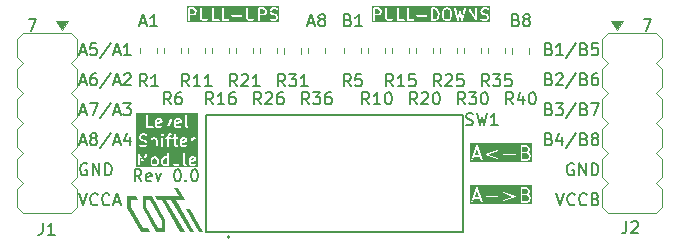
<source format=gbr>
%TF.GenerationSoftware,KiCad,Pcbnew,9.0.6-9.0.6~ubuntu24.04.1*%
%TF.CreationDate,2026-01-17T20:35:02-03:00*%
%TF.ProjectId,cotti_level_shifter,636f7474-695f-46c6-9576-656c5f736869,0.0*%
%TF.SameCoordinates,Original*%
%TF.FileFunction,Legend,Top*%
%TF.FilePolarity,Positive*%
%FSLAX46Y46*%
G04 Gerber Fmt 4.6, Leading zero omitted, Abs format (unit mm)*
G04 Created by KiCad (PCBNEW 9.0.6-9.0.6~ubuntu24.04.1) date 2026-01-17 20:35:02*
%MOMM*%
%LPD*%
G01*
G04 APERTURE LIST*
%ADD10C,0.150000*%
%ADD11C,0.100000*%
%ADD12C,0.000000*%
%ADD13C,0.127000*%
%ADD14C,0.200000*%
%ADD15C,0.120000*%
G04 APERTURE END LIST*
D10*
G36*
X147409310Y-168757465D02*
G01*
X147445329Y-168793484D01*
X147489111Y-168881047D01*
X147489111Y-169017066D01*
X147445329Y-169104630D01*
X147405398Y-169144560D01*
X147317835Y-169188342D01*
X146953397Y-169188342D01*
X146953397Y-168709771D01*
X147266227Y-168709771D01*
X147409310Y-168757465D01*
G37*
G36*
X147348255Y-168182123D02*
G01*
X147388185Y-168222054D01*
X147431968Y-168309619D01*
X147431968Y-168388494D01*
X147388185Y-168476058D01*
X147348255Y-168515989D01*
X147260692Y-168559771D01*
X146953397Y-168559771D01*
X146953397Y-168138342D01*
X147260692Y-168138342D01*
X147348255Y-168182123D01*
G37*
G36*
X143288627Y-168845485D02*
G01*
X142925311Y-168845485D01*
X143106969Y-168300512D01*
X143288627Y-168845485D01*
G37*
G36*
X147772444Y-169471675D02*
G01*
X142499225Y-169471675D01*
X142499225Y-169253962D01*
X142632558Y-169253962D01*
X142634633Y-169283152D01*
X142647719Y-169309325D01*
X142669826Y-169328499D01*
X142697589Y-169337753D01*
X142726779Y-169335678D01*
X142752952Y-169322592D01*
X142772126Y-169300485D01*
X142778120Y-169287059D01*
X142875311Y-168995485D01*
X143338627Y-168995485D01*
X143435818Y-169287059D01*
X143441812Y-169300484D01*
X143460986Y-169322592D01*
X143487159Y-169335678D01*
X143516349Y-169337753D01*
X143544112Y-169328499D01*
X143566219Y-169309325D01*
X143579305Y-169283152D01*
X143581380Y-169253962D01*
X143578120Y-169239625D01*
X143428768Y-168791568D01*
X143833410Y-168791568D01*
X143833410Y-168820832D01*
X143844609Y-168847868D01*
X143865301Y-168868560D01*
X143892337Y-168879759D01*
X143906969Y-168881200D01*
X144821255Y-168881200D01*
X144835887Y-168879759D01*
X144862923Y-168868560D01*
X144883615Y-168847868D01*
X144894814Y-168820832D01*
X144894814Y-168791568D01*
X144883615Y-168764532D01*
X144862923Y-168743840D01*
X144835887Y-168732641D01*
X144821255Y-168731200D01*
X143906969Y-168731200D01*
X143892337Y-168732641D01*
X143865301Y-168743840D01*
X143844609Y-168764532D01*
X143833410Y-168791568D01*
X143428768Y-168791568D01*
X143315317Y-168451214D01*
X145318670Y-168451214D01*
X145319663Y-168480461D01*
X145331772Y-168507101D01*
X145353154Y-168527080D01*
X145366349Y-168533567D01*
X146093368Y-168806199D01*
X145366349Y-169078832D01*
X145353154Y-169085319D01*
X145331772Y-169105298D01*
X145319663Y-169131938D01*
X145318670Y-169161185D01*
X145328945Y-169188586D01*
X145348924Y-169209968D01*
X145375564Y-169222077D01*
X145404811Y-169223070D01*
X145419017Y-169219282D01*
X146333303Y-168876425D01*
X146346498Y-168869938D01*
X146348382Y-168868177D01*
X146350728Y-168867111D01*
X146359013Y-168858244D01*
X146367880Y-168849959D01*
X146368946Y-168847613D01*
X146370707Y-168845729D01*
X146374969Y-168834362D01*
X146379989Y-168823319D01*
X146380076Y-168820742D01*
X146380982Y-168818328D01*
X146380570Y-168806200D01*
X146380982Y-168794072D01*
X146380076Y-168791657D01*
X146379989Y-168789081D01*
X146374969Y-168778037D01*
X146370707Y-168766671D01*
X146368946Y-168764786D01*
X146367880Y-168762441D01*
X146359013Y-168754155D01*
X146350728Y-168745289D01*
X146348382Y-168744222D01*
X146346498Y-168742462D01*
X146333303Y-168735975D01*
X145419017Y-168393117D01*
X145404811Y-168389329D01*
X145375564Y-168390322D01*
X145348924Y-168402431D01*
X145328945Y-168423813D01*
X145318670Y-168451214D01*
X143315317Y-168451214D01*
X143186026Y-168063342D01*
X146803397Y-168063342D01*
X146803397Y-169263342D01*
X146804838Y-169277974D01*
X146816037Y-169305010D01*
X146836729Y-169325702D01*
X146863765Y-169336901D01*
X146878397Y-169338342D01*
X147335540Y-169338342D01*
X147350172Y-169336901D01*
X147352661Y-169335869D01*
X147355349Y-169335679D01*
X147369081Y-169330424D01*
X147483366Y-169273282D01*
X147489663Y-169269317D01*
X147491493Y-169268560D01*
X147493552Y-169266869D01*
X147495808Y-169265450D01*
X147497105Y-169263953D01*
X147502858Y-169259233D01*
X147560001Y-169202090D01*
X147564719Y-169196340D01*
X147566218Y-169195041D01*
X147567639Y-169192781D01*
X147569328Y-169190725D01*
X147570085Y-169188897D01*
X147574050Y-169182598D01*
X147631193Y-169068312D01*
X147636448Y-169054580D01*
X147636638Y-169051892D01*
X147637670Y-169049403D01*
X147639111Y-169034771D01*
X147639111Y-168863342D01*
X147637670Y-168848710D01*
X147636638Y-168846220D01*
X147636448Y-168843533D01*
X147631193Y-168829801D01*
X147574050Y-168715516D01*
X147570086Y-168709219D01*
X147569328Y-168707389D01*
X147567636Y-168705327D01*
X147566217Y-168703073D01*
X147564721Y-168701776D01*
X147560001Y-168696024D01*
X147502858Y-168638881D01*
X147491493Y-168629554D01*
X147489004Y-168628523D01*
X147486968Y-168626757D01*
X147473542Y-168620763D01*
X147460095Y-168616280D01*
X147502859Y-168573517D01*
X147507579Y-168567765D01*
X147509074Y-168566469D01*
X147510492Y-168564215D01*
X147512186Y-168562152D01*
X147512944Y-168560320D01*
X147516907Y-168554026D01*
X147574050Y-168439741D01*
X147579305Y-168426009D01*
X147579495Y-168423321D01*
X147580527Y-168420832D01*
X147581968Y-168406200D01*
X147581968Y-168291914D01*
X147580527Y-168277282D01*
X147579495Y-168274792D01*
X147579305Y-168272105D01*
X147574050Y-168258373D01*
X147516907Y-168144087D01*
X147512943Y-168137790D01*
X147512186Y-168135961D01*
X147510496Y-168133902D01*
X147509075Y-168131644D01*
X147507576Y-168130344D01*
X147502859Y-168124596D01*
X147445716Y-168067452D01*
X147439964Y-168062731D01*
X147438667Y-168061236D01*
X147436412Y-168059816D01*
X147434351Y-168058125D01*
X147432520Y-168057366D01*
X147426224Y-168053403D01*
X147311938Y-167996260D01*
X147298206Y-167991005D01*
X147295518Y-167990814D01*
X147293029Y-167989783D01*
X147278397Y-167988342D01*
X146878397Y-167988342D01*
X146863765Y-167989783D01*
X146836729Y-168000982D01*
X146816037Y-168021674D01*
X146804838Y-168048710D01*
X146803397Y-168063342D01*
X143186026Y-168063342D01*
X143178120Y-168039625D01*
X143172126Y-168026199D01*
X143168614Y-168022150D01*
X143166219Y-168017359D01*
X143159114Y-168011196D01*
X143152952Y-168004092D01*
X143148160Y-168001696D01*
X143144112Y-167998185D01*
X143135188Y-167995210D01*
X143126779Y-167991006D01*
X143121434Y-167990626D01*
X143116349Y-167988931D01*
X143106969Y-167989597D01*
X143097589Y-167988931D01*
X143092503Y-167990626D01*
X143087159Y-167991006D01*
X143078749Y-167995210D01*
X143069826Y-167998185D01*
X143065777Y-168001696D01*
X143060986Y-168004092D01*
X143054824Y-168011195D01*
X143047719Y-168017359D01*
X143045322Y-168022152D01*
X143041812Y-168026200D01*
X143035818Y-168039625D01*
X142635818Y-169239625D01*
X142632558Y-169253962D01*
X142499225Y-169253962D01*
X142499225Y-167855009D01*
X147772444Y-167855009D01*
X147772444Y-169471675D01*
G37*
G36*
X147409310Y-165201465D02*
G01*
X147445329Y-165237484D01*
X147489111Y-165325047D01*
X147489111Y-165461066D01*
X147445329Y-165548630D01*
X147405398Y-165588560D01*
X147317835Y-165632342D01*
X146953397Y-165632342D01*
X146953397Y-165153771D01*
X147266227Y-165153771D01*
X147409310Y-165201465D01*
G37*
G36*
X147348255Y-164626123D02*
G01*
X147388185Y-164666054D01*
X147431968Y-164753619D01*
X147431968Y-164832494D01*
X147388185Y-164920058D01*
X147348255Y-164959989D01*
X147260692Y-165003771D01*
X146953397Y-165003771D01*
X146953397Y-164582342D01*
X147260692Y-164582342D01*
X147348255Y-164626123D01*
G37*
G36*
X143288627Y-165289485D02*
G01*
X142925311Y-165289485D01*
X143106969Y-164744512D01*
X143288627Y-165289485D01*
G37*
G36*
X147772444Y-165915675D02*
G01*
X142499225Y-165915675D01*
X142499225Y-165697962D01*
X142632558Y-165697962D01*
X142634633Y-165727152D01*
X142647719Y-165753325D01*
X142669826Y-165772499D01*
X142697589Y-165781753D01*
X142726779Y-165779678D01*
X142752952Y-165766592D01*
X142772126Y-165744485D01*
X142778120Y-165731059D01*
X142875311Y-165439485D01*
X143338627Y-165439485D01*
X143435818Y-165731059D01*
X143441812Y-165744484D01*
X143460986Y-165766592D01*
X143487159Y-165779678D01*
X143516349Y-165781753D01*
X143544112Y-165772499D01*
X143566219Y-165753325D01*
X143579305Y-165727152D01*
X143581380Y-165697962D01*
X143578120Y-165683625D01*
X143429602Y-165238072D01*
X143832956Y-165238072D01*
X143833367Y-165250200D01*
X143832956Y-165262328D01*
X143833861Y-165264742D01*
X143833949Y-165267319D01*
X143838968Y-165278362D01*
X143843231Y-165289729D01*
X143844991Y-165291613D01*
X143846058Y-165293959D01*
X143854924Y-165302244D01*
X143863210Y-165311111D01*
X143865555Y-165312177D01*
X143867440Y-165313938D01*
X143880635Y-165320425D01*
X144794921Y-165663282D01*
X144809127Y-165667070D01*
X144838374Y-165666077D01*
X144865014Y-165653968D01*
X144884993Y-165632586D01*
X144895268Y-165605185D01*
X144894275Y-165575938D01*
X144882166Y-165549298D01*
X144860784Y-165529319D01*
X144847589Y-165522832D01*
X144120569Y-165250199D01*
X144159585Y-165235568D01*
X145319124Y-165235568D01*
X145319124Y-165264832D01*
X145330323Y-165291868D01*
X145351015Y-165312560D01*
X145378051Y-165323759D01*
X145392683Y-165325200D01*
X146306969Y-165325200D01*
X146321601Y-165323759D01*
X146348637Y-165312560D01*
X146369329Y-165291868D01*
X146380528Y-165264832D01*
X146380528Y-165235568D01*
X146369329Y-165208532D01*
X146348637Y-165187840D01*
X146321601Y-165176641D01*
X146306969Y-165175200D01*
X145392683Y-165175200D01*
X145378051Y-165176641D01*
X145351015Y-165187840D01*
X145330323Y-165208532D01*
X145319124Y-165235568D01*
X144159585Y-165235568D01*
X144847589Y-164977567D01*
X144860784Y-164971080D01*
X144882166Y-164951101D01*
X144894275Y-164924461D01*
X144895268Y-164895214D01*
X144884993Y-164867813D01*
X144865014Y-164846431D01*
X144838374Y-164834322D01*
X144809127Y-164833329D01*
X144794921Y-164837117D01*
X143880635Y-165179975D01*
X143867440Y-165186462D01*
X143865555Y-165188222D01*
X143863210Y-165189289D01*
X143854924Y-165198155D01*
X143846058Y-165206441D01*
X143844991Y-165208786D01*
X143843231Y-165210671D01*
X143838968Y-165222037D01*
X143833949Y-165233081D01*
X143833861Y-165235657D01*
X143832956Y-165238072D01*
X143429602Y-165238072D01*
X143186026Y-164507342D01*
X146803397Y-164507342D01*
X146803397Y-165707342D01*
X146804838Y-165721974D01*
X146816037Y-165749010D01*
X146836729Y-165769702D01*
X146863765Y-165780901D01*
X146878397Y-165782342D01*
X147335540Y-165782342D01*
X147350172Y-165780901D01*
X147352661Y-165779869D01*
X147355349Y-165779679D01*
X147369081Y-165774424D01*
X147483366Y-165717282D01*
X147489663Y-165713317D01*
X147491493Y-165712560D01*
X147493552Y-165710869D01*
X147495808Y-165709450D01*
X147497105Y-165707953D01*
X147502858Y-165703233D01*
X147560001Y-165646090D01*
X147564719Y-165640340D01*
X147566218Y-165639041D01*
X147567639Y-165636781D01*
X147569328Y-165634725D01*
X147570085Y-165632897D01*
X147574050Y-165626598D01*
X147631193Y-165512312D01*
X147636448Y-165498580D01*
X147636638Y-165495892D01*
X147637670Y-165493403D01*
X147639111Y-165478771D01*
X147639111Y-165307342D01*
X147637670Y-165292710D01*
X147636638Y-165290220D01*
X147636448Y-165287533D01*
X147631193Y-165273801D01*
X147574050Y-165159516D01*
X147570086Y-165153219D01*
X147569328Y-165151389D01*
X147567636Y-165149327D01*
X147566217Y-165147073D01*
X147564721Y-165145776D01*
X147560001Y-165140024D01*
X147502858Y-165082881D01*
X147491493Y-165073554D01*
X147489004Y-165072523D01*
X147486968Y-165070757D01*
X147473542Y-165064763D01*
X147460095Y-165060280D01*
X147502859Y-165017517D01*
X147507579Y-165011765D01*
X147509074Y-165010469D01*
X147510492Y-165008215D01*
X147512186Y-165006152D01*
X147512944Y-165004320D01*
X147516907Y-164998026D01*
X147574050Y-164883741D01*
X147579305Y-164870009D01*
X147579495Y-164867321D01*
X147580527Y-164864832D01*
X147581968Y-164850200D01*
X147581968Y-164735914D01*
X147580527Y-164721282D01*
X147579495Y-164718792D01*
X147579305Y-164716105D01*
X147574050Y-164702373D01*
X147516907Y-164588087D01*
X147512943Y-164581790D01*
X147512186Y-164579961D01*
X147510496Y-164577902D01*
X147509075Y-164575644D01*
X147507576Y-164574344D01*
X147502859Y-164568596D01*
X147445716Y-164511452D01*
X147439964Y-164506731D01*
X147438667Y-164505236D01*
X147436412Y-164503816D01*
X147434351Y-164502125D01*
X147432520Y-164501366D01*
X147426224Y-164497403D01*
X147311938Y-164440260D01*
X147298206Y-164435005D01*
X147295518Y-164434814D01*
X147293029Y-164433783D01*
X147278397Y-164432342D01*
X146878397Y-164432342D01*
X146863765Y-164433783D01*
X146836729Y-164444982D01*
X146816037Y-164465674D01*
X146804838Y-164492710D01*
X146803397Y-164507342D01*
X143186026Y-164507342D01*
X143178120Y-164483625D01*
X143172126Y-164470199D01*
X143168614Y-164466150D01*
X143166219Y-164461359D01*
X143159114Y-164455196D01*
X143152952Y-164448092D01*
X143148160Y-164445696D01*
X143144112Y-164442185D01*
X143135188Y-164439210D01*
X143126779Y-164435006D01*
X143121434Y-164434626D01*
X143116349Y-164432931D01*
X143106969Y-164433597D01*
X143097589Y-164432931D01*
X143092503Y-164434626D01*
X143087159Y-164435006D01*
X143078749Y-164439210D01*
X143069826Y-164442185D01*
X143065777Y-164445696D01*
X143060986Y-164448092D01*
X143054824Y-164455195D01*
X143047719Y-164461359D01*
X143045322Y-164466152D01*
X143041812Y-164470200D01*
X143035818Y-164483625D01*
X142635818Y-165683625D01*
X142632558Y-165697962D01*
X142499225Y-165697962D01*
X142499225Y-164299009D01*
X147772444Y-164299009D01*
X147772444Y-165915675D01*
G37*
X109509160Y-159096104D02*
X109985350Y-159096104D01*
X109413922Y-159381819D02*
X109747255Y-158381819D01*
X109747255Y-158381819D02*
X110080588Y-159381819D01*
X110842493Y-158381819D02*
X110652017Y-158381819D01*
X110652017Y-158381819D02*
X110556779Y-158429438D01*
X110556779Y-158429438D02*
X110509160Y-158477057D01*
X110509160Y-158477057D02*
X110413922Y-158619914D01*
X110413922Y-158619914D02*
X110366303Y-158810390D01*
X110366303Y-158810390D02*
X110366303Y-159191342D01*
X110366303Y-159191342D02*
X110413922Y-159286580D01*
X110413922Y-159286580D02*
X110461541Y-159334200D01*
X110461541Y-159334200D02*
X110556779Y-159381819D01*
X110556779Y-159381819D02*
X110747255Y-159381819D01*
X110747255Y-159381819D02*
X110842493Y-159334200D01*
X110842493Y-159334200D02*
X110890112Y-159286580D01*
X110890112Y-159286580D02*
X110937731Y-159191342D01*
X110937731Y-159191342D02*
X110937731Y-158953247D01*
X110937731Y-158953247D02*
X110890112Y-158858009D01*
X110890112Y-158858009D02*
X110842493Y-158810390D01*
X110842493Y-158810390D02*
X110747255Y-158762771D01*
X110747255Y-158762771D02*
X110556779Y-158762771D01*
X110556779Y-158762771D02*
X110461541Y-158810390D01*
X110461541Y-158810390D02*
X110413922Y-158858009D01*
X110413922Y-158858009D02*
X110366303Y-158953247D01*
X112080588Y-158334200D02*
X111223446Y-159619914D01*
X112366303Y-159096104D02*
X112842493Y-159096104D01*
X112271065Y-159381819D02*
X112604398Y-158381819D01*
X112604398Y-158381819D02*
X112937731Y-159381819D01*
X113223446Y-158477057D02*
X113271065Y-158429438D01*
X113271065Y-158429438D02*
X113366303Y-158381819D01*
X113366303Y-158381819D02*
X113604398Y-158381819D01*
X113604398Y-158381819D02*
X113699636Y-158429438D01*
X113699636Y-158429438D02*
X113747255Y-158477057D01*
X113747255Y-158477057D02*
X113794874Y-158572295D01*
X113794874Y-158572295D02*
X113794874Y-158667533D01*
X113794874Y-158667533D02*
X113747255Y-158810390D01*
X113747255Y-158810390D02*
X113175827Y-159381819D01*
X113175827Y-159381819D02*
X113794874Y-159381819D01*
G36*
X115938429Y-165591354D02*
G01*
X115968836Y-165621761D01*
X116003094Y-165690277D01*
X116003094Y-165940581D01*
X115968835Y-166009097D01*
X115938428Y-166039505D01*
X115869913Y-166073763D01*
X115762466Y-166073763D01*
X115693950Y-166039505D01*
X115663543Y-166009097D01*
X115629285Y-165940581D01*
X115629285Y-165690277D01*
X115663543Y-165621761D01*
X115693950Y-165591354D01*
X115762466Y-165557096D01*
X115869913Y-165557096D01*
X115938429Y-165591354D01*
G37*
G36*
X116860237Y-165576067D02*
G01*
X116860237Y-166054791D01*
X116822294Y-166073763D01*
X116667228Y-166073763D01*
X116598712Y-166039505D01*
X116568305Y-166009097D01*
X116534047Y-165940581D01*
X116534047Y-165690277D01*
X116568305Y-165621761D01*
X116598712Y-165591354D01*
X116667228Y-165557096D01*
X116822294Y-165557096D01*
X116860237Y-165576067D01*
G37*
G36*
X119165050Y-165585616D02*
G01*
X119193571Y-165642658D01*
X119193571Y-165658706D01*
X118867381Y-165723943D01*
X118867381Y-165642658D01*
X118895901Y-165585616D01*
X118952943Y-165557096D01*
X119108009Y-165557096D01*
X119165050Y-165585616D01*
G37*
G36*
X118403145Y-163975672D02*
G01*
X118431666Y-164032714D01*
X118431666Y-164048762D01*
X118105476Y-164113999D01*
X118105476Y-164032714D01*
X118133996Y-163975672D01*
X118191038Y-163947152D01*
X118346104Y-163947152D01*
X118403145Y-163975672D01*
G37*
G36*
X116307907Y-162365728D02*
G01*
X116336428Y-162422770D01*
X116336428Y-162438818D01*
X116010238Y-162504055D01*
X116010238Y-162422770D01*
X116038758Y-162365728D01*
X116095800Y-162337208D01*
X116250866Y-162337208D01*
X116307907Y-162365728D01*
G37*
G36*
X117926955Y-162365728D02*
G01*
X117955476Y-162422770D01*
X117955476Y-162438818D01*
X117629286Y-162504055D01*
X117629286Y-162422770D01*
X117657806Y-162365728D01*
X117714848Y-162337208D01*
X117869914Y-162337208D01*
X117926955Y-162365728D01*
G37*
G36*
X119454682Y-166334874D02*
G01*
X114272936Y-166334874D01*
X114272936Y-165148763D01*
X114384047Y-165148763D01*
X114384047Y-166148763D01*
X114385488Y-166163395D01*
X114396687Y-166190431D01*
X114417379Y-166211123D01*
X114444415Y-166222322D01*
X114473679Y-166222322D01*
X114500715Y-166211123D01*
X114521407Y-166190431D01*
X114532606Y-166163395D01*
X114534047Y-166148763D01*
X114534047Y-165486830D01*
X114724416Y-165894765D01*
X114727590Y-165900124D01*
X114728250Y-165901937D01*
X114729424Y-165903219D01*
X114731910Y-165907415D01*
X114740319Y-165915115D01*
X114748014Y-165923518D01*
X114751032Y-165924926D01*
X114753491Y-165927178D01*
X114764203Y-165931073D01*
X114774532Y-165935894D01*
X114777860Y-165936040D01*
X114780992Y-165937179D01*
X114792386Y-165936678D01*
X114803768Y-165937178D01*
X114806896Y-165936040D01*
X114810228Y-165935894D01*
X114820563Y-165931070D01*
X114831269Y-165927178D01*
X114833724Y-165924928D01*
X114836746Y-165923519D01*
X114844447Y-165915108D01*
X114852850Y-165907414D01*
X114855333Y-165903221D01*
X114856510Y-165901937D01*
X114857170Y-165900121D01*
X114860344Y-165894764D01*
X115050713Y-165486830D01*
X115050713Y-166148763D01*
X115052154Y-166163395D01*
X115063353Y-166190431D01*
X115084045Y-166211123D01*
X115111081Y-166222322D01*
X115140345Y-166222322D01*
X115167381Y-166211123D01*
X115188073Y-166190431D01*
X115199272Y-166163395D01*
X115200713Y-166148763D01*
X115200713Y-165672572D01*
X115479285Y-165672572D01*
X115479285Y-165958286D01*
X115480726Y-165972918D01*
X115481757Y-165975407D01*
X115481948Y-165978095D01*
X115487203Y-165991827D01*
X115534822Y-166087065D01*
X115538785Y-166093361D01*
X115539543Y-166095191D01*
X115541232Y-166097249D01*
X115542654Y-166099508D01*
X115544152Y-166100807D01*
X115548870Y-166106556D01*
X115596489Y-166154176D01*
X115602238Y-166158894D01*
X115603539Y-166160394D01*
X115605798Y-166161816D01*
X115607855Y-166163504D01*
X115609682Y-166164261D01*
X115615982Y-166168226D01*
X115711220Y-166215845D01*
X115724951Y-166221100D01*
X115727640Y-166221291D01*
X115730129Y-166222322D01*
X115744761Y-166223763D01*
X115887618Y-166223763D01*
X115902250Y-166222322D01*
X115904739Y-166221290D01*
X115907427Y-166221100D01*
X115921159Y-166215845D01*
X116016397Y-166168226D01*
X116022696Y-166164261D01*
X116024524Y-166163504D01*
X116026580Y-166161816D01*
X116028840Y-166160394D01*
X116030140Y-166158894D01*
X116035890Y-166154176D01*
X116083508Y-166106557D01*
X116088226Y-166100807D01*
X116089725Y-166099508D01*
X116091146Y-166097249D01*
X116092836Y-166095191D01*
X116093593Y-166093361D01*
X116097557Y-166087065D01*
X116145176Y-165991827D01*
X116150431Y-165978096D01*
X116150622Y-165975406D01*
X116151653Y-165972918D01*
X116153094Y-165958286D01*
X116153094Y-165672572D01*
X116384047Y-165672572D01*
X116384047Y-165958286D01*
X116385488Y-165972918D01*
X116386519Y-165975407D01*
X116386710Y-165978095D01*
X116391965Y-165991827D01*
X116439584Y-166087065D01*
X116443547Y-166093361D01*
X116444305Y-166095191D01*
X116445994Y-166097249D01*
X116447416Y-166099508D01*
X116448914Y-166100807D01*
X116453632Y-166106556D01*
X116501251Y-166154176D01*
X116507000Y-166158894D01*
X116508301Y-166160394D01*
X116510560Y-166161816D01*
X116512617Y-166163504D01*
X116514444Y-166164261D01*
X116520744Y-166168226D01*
X116615982Y-166215845D01*
X116629713Y-166221100D01*
X116632402Y-166221291D01*
X116634891Y-166222322D01*
X116649523Y-166223763D01*
X116839999Y-166223763D01*
X116854631Y-166222322D01*
X116857120Y-166221290D01*
X116859808Y-166221100D01*
X116873540Y-166215845D01*
X116890040Y-166207594D01*
X116893569Y-166211123D01*
X116920605Y-166222322D01*
X116949869Y-166222322D01*
X116976905Y-166211123D01*
X116997597Y-166190431D01*
X117008796Y-166163395D01*
X117010237Y-166148763D01*
X117010237Y-165482096D01*
X117336428Y-165482096D01*
X117336428Y-166005905D01*
X117337869Y-166020537D01*
X117338900Y-166023026D01*
X117339091Y-166025714D01*
X117344346Y-166039446D01*
X117391965Y-166134685D01*
X117393505Y-166137131D01*
X117393890Y-166138286D01*
X117395136Y-166139723D01*
X117399797Y-166147127D01*
X117406899Y-166153286D01*
X117413063Y-166160394D01*
X117420468Y-166165055D01*
X117421905Y-166166301D01*
X117423058Y-166166685D01*
X117425506Y-166168226D01*
X117520744Y-166215845D01*
X117534475Y-166221100D01*
X117537164Y-166221291D01*
X117539653Y-166222322D01*
X117554285Y-166223763D01*
X117697142Y-166223763D01*
X117711774Y-166222322D01*
X117714263Y-166221290D01*
X117716951Y-166221100D01*
X117730683Y-166215845D01*
X117778929Y-166191721D01*
X117798331Y-166211123D01*
X117825367Y-166222322D01*
X117854631Y-166222322D01*
X117881667Y-166211123D01*
X117902359Y-166190431D01*
X117913558Y-166163395D01*
X117914999Y-166148763D01*
X117914999Y-165482096D01*
X117913558Y-165467464D01*
X117902359Y-165440428D01*
X117881667Y-165419736D01*
X117854631Y-165408537D01*
X117825367Y-165408537D01*
X117798331Y-165419736D01*
X117777639Y-165440428D01*
X117766440Y-165467464D01*
X117764999Y-165482096D01*
X117764999Y-166022458D01*
X117747952Y-166039505D01*
X117679437Y-166073763D01*
X117571990Y-166073763D01*
X117514948Y-166045242D01*
X117486428Y-165988200D01*
X117486428Y-165482096D01*
X117484987Y-165467464D01*
X117473788Y-165440428D01*
X117453096Y-165419736D01*
X117426060Y-165408537D01*
X117396796Y-165408537D01*
X117369760Y-165419736D01*
X117349068Y-165440428D01*
X117337869Y-165467464D01*
X117336428Y-165482096D01*
X117010237Y-165482096D01*
X117010237Y-165148763D01*
X118241190Y-165148763D01*
X118241190Y-166005905D01*
X118242631Y-166020537D01*
X118243662Y-166023026D01*
X118243853Y-166025714D01*
X118249108Y-166039446D01*
X118296727Y-166134685D01*
X118298267Y-166137131D01*
X118298652Y-166138286D01*
X118299898Y-166139723D01*
X118304559Y-166147127D01*
X118311661Y-166153286D01*
X118317825Y-166160394D01*
X118325230Y-166165055D01*
X118326667Y-166166301D01*
X118327820Y-166166685D01*
X118330268Y-166168226D01*
X118425506Y-166215845D01*
X118439237Y-166221100D01*
X118468427Y-166223174D01*
X118496189Y-166213920D01*
X118518296Y-166194747D01*
X118531384Y-166168572D01*
X118533458Y-166139382D01*
X118524204Y-166111621D01*
X118505031Y-166089513D01*
X118492588Y-166081681D01*
X118419710Y-166045242D01*
X118391190Y-165988200D01*
X118391190Y-165624953D01*
X118717381Y-165624953D01*
X118717381Y-166005905D01*
X118718822Y-166020537D01*
X118719853Y-166023026D01*
X118720044Y-166025714D01*
X118725299Y-166039446D01*
X118772918Y-166134685D01*
X118774458Y-166137131D01*
X118774843Y-166138286D01*
X118776089Y-166139723D01*
X118780750Y-166147127D01*
X118787852Y-166153286D01*
X118794016Y-166160394D01*
X118801421Y-166165055D01*
X118802858Y-166166301D01*
X118804011Y-166166685D01*
X118806459Y-166168226D01*
X118901697Y-166215845D01*
X118915428Y-166221100D01*
X118918117Y-166221291D01*
X118920606Y-166222322D01*
X118935238Y-166223763D01*
X119125714Y-166223763D01*
X119140346Y-166222322D01*
X119142835Y-166221290D01*
X119145523Y-166221100D01*
X119159255Y-166215845D01*
X119254493Y-166168226D01*
X119266936Y-166160394D01*
X119286109Y-166138286D01*
X119295363Y-166110525D01*
X119293289Y-166081335D01*
X119280201Y-166055160D01*
X119258094Y-166035987D01*
X119230332Y-166026733D01*
X119201142Y-166028807D01*
X119187411Y-166034062D01*
X119108009Y-166073763D01*
X118952943Y-166073763D01*
X118895901Y-166045242D01*
X118867381Y-165988200D01*
X118867381Y-165876914D01*
X119283279Y-165793735D01*
X119297345Y-165789452D01*
X119303450Y-165785363D01*
X119310239Y-165782551D01*
X119315491Y-165777298D01*
X119321659Y-165773168D01*
X119325733Y-165767057D01*
X119330931Y-165761859D01*
X119333774Y-165754995D01*
X119337891Y-165748820D01*
X119339316Y-165741614D01*
X119342130Y-165734823D01*
X119343571Y-165720191D01*
X119343571Y-165624953D01*
X119342130Y-165610321D01*
X119341099Y-165607832D01*
X119340908Y-165605143D01*
X119335653Y-165591412D01*
X119288034Y-165496174D01*
X119286493Y-165493726D01*
X119286109Y-165492573D01*
X119284863Y-165491136D01*
X119280202Y-165483731D01*
X119273097Y-165477569D01*
X119266936Y-165470465D01*
X119259530Y-165465803D01*
X119258094Y-165464558D01*
X119256940Y-165464173D01*
X119254493Y-165462633D01*
X119159255Y-165415014D01*
X119145523Y-165409759D01*
X119142835Y-165409568D01*
X119140346Y-165408537D01*
X119125714Y-165407096D01*
X118935238Y-165407096D01*
X118920606Y-165408537D01*
X118918117Y-165409567D01*
X118915428Y-165409759D01*
X118901697Y-165415014D01*
X118806459Y-165462633D01*
X118804011Y-165464173D01*
X118802858Y-165464558D01*
X118801421Y-165465803D01*
X118794016Y-165470465D01*
X118787854Y-165477569D01*
X118780750Y-165483731D01*
X118776088Y-165491136D01*
X118774843Y-165492573D01*
X118774458Y-165493726D01*
X118772918Y-165496174D01*
X118725299Y-165591412D01*
X118720044Y-165605144D01*
X118719853Y-165607831D01*
X118718822Y-165610321D01*
X118717381Y-165624953D01*
X118391190Y-165624953D01*
X118391190Y-165148763D01*
X118389749Y-165134131D01*
X118378550Y-165107095D01*
X118357858Y-165086403D01*
X118330822Y-165075204D01*
X118301558Y-165075204D01*
X118274522Y-165086403D01*
X118253830Y-165107095D01*
X118242631Y-165134131D01*
X118241190Y-165148763D01*
X117010237Y-165148763D01*
X117008796Y-165134131D01*
X116997597Y-165107095D01*
X116976905Y-165086403D01*
X116949869Y-165075204D01*
X116920605Y-165075204D01*
X116893569Y-165086403D01*
X116872877Y-165107095D01*
X116861678Y-165134131D01*
X116860237Y-165148763D01*
X116860237Y-165409923D01*
X116859808Y-165409759D01*
X116857120Y-165409568D01*
X116854631Y-165408537D01*
X116839999Y-165407096D01*
X116649523Y-165407096D01*
X116634891Y-165408537D01*
X116632402Y-165409567D01*
X116629713Y-165409759D01*
X116615982Y-165415014D01*
X116520744Y-165462633D01*
X116514444Y-165466597D01*
X116512617Y-165467355D01*
X116510560Y-165469043D01*
X116508301Y-165470465D01*
X116507001Y-165471963D01*
X116501252Y-165476682D01*
X116453633Y-165524301D01*
X116448914Y-165530050D01*
X116447416Y-165531350D01*
X116445994Y-165533609D01*
X116444306Y-165535666D01*
X116443548Y-165537493D01*
X116439584Y-165543793D01*
X116391965Y-165639031D01*
X116386710Y-165652763D01*
X116386519Y-165655450D01*
X116385488Y-165657940D01*
X116384047Y-165672572D01*
X116153094Y-165672572D01*
X116151653Y-165657940D01*
X116150622Y-165655451D01*
X116150431Y-165652762D01*
X116145176Y-165639031D01*
X116097557Y-165543793D01*
X116093592Y-165537493D01*
X116092835Y-165535666D01*
X116091146Y-165533609D01*
X116089725Y-165531350D01*
X116088226Y-165530050D01*
X116083508Y-165524301D01*
X116035889Y-165476682D01*
X116030139Y-165471963D01*
X116028840Y-165470465D01*
X116026580Y-165469043D01*
X116024524Y-165467355D01*
X116022696Y-165466597D01*
X116016397Y-165462633D01*
X115921159Y-165415014D01*
X115907427Y-165409759D01*
X115904739Y-165409568D01*
X115902250Y-165408537D01*
X115887618Y-165407096D01*
X115744761Y-165407096D01*
X115730129Y-165408537D01*
X115727640Y-165409567D01*
X115724951Y-165409759D01*
X115711220Y-165415014D01*
X115615982Y-165462633D01*
X115609682Y-165466597D01*
X115607855Y-165467355D01*
X115605798Y-165469043D01*
X115603539Y-165470465D01*
X115602239Y-165471963D01*
X115596490Y-165476682D01*
X115548871Y-165524301D01*
X115544152Y-165530050D01*
X115542654Y-165531350D01*
X115541232Y-165533609D01*
X115539544Y-165535666D01*
X115538786Y-165537493D01*
X115534822Y-165543793D01*
X115487203Y-165639031D01*
X115481948Y-165652763D01*
X115481757Y-165655450D01*
X115480726Y-165657940D01*
X115479285Y-165672572D01*
X115200713Y-165672572D01*
X115200713Y-165148763D01*
X115199765Y-165139141D01*
X115199843Y-165137375D01*
X115199498Y-165136426D01*
X115199272Y-165134131D01*
X115194290Y-165122104D01*
X115189843Y-165109874D01*
X115188713Y-165108640D01*
X115188073Y-165107095D01*
X115178873Y-165097895D01*
X115170079Y-165088292D01*
X115168562Y-165087584D01*
X115167381Y-165086403D01*
X115155368Y-165081426D01*
X115143561Y-165075917D01*
X115141888Y-165075843D01*
X115140345Y-165075204D01*
X115127339Y-165075204D01*
X115114325Y-165074632D01*
X115112752Y-165075204D01*
X115111081Y-165075204D01*
X115099062Y-165080182D01*
X115086824Y-165084633D01*
X115085590Y-165085763D01*
X115084045Y-165086403D01*
X115074846Y-165095601D01*
X115065243Y-165104396D01*
X115064067Y-165106380D01*
X115063353Y-165107095D01*
X115062676Y-165108728D01*
X115057749Y-165117046D01*
X114792379Y-165685694D01*
X114527011Y-165117047D01*
X114522085Y-165108731D01*
X114521407Y-165107095D01*
X114520691Y-165106379D01*
X114519517Y-165104397D01*
X114509920Y-165095608D01*
X114500715Y-165086403D01*
X114499169Y-165085762D01*
X114497936Y-165084633D01*
X114485705Y-165080185D01*
X114473679Y-165075204D01*
X114472005Y-165075204D01*
X114470435Y-165074633D01*
X114457434Y-165075204D01*
X114444415Y-165075204D01*
X114442870Y-165075843D01*
X114441199Y-165075917D01*
X114429400Y-165081423D01*
X114417379Y-165086403D01*
X114416196Y-165087585D01*
X114414681Y-165088293D01*
X114405892Y-165097889D01*
X114396687Y-165107095D01*
X114396046Y-165108640D01*
X114394917Y-165109874D01*
X114390469Y-165122104D01*
X114385488Y-165134131D01*
X114385261Y-165136426D01*
X114384917Y-165137375D01*
X114384994Y-165139141D01*
X114384047Y-165148763D01*
X114272936Y-165148763D01*
X114272936Y-163729295D01*
X114479285Y-163729295D01*
X114479285Y-163824533D01*
X114480726Y-163839165D01*
X114481757Y-163841654D01*
X114481948Y-163844342D01*
X114487203Y-163858074D01*
X114534822Y-163953312D01*
X114538786Y-163959611D01*
X114539544Y-163961439D01*
X114541232Y-163963495D01*
X114542654Y-163965755D01*
X114544152Y-163967054D01*
X114548871Y-163972804D01*
X114596490Y-164020423D01*
X114602239Y-164025141D01*
X114603539Y-164026640D01*
X114605798Y-164028061D01*
X114607855Y-164029750D01*
X114609682Y-164030507D01*
X114615982Y-164034472D01*
X114711220Y-164082091D01*
X114712289Y-164082500D01*
X114712725Y-164082823D01*
X114718861Y-164085015D01*
X114724951Y-164087346D01*
X114725491Y-164087384D01*
X114726571Y-164087770D01*
X114909061Y-164133392D01*
X114986048Y-164171886D01*
X115016455Y-164202293D01*
X115050713Y-164270809D01*
X115050713Y-164330637D01*
X115016454Y-164399153D01*
X114986047Y-164429561D01*
X114917532Y-164463819D01*
X114709312Y-164463819D01*
X114578002Y-164420049D01*
X114563665Y-164416789D01*
X114534475Y-164418864D01*
X114508302Y-164431950D01*
X114489128Y-164454057D01*
X114479874Y-164481820D01*
X114481949Y-164511010D01*
X114495035Y-164537183D01*
X114517142Y-164556357D01*
X114530568Y-164562351D01*
X114673424Y-164609970D01*
X114680679Y-164611619D01*
X114682510Y-164612378D01*
X114685163Y-164612639D01*
X114687761Y-164613230D01*
X114689735Y-164613089D01*
X114697142Y-164613819D01*
X114935237Y-164613819D01*
X114949869Y-164612378D01*
X114952358Y-164611346D01*
X114955046Y-164611156D01*
X114968778Y-164605901D01*
X115064016Y-164558282D01*
X115070315Y-164554317D01*
X115072143Y-164553560D01*
X115074199Y-164551872D01*
X115076459Y-164550450D01*
X115077759Y-164548950D01*
X115083509Y-164544232D01*
X115131127Y-164496613D01*
X115135845Y-164490863D01*
X115137344Y-164489564D01*
X115138765Y-164487305D01*
X115140455Y-164485247D01*
X115141212Y-164483417D01*
X115145176Y-164477121D01*
X115192795Y-164381883D01*
X115198050Y-164368152D01*
X115198241Y-164365462D01*
X115199272Y-164362974D01*
X115200713Y-164348342D01*
X115200713Y-164253104D01*
X115199272Y-164238472D01*
X115198241Y-164235983D01*
X115198050Y-164233294D01*
X115192795Y-164219563D01*
X115145176Y-164124325D01*
X115141211Y-164118025D01*
X115140454Y-164116198D01*
X115138765Y-164114141D01*
X115137344Y-164111882D01*
X115135845Y-164110582D01*
X115131127Y-164104833D01*
X115083508Y-164057214D01*
X115077758Y-164052495D01*
X115076459Y-164050997D01*
X115074199Y-164049575D01*
X115072143Y-164047887D01*
X115070315Y-164047129D01*
X115064016Y-164043165D01*
X114968778Y-163995546D01*
X114967708Y-163995136D01*
X114967273Y-163994814D01*
X114961127Y-163992618D01*
X114955046Y-163990291D01*
X114954506Y-163990252D01*
X114953427Y-163989867D01*
X114770937Y-163944244D01*
X114693950Y-163905751D01*
X114663543Y-163875344D01*
X114629285Y-163806828D01*
X114629285Y-163747000D01*
X114663543Y-163678484D01*
X114693950Y-163648077D01*
X114762466Y-163613819D01*
X114970686Y-163613819D01*
X115101995Y-163657589D01*
X115116332Y-163660849D01*
X115145522Y-163658774D01*
X115171696Y-163645688D01*
X115190870Y-163623580D01*
X115200124Y-163595818D01*
X115198049Y-163566628D01*
X115184962Y-163540455D01*
X115183076Y-163538819D01*
X115479285Y-163538819D01*
X115479285Y-164538819D01*
X115480726Y-164553451D01*
X115491925Y-164580487D01*
X115512617Y-164601179D01*
X115539653Y-164612378D01*
X115568917Y-164612378D01*
X115595953Y-164601179D01*
X115616645Y-164580487D01*
X115627844Y-164553451D01*
X115629285Y-164538819D01*
X115629285Y-163998456D01*
X115646331Y-163981410D01*
X115714847Y-163947152D01*
X115822294Y-163947152D01*
X115879335Y-163975672D01*
X115907856Y-164032714D01*
X115907856Y-164538819D01*
X115909297Y-164553451D01*
X115920496Y-164580487D01*
X115941188Y-164601179D01*
X115968224Y-164612378D01*
X115997488Y-164612378D01*
X116024524Y-164601179D01*
X116045216Y-164580487D01*
X116056415Y-164553451D01*
X116057856Y-164538819D01*
X116057856Y-164015009D01*
X116056415Y-164000377D01*
X116055384Y-163997888D01*
X116055193Y-163995199D01*
X116049938Y-163981468D01*
X116002319Y-163886230D01*
X116000778Y-163883782D01*
X116000394Y-163882629D01*
X115999148Y-163881192D01*
X115994487Y-163873787D01*
X115992602Y-163872152D01*
X116384047Y-163872152D01*
X116384047Y-164538819D01*
X116385488Y-164553451D01*
X116396687Y-164580487D01*
X116417379Y-164601179D01*
X116444415Y-164612378D01*
X116473679Y-164612378D01*
X116500715Y-164601179D01*
X116521407Y-164580487D01*
X116532606Y-164553451D01*
X116534047Y-164538819D01*
X116534047Y-163872152D01*
X116532606Y-163857520D01*
X116718821Y-163857520D01*
X116718821Y-163886784D01*
X116730020Y-163913820D01*
X116750712Y-163934512D01*
X116777748Y-163945711D01*
X116792380Y-163947152D01*
X116860237Y-163947152D01*
X116860237Y-164538819D01*
X116861678Y-164553451D01*
X116872877Y-164580487D01*
X116893569Y-164601179D01*
X116920605Y-164612378D01*
X116949869Y-164612378D01*
X116976905Y-164601179D01*
X116997597Y-164580487D01*
X117008796Y-164553451D01*
X117010237Y-164538819D01*
X117010237Y-163947152D01*
X117173332Y-163947152D01*
X117187964Y-163945711D01*
X117215000Y-163934512D01*
X117235692Y-163913820D01*
X117246891Y-163886784D01*
X117246891Y-163857520D01*
X117290250Y-163857520D01*
X117290250Y-163886784D01*
X117301449Y-163913820D01*
X117322141Y-163934512D01*
X117349177Y-163945711D01*
X117363809Y-163947152D01*
X117431666Y-163947152D01*
X117431666Y-164395961D01*
X117433107Y-164410593D01*
X117434138Y-164413082D01*
X117434329Y-164415770D01*
X117439584Y-164429502D01*
X117487203Y-164524741D01*
X117488743Y-164527187D01*
X117489128Y-164528342D01*
X117490374Y-164529779D01*
X117495035Y-164537183D01*
X117502137Y-164543342D01*
X117508301Y-164550450D01*
X117515706Y-164555111D01*
X117517143Y-164556357D01*
X117518296Y-164556741D01*
X117520744Y-164558282D01*
X117615982Y-164605901D01*
X117629713Y-164611156D01*
X117632402Y-164611347D01*
X117634891Y-164612378D01*
X117649523Y-164613819D01*
X117744761Y-164613819D01*
X117759393Y-164612378D01*
X117786429Y-164601179D01*
X117807121Y-164580487D01*
X117818320Y-164553451D01*
X117818320Y-164524187D01*
X117807121Y-164497151D01*
X117786429Y-164476459D01*
X117759393Y-164465260D01*
X117744761Y-164463819D01*
X117667228Y-164463819D01*
X117610186Y-164435298D01*
X117581666Y-164378256D01*
X117581666Y-164015009D01*
X117955476Y-164015009D01*
X117955476Y-164395961D01*
X117956917Y-164410593D01*
X117957948Y-164413082D01*
X117958139Y-164415770D01*
X117963394Y-164429502D01*
X118011013Y-164524741D01*
X118012553Y-164527187D01*
X118012938Y-164528342D01*
X118014184Y-164529779D01*
X118018845Y-164537183D01*
X118025947Y-164543342D01*
X118032111Y-164550450D01*
X118039516Y-164555111D01*
X118040953Y-164556357D01*
X118042106Y-164556741D01*
X118044554Y-164558282D01*
X118139792Y-164605901D01*
X118153523Y-164611156D01*
X118156212Y-164611347D01*
X118158701Y-164612378D01*
X118173333Y-164613819D01*
X118363809Y-164613819D01*
X118378441Y-164612378D01*
X118380930Y-164611346D01*
X118383618Y-164611156D01*
X118397350Y-164605901D01*
X118492588Y-164558282D01*
X118505031Y-164550450D01*
X118524204Y-164528342D01*
X118533458Y-164500581D01*
X118531384Y-164471391D01*
X118518296Y-164445216D01*
X118496189Y-164426043D01*
X118468427Y-164416789D01*
X118439237Y-164418863D01*
X118425506Y-164424118D01*
X118346104Y-164463819D01*
X118191038Y-164463819D01*
X118133996Y-164435298D01*
X118105476Y-164378256D01*
X118105476Y-164266970D01*
X118521374Y-164183791D01*
X118535440Y-164179508D01*
X118541545Y-164175419D01*
X118548334Y-164172607D01*
X118553586Y-164167354D01*
X118559754Y-164163224D01*
X118563828Y-164157113D01*
X118569026Y-164151915D01*
X118571869Y-164145051D01*
X118575986Y-164138876D01*
X118577411Y-164131670D01*
X118580225Y-164124879D01*
X118581666Y-164110247D01*
X118581666Y-164015009D01*
X118580225Y-164000377D01*
X118579194Y-163997888D01*
X118579003Y-163995199D01*
X118573748Y-163981468D01*
X118526129Y-163886230D01*
X118524588Y-163883782D01*
X118524204Y-163882629D01*
X118522958Y-163881192D01*
X118518297Y-163873787D01*
X118516412Y-163872152D01*
X118860238Y-163872152D01*
X118860238Y-164538819D01*
X118861679Y-164553451D01*
X118872878Y-164580487D01*
X118893570Y-164601179D01*
X118920606Y-164612378D01*
X118949870Y-164612378D01*
X118976906Y-164601179D01*
X118997598Y-164580487D01*
X119008797Y-164553451D01*
X119010238Y-164538819D01*
X119010238Y-164080333D01*
X119044496Y-164011817D01*
X119074903Y-163981410D01*
X119143419Y-163947152D01*
X119220952Y-163947152D01*
X119235584Y-163945711D01*
X119262620Y-163934512D01*
X119283312Y-163913820D01*
X119294511Y-163886784D01*
X119294511Y-163857520D01*
X119283312Y-163830484D01*
X119262620Y-163809792D01*
X119235584Y-163798593D01*
X119220952Y-163797152D01*
X119125714Y-163797152D01*
X119111082Y-163798593D01*
X119108593Y-163799623D01*
X119105904Y-163799815D01*
X119092173Y-163805070D01*
X119005103Y-163848604D01*
X118997598Y-163830484D01*
X118976906Y-163809792D01*
X118949870Y-163798593D01*
X118920606Y-163798593D01*
X118893570Y-163809792D01*
X118872878Y-163830484D01*
X118861679Y-163857520D01*
X118860238Y-163872152D01*
X118516412Y-163872152D01*
X118511192Y-163867625D01*
X118505031Y-163860521D01*
X118497625Y-163855859D01*
X118496189Y-163854614D01*
X118495035Y-163854229D01*
X118492588Y-163852689D01*
X118397350Y-163805070D01*
X118383618Y-163799815D01*
X118380930Y-163799624D01*
X118378441Y-163798593D01*
X118363809Y-163797152D01*
X118173333Y-163797152D01*
X118158701Y-163798593D01*
X118156212Y-163799623D01*
X118153523Y-163799815D01*
X118139792Y-163805070D01*
X118044554Y-163852689D01*
X118042106Y-163854229D01*
X118040953Y-163854614D01*
X118039516Y-163855859D01*
X118032111Y-163860521D01*
X118025949Y-163867625D01*
X118018845Y-163873787D01*
X118014183Y-163881192D01*
X118012938Y-163882629D01*
X118012553Y-163883782D01*
X118011013Y-163886230D01*
X117963394Y-163981468D01*
X117958139Y-163995200D01*
X117957948Y-163997887D01*
X117956917Y-164000377D01*
X117955476Y-164015009D01*
X117581666Y-164015009D01*
X117581666Y-163947152D01*
X117744761Y-163947152D01*
X117759393Y-163945711D01*
X117786429Y-163934512D01*
X117807121Y-163913820D01*
X117818320Y-163886784D01*
X117818320Y-163857520D01*
X117807121Y-163830484D01*
X117786429Y-163809792D01*
X117759393Y-163798593D01*
X117744761Y-163797152D01*
X117581666Y-163797152D01*
X117581666Y-163538819D01*
X117580225Y-163524187D01*
X117569026Y-163497151D01*
X117548334Y-163476459D01*
X117521298Y-163465260D01*
X117492034Y-163465260D01*
X117464998Y-163476459D01*
X117444306Y-163497151D01*
X117433107Y-163524187D01*
X117431666Y-163538819D01*
X117431666Y-163797152D01*
X117363809Y-163797152D01*
X117349177Y-163798593D01*
X117322141Y-163809792D01*
X117301449Y-163830484D01*
X117290250Y-163857520D01*
X117246891Y-163857520D01*
X117235692Y-163830484D01*
X117215000Y-163809792D01*
X117187964Y-163798593D01*
X117173332Y-163797152D01*
X117010237Y-163797152D01*
X117010237Y-163699381D01*
X117038757Y-163642339D01*
X117095799Y-163613819D01*
X117173332Y-163613819D01*
X117187964Y-163612378D01*
X117215000Y-163601179D01*
X117235692Y-163580487D01*
X117246891Y-163553451D01*
X117246891Y-163524187D01*
X117235692Y-163497151D01*
X117215000Y-163476459D01*
X117187964Y-163465260D01*
X117173332Y-163463819D01*
X117078094Y-163463819D01*
X117063462Y-163465260D01*
X117060973Y-163466290D01*
X117058284Y-163466482D01*
X117044553Y-163471737D01*
X116949315Y-163519356D01*
X116946867Y-163520896D01*
X116945714Y-163521281D01*
X116944277Y-163522526D01*
X116936872Y-163527188D01*
X116930710Y-163534292D01*
X116923606Y-163540454D01*
X116918944Y-163547859D01*
X116917699Y-163549296D01*
X116917314Y-163550449D01*
X116915774Y-163552897D01*
X116868155Y-163648135D01*
X116862900Y-163661867D01*
X116862709Y-163664554D01*
X116861678Y-163667044D01*
X116860237Y-163681676D01*
X116860237Y-163797152D01*
X116792380Y-163797152D01*
X116777748Y-163798593D01*
X116750712Y-163809792D01*
X116730020Y-163830484D01*
X116718821Y-163857520D01*
X116532606Y-163857520D01*
X116521407Y-163830484D01*
X116500715Y-163809792D01*
X116473679Y-163798593D01*
X116444415Y-163798593D01*
X116417379Y-163809792D01*
X116396687Y-163830484D01*
X116385488Y-163857520D01*
X116384047Y-163872152D01*
X115992602Y-163872152D01*
X115987382Y-163867625D01*
X115981221Y-163860521D01*
X115973815Y-163855859D01*
X115972379Y-163854614D01*
X115971225Y-163854229D01*
X115968778Y-163852689D01*
X115873540Y-163805070D01*
X115859808Y-163799815D01*
X115857120Y-163799624D01*
X115854631Y-163798593D01*
X115839999Y-163797152D01*
X115697142Y-163797152D01*
X115682510Y-163798593D01*
X115680021Y-163799623D01*
X115677332Y-163799815D01*
X115663601Y-163805070D01*
X115629285Y-163822228D01*
X115629285Y-163571807D01*
X116337869Y-163571807D01*
X116337869Y-163601069D01*
X116349068Y-163628106D01*
X116358395Y-163639471D01*
X116406014Y-163687090D01*
X116417379Y-163696417D01*
X116444415Y-163707616D01*
X116444416Y-163707616D01*
X116473678Y-163707616D01*
X116473679Y-163707616D01*
X116500715Y-163696417D01*
X116512080Y-163687090D01*
X116559699Y-163639471D01*
X116569026Y-163628106D01*
X116580225Y-163601070D01*
X116580225Y-163571807D01*
X116574767Y-163558629D01*
X116569026Y-163544770D01*
X116559699Y-163533405D01*
X116512080Y-163485786D01*
X116500715Y-163476459D01*
X116473679Y-163465260D01*
X116473678Y-163465260D01*
X116444415Y-163465260D01*
X116417379Y-163476459D01*
X116406014Y-163485786D01*
X116358395Y-163533405D01*
X116349068Y-163544770D01*
X116337869Y-163571807D01*
X115629285Y-163571807D01*
X115629285Y-163538819D01*
X115627844Y-163524187D01*
X115616645Y-163497151D01*
X115595953Y-163476459D01*
X115568917Y-163465260D01*
X115539653Y-163465260D01*
X115512617Y-163476459D01*
X115491925Y-163497151D01*
X115480726Y-163524187D01*
X115479285Y-163538819D01*
X115183076Y-163538819D01*
X115162855Y-163521281D01*
X115149430Y-163515287D01*
X115006573Y-163467668D01*
X114999319Y-163466018D01*
X114997488Y-163465260D01*
X114994833Y-163464998D01*
X114992236Y-163464408D01*
X114990261Y-163464548D01*
X114982856Y-163463819D01*
X114744761Y-163463819D01*
X114730129Y-163465260D01*
X114727640Y-163466290D01*
X114724951Y-163466482D01*
X114711220Y-163471737D01*
X114615982Y-163519356D01*
X114609682Y-163523320D01*
X114607855Y-163524078D01*
X114605798Y-163525766D01*
X114603539Y-163527188D01*
X114602239Y-163528686D01*
X114596490Y-163533405D01*
X114548871Y-163581024D01*
X114544152Y-163586773D01*
X114542654Y-163588073D01*
X114541232Y-163590332D01*
X114539544Y-163592389D01*
X114538786Y-163594216D01*
X114534822Y-163600516D01*
X114487203Y-163695754D01*
X114481948Y-163709486D01*
X114481757Y-163712173D01*
X114480726Y-163714663D01*
X114479285Y-163729295D01*
X114272936Y-163729295D01*
X114272936Y-161928875D01*
X115098333Y-161928875D01*
X115098333Y-162928875D01*
X115099774Y-162943507D01*
X115110973Y-162970543D01*
X115131665Y-162991235D01*
X115158701Y-163002434D01*
X115173333Y-163003875D01*
X115649523Y-163003875D01*
X115664155Y-163002434D01*
X115691191Y-162991235D01*
X115711883Y-162970543D01*
X115723082Y-162943507D01*
X115723082Y-162914243D01*
X115711883Y-162887207D01*
X115691191Y-162866515D01*
X115664155Y-162855316D01*
X115649523Y-162853875D01*
X115248333Y-162853875D01*
X115248333Y-162405065D01*
X115860238Y-162405065D01*
X115860238Y-162786017D01*
X115861679Y-162800649D01*
X115862710Y-162803138D01*
X115862901Y-162805826D01*
X115868156Y-162819558D01*
X115915775Y-162914797D01*
X115917315Y-162917243D01*
X115917700Y-162918398D01*
X115918946Y-162919835D01*
X115923607Y-162927239D01*
X115930709Y-162933398D01*
X115936873Y-162940506D01*
X115944278Y-162945167D01*
X115945715Y-162946413D01*
X115946868Y-162946797D01*
X115949316Y-162948338D01*
X116044554Y-162995957D01*
X116058285Y-163001212D01*
X116060974Y-163001403D01*
X116063463Y-163002434D01*
X116078095Y-163003875D01*
X116268571Y-163003875D01*
X116283203Y-163002434D01*
X116285692Y-163001402D01*
X116288380Y-163001212D01*
X116302112Y-162995957D01*
X116397350Y-162948338D01*
X116409793Y-162940506D01*
X116428966Y-162918398D01*
X116438220Y-162890637D01*
X116436146Y-162861447D01*
X116423058Y-162835272D01*
X116400951Y-162816099D01*
X116373189Y-162806845D01*
X116343999Y-162808919D01*
X116330268Y-162814174D01*
X116250866Y-162853875D01*
X116095800Y-162853875D01*
X116038758Y-162825354D01*
X116010238Y-162768312D01*
X116010238Y-162657026D01*
X116426136Y-162573847D01*
X116440202Y-162569564D01*
X116446307Y-162565475D01*
X116453096Y-162562663D01*
X116458348Y-162557410D01*
X116464516Y-162553280D01*
X116468590Y-162547169D01*
X116473788Y-162541971D01*
X116476631Y-162535107D01*
X116480748Y-162528932D01*
X116482173Y-162521726D01*
X116484987Y-162514935D01*
X116486428Y-162500303D01*
X116486428Y-162405065D01*
X116484987Y-162390433D01*
X116483956Y-162387944D01*
X116483765Y-162385255D01*
X116478510Y-162371524D01*
X116430891Y-162276286D01*
X116429350Y-162273838D01*
X116429127Y-162273169D01*
X116670567Y-162273169D01*
X116674131Y-162287433D01*
X116912226Y-162954100D01*
X116918505Y-162967395D01*
X116921031Y-162970185D01*
X116922643Y-162973588D01*
X116930778Y-162980953D01*
X116938144Y-162989089D01*
X116941546Y-162990700D01*
X116944337Y-162993227D01*
X116954674Y-162996918D01*
X116964590Y-163001616D01*
X116968348Y-163001802D01*
X116971896Y-163003070D01*
X116982857Y-163002524D01*
X116993818Y-163003070D01*
X116997365Y-163001802D01*
X117001124Y-163001616D01*
X117011039Y-162996918D01*
X117021377Y-162993227D01*
X117024167Y-162990700D01*
X117027570Y-162989089D01*
X117034938Y-162980949D01*
X117043071Y-162973587D01*
X117044681Y-162970186D01*
X117047209Y-162967395D01*
X117053488Y-162954100D01*
X117249572Y-162405065D01*
X117479286Y-162405065D01*
X117479286Y-162786017D01*
X117480727Y-162800649D01*
X117481758Y-162803138D01*
X117481949Y-162805826D01*
X117487204Y-162819558D01*
X117534823Y-162914797D01*
X117536363Y-162917243D01*
X117536748Y-162918398D01*
X117537994Y-162919835D01*
X117542655Y-162927239D01*
X117549757Y-162933398D01*
X117555921Y-162940506D01*
X117563326Y-162945167D01*
X117564763Y-162946413D01*
X117565916Y-162946797D01*
X117568364Y-162948338D01*
X117663602Y-162995957D01*
X117677333Y-163001212D01*
X117680022Y-163001403D01*
X117682511Y-163002434D01*
X117697143Y-163003875D01*
X117887619Y-163003875D01*
X117902251Y-163002434D01*
X117904740Y-163001402D01*
X117907428Y-163001212D01*
X117921160Y-162995957D01*
X118016398Y-162948338D01*
X118028841Y-162940506D01*
X118048014Y-162918398D01*
X118057268Y-162890637D01*
X118055194Y-162861447D01*
X118042106Y-162835272D01*
X118019999Y-162816099D01*
X117992237Y-162806845D01*
X117963047Y-162808919D01*
X117949316Y-162814174D01*
X117869914Y-162853875D01*
X117714848Y-162853875D01*
X117657806Y-162825354D01*
X117629286Y-162768312D01*
X117629286Y-162657026D01*
X118045184Y-162573847D01*
X118059250Y-162569564D01*
X118065355Y-162565475D01*
X118072144Y-162562663D01*
X118077396Y-162557410D01*
X118083564Y-162553280D01*
X118087638Y-162547169D01*
X118092836Y-162541971D01*
X118095679Y-162535107D01*
X118099796Y-162528932D01*
X118101221Y-162521726D01*
X118104035Y-162514935D01*
X118105476Y-162500303D01*
X118105476Y-162405065D01*
X118104035Y-162390433D01*
X118103004Y-162387944D01*
X118102813Y-162385255D01*
X118097558Y-162371524D01*
X118049939Y-162276286D01*
X118048398Y-162273838D01*
X118048014Y-162272685D01*
X118046768Y-162271248D01*
X118042107Y-162263843D01*
X118035002Y-162257681D01*
X118028841Y-162250577D01*
X118021435Y-162245915D01*
X118019999Y-162244670D01*
X118018845Y-162244285D01*
X118016398Y-162242745D01*
X117921160Y-162195126D01*
X117907428Y-162189871D01*
X117904740Y-162189680D01*
X117902251Y-162188649D01*
X117887619Y-162187208D01*
X117697143Y-162187208D01*
X117682511Y-162188649D01*
X117680022Y-162189679D01*
X117677333Y-162189871D01*
X117663602Y-162195126D01*
X117568364Y-162242745D01*
X117565916Y-162244285D01*
X117564763Y-162244670D01*
X117563326Y-162245915D01*
X117555921Y-162250577D01*
X117549759Y-162257681D01*
X117542655Y-162263843D01*
X117537993Y-162271248D01*
X117536748Y-162272685D01*
X117536363Y-162273838D01*
X117534823Y-162276286D01*
X117487204Y-162371524D01*
X117481949Y-162385256D01*
X117481758Y-162387943D01*
X117480727Y-162390433D01*
X117479286Y-162405065D01*
X117249572Y-162405065D01*
X117291583Y-162287433D01*
X117295147Y-162273169D01*
X117293693Y-162243942D01*
X117281166Y-162217496D01*
X117259472Y-162197856D01*
X117231913Y-162188013D01*
X117202685Y-162189467D01*
X117176239Y-162201994D01*
X117156600Y-162223688D01*
X117150321Y-162236983D01*
X116982857Y-162705882D01*
X116815393Y-162236983D01*
X116809114Y-162223688D01*
X116789475Y-162201994D01*
X116763029Y-162189467D01*
X116733801Y-162188013D01*
X116706242Y-162197856D01*
X116684548Y-162217495D01*
X116672021Y-162243941D01*
X116670567Y-162273169D01*
X116429127Y-162273169D01*
X116428966Y-162272685D01*
X116427720Y-162271248D01*
X116423059Y-162263843D01*
X116415954Y-162257681D01*
X116409793Y-162250577D01*
X116402387Y-162245915D01*
X116400951Y-162244670D01*
X116399797Y-162244285D01*
X116397350Y-162242745D01*
X116302112Y-162195126D01*
X116288380Y-162189871D01*
X116285692Y-162189680D01*
X116283203Y-162188649D01*
X116268571Y-162187208D01*
X116078095Y-162187208D01*
X116063463Y-162188649D01*
X116060974Y-162189679D01*
X116058285Y-162189871D01*
X116044554Y-162195126D01*
X115949316Y-162242745D01*
X115946868Y-162244285D01*
X115945715Y-162244670D01*
X115944278Y-162245915D01*
X115936873Y-162250577D01*
X115930711Y-162257681D01*
X115923607Y-162263843D01*
X115918945Y-162271248D01*
X115917700Y-162272685D01*
X115917315Y-162273838D01*
X115915775Y-162276286D01*
X115868156Y-162371524D01*
X115862901Y-162385256D01*
X115862710Y-162387943D01*
X115861679Y-162390433D01*
X115860238Y-162405065D01*
X115248333Y-162405065D01*
X115248333Y-161928875D01*
X118384048Y-161928875D01*
X118384048Y-162786017D01*
X118385489Y-162800649D01*
X118386520Y-162803138D01*
X118386711Y-162805826D01*
X118391966Y-162819558D01*
X118439585Y-162914797D01*
X118441125Y-162917243D01*
X118441510Y-162918398D01*
X118442756Y-162919835D01*
X118447417Y-162927239D01*
X118454519Y-162933398D01*
X118460683Y-162940506D01*
X118468088Y-162945167D01*
X118469525Y-162946413D01*
X118470678Y-162946797D01*
X118473126Y-162948338D01*
X118568364Y-162995957D01*
X118582095Y-163001212D01*
X118611285Y-163003286D01*
X118639047Y-162994032D01*
X118661154Y-162974859D01*
X118674242Y-162948684D01*
X118676316Y-162919494D01*
X118667062Y-162891733D01*
X118647889Y-162869625D01*
X118635446Y-162861793D01*
X118562568Y-162825354D01*
X118534048Y-162768312D01*
X118534048Y-161928875D01*
X118532607Y-161914243D01*
X118521408Y-161887207D01*
X118500716Y-161866515D01*
X118473680Y-161855316D01*
X118444416Y-161855316D01*
X118417380Y-161866515D01*
X118396688Y-161887207D01*
X118385489Y-161914243D01*
X118384048Y-161928875D01*
X115248333Y-161928875D01*
X115246892Y-161914243D01*
X115235693Y-161887207D01*
X115215001Y-161866515D01*
X115187965Y-161855316D01*
X115158701Y-161855316D01*
X115131665Y-161866515D01*
X115110973Y-161887207D01*
X115099774Y-161914243D01*
X115098333Y-161928875D01*
X114272936Y-161928875D01*
X114272936Y-161744205D01*
X119454682Y-161744205D01*
X119454682Y-166334874D01*
G37*
X109509160Y-164176104D02*
X109985350Y-164176104D01*
X109413922Y-164461819D02*
X109747255Y-163461819D01*
X109747255Y-163461819D02*
X110080588Y-164461819D01*
X110556779Y-163890390D02*
X110461541Y-163842771D01*
X110461541Y-163842771D02*
X110413922Y-163795152D01*
X110413922Y-163795152D02*
X110366303Y-163699914D01*
X110366303Y-163699914D02*
X110366303Y-163652295D01*
X110366303Y-163652295D02*
X110413922Y-163557057D01*
X110413922Y-163557057D02*
X110461541Y-163509438D01*
X110461541Y-163509438D02*
X110556779Y-163461819D01*
X110556779Y-163461819D02*
X110747255Y-163461819D01*
X110747255Y-163461819D02*
X110842493Y-163509438D01*
X110842493Y-163509438D02*
X110890112Y-163557057D01*
X110890112Y-163557057D02*
X110937731Y-163652295D01*
X110937731Y-163652295D02*
X110937731Y-163699914D01*
X110937731Y-163699914D02*
X110890112Y-163795152D01*
X110890112Y-163795152D02*
X110842493Y-163842771D01*
X110842493Y-163842771D02*
X110747255Y-163890390D01*
X110747255Y-163890390D02*
X110556779Y-163890390D01*
X110556779Y-163890390D02*
X110461541Y-163938009D01*
X110461541Y-163938009D02*
X110413922Y-163985628D01*
X110413922Y-163985628D02*
X110366303Y-164080866D01*
X110366303Y-164080866D02*
X110366303Y-164271342D01*
X110366303Y-164271342D02*
X110413922Y-164366580D01*
X110413922Y-164366580D02*
X110461541Y-164414200D01*
X110461541Y-164414200D02*
X110556779Y-164461819D01*
X110556779Y-164461819D02*
X110747255Y-164461819D01*
X110747255Y-164461819D02*
X110842493Y-164414200D01*
X110842493Y-164414200D02*
X110890112Y-164366580D01*
X110890112Y-164366580D02*
X110937731Y-164271342D01*
X110937731Y-164271342D02*
X110937731Y-164080866D01*
X110937731Y-164080866D02*
X110890112Y-163985628D01*
X110890112Y-163985628D02*
X110842493Y-163938009D01*
X110842493Y-163938009D02*
X110747255Y-163890390D01*
X112080588Y-163414200D02*
X111223446Y-164699914D01*
X112366303Y-164176104D02*
X112842493Y-164176104D01*
X112271065Y-164461819D02*
X112604398Y-163461819D01*
X112604398Y-163461819D02*
X112937731Y-164461819D01*
X113699636Y-163795152D02*
X113699636Y-164461819D01*
X113461541Y-163414200D02*
X113223446Y-164128485D01*
X113223446Y-164128485D02*
X113842493Y-164128485D01*
X149190363Y-156318009D02*
X149333220Y-156365628D01*
X149333220Y-156365628D02*
X149380839Y-156413247D01*
X149380839Y-156413247D02*
X149428458Y-156508485D01*
X149428458Y-156508485D02*
X149428458Y-156651342D01*
X149428458Y-156651342D02*
X149380839Y-156746580D01*
X149380839Y-156746580D02*
X149333220Y-156794200D01*
X149333220Y-156794200D02*
X149237982Y-156841819D01*
X149237982Y-156841819D02*
X148857030Y-156841819D01*
X148857030Y-156841819D02*
X148857030Y-155841819D01*
X148857030Y-155841819D02*
X149190363Y-155841819D01*
X149190363Y-155841819D02*
X149285601Y-155889438D01*
X149285601Y-155889438D02*
X149333220Y-155937057D01*
X149333220Y-155937057D02*
X149380839Y-156032295D01*
X149380839Y-156032295D02*
X149380839Y-156127533D01*
X149380839Y-156127533D02*
X149333220Y-156222771D01*
X149333220Y-156222771D02*
X149285601Y-156270390D01*
X149285601Y-156270390D02*
X149190363Y-156318009D01*
X149190363Y-156318009D02*
X148857030Y-156318009D01*
X150380839Y-156841819D02*
X149809411Y-156841819D01*
X150095125Y-156841819D02*
X150095125Y-155841819D01*
X150095125Y-155841819D02*
X149999887Y-155984676D01*
X149999887Y-155984676D02*
X149904649Y-156079914D01*
X149904649Y-156079914D02*
X149809411Y-156127533D01*
X151523696Y-155794200D02*
X150666554Y-157079914D01*
X152190363Y-156318009D02*
X152333220Y-156365628D01*
X152333220Y-156365628D02*
X152380839Y-156413247D01*
X152380839Y-156413247D02*
X152428458Y-156508485D01*
X152428458Y-156508485D02*
X152428458Y-156651342D01*
X152428458Y-156651342D02*
X152380839Y-156746580D01*
X152380839Y-156746580D02*
X152333220Y-156794200D01*
X152333220Y-156794200D02*
X152237982Y-156841819D01*
X152237982Y-156841819D02*
X151857030Y-156841819D01*
X151857030Y-156841819D02*
X151857030Y-155841819D01*
X151857030Y-155841819D02*
X152190363Y-155841819D01*
X152190363Y-155841819D02*
X152285601Y-155889438D01*
X152285601Y-155889438D02*
X152333220Y-155937057D01*
X152333220Y-155937057D02*
X152380839Y-156032295D01*
X152380839Y-156032295D02*
X152380839Y-156127533D01*
X152380839Y-156127533D02*
X152333220Y-156222771D01*
X152333220Y-156222771D02*
X152285601Y-156270390D01*
X152285601Y-156270390D02*
X152190363Y-156318009D01*
X152190363Y-156318009D02*
X151857030Y-156318009D01*
X153333220Y-155841819D02*
X152857030Y-155841819D01*
X152857030Y-155841819D02*
X152809411Y-156318009D01*
X152809411Y-156318009D02*
X152857030Y-156270390D01*
X152857030Y-156270390D02*
X152952268Y-156222771D01*
X152952268Y-156222771D02*
X153190363Y-156222771D01*
X153190363Y-156222771D02*
X153285601Y-156270390D01*
X153285601Y-156270390D02*
X153333220Y-156318009D01*
X153333220Y-156318009D02*
X153380839Y-156413247D01*
X153380839Y-156413247D02*
X153380839Y-156651342D01*
X153380839Y-156651342D02*
X153333220Y-156746580D01*
X153333220Y-156746580D02*
X153285601Y-156794200D01*
X153285601Y-156794200D02*
X153190363Y-156841819D01*
X153190363Y-156841819D02*
X152952268Y-156841819D01*
X152952268Y-156841819D02*
X152857030Y-156794200D01*
X152857030Y-156794200D02*
X152809411Y-156746580D01*
X149190363Y-163938009D02*
X149333220Y-163985628D01*
X149333220Y-163985628D02*
X149380839Y-164033247D01*
X149380839Y-164033247D02*
X149428458Y-164128485D01*
X149428458Y-164128485D02*
X149428458Y-164271342D01*
X149428458Y-164271342D02*
X149380839Y-164366580D01*
X149380839Y-164366580D02*
X149333220Y-164414200D01*
X149333220Y-164414200D02*
X149237982Y-164461819D01*
X149237982Y-164461819D02*
X148857030Y-164461819D01*
X148857030Y-164461819D02*
X148857030Y-163461819D01*
X148857030Y-163461819D02*
X149190363Y-163461819D01*
X149190363Y-163461819D02*
X149285601Y-163509438D01*
X149285601Y-163509438D02*
X149333220Y-163557057D01*
X149333220Y-163557057D02*
X149380839Y-163652295D01*
X149380839Y-163652295D02*
X149380839Y-163747533D01*
X149380839Y-163747533D02*
X149333220Y-163842771D01*
X149333220Y-163842771D02*
X149285601Y-163890390D01*
X149285601Y-163890390D02*
X149190363Y-163938009D01*
X149190363Y-163938009D02*
X148857030Y-163938009D01*
X150285601Y-163795152D02*
X150285601Y-164461819D01*
X150047506Y-163414200D02*
X149809411Y-164128485D01*
X149809411Y-164128485D02*
X150428458Y-164128485D01*
X151523696Y-163414200D02*
X150666554Y-164699914D01*
X152190363Y-163938009D02*
X152333220Y-163985628D01*
X152333220Y-163985628D02*
X152380839Y-164033247D01*
X152380839Y-164033247D02*
X152428458Y-164128485D01*
X152428458Y-164128485D02*
X152428458Y-164271342D01*
X152428458Y-164271342D02*
X152380839Y-164366580D01*
X152380839Y-164366580D02*
X152333220Y-164414200D01*
X152333220Y-164414200D02*
X152237982Y-164461819D01*
X152237982Y-164461819D02*
X151857030Y-164461819D01*
X151857030Y-164461819D02*
X151857030Y-163461819D01*
X151857030Y-163461819D02*
X152190363Y-163461819D01*
X152190363Y-163461819D02*
X152285601Y-163509438D01*
X152285601Y-163509438D02*
X152333220Y-163557057D01*
X152333220Y-163557057D02*
X152380839Y-163652295D01*
X152380839Y-163652295D02*
X152380839Y-163747533D01*
X152380839Y-163747533D02*
X152333220Y-163842771D01*
X152333220Y-163842771D02*
X152285601Y-163890390D01*
X152285601Y-163890390D02*
X152190363Y-163938009D01*
X152190363Y-163938009D02*
X151857030Y-163938009D01*
X152999887Y-163890390D02*
X152904649Y-163842771D01*
X152904649Y-163842771D02*
X152857030Y-163795152D01*
X152857030Y-163795152D02*
X152809411Y-163699914D01*
X152809411Y-163699914D02*
X152809411Y-163652295D01*
X152809411Y-163652295D02*
X152857030Y-163557057D01*
X152857030Y-163557057D02*
X152904649Y-163509438D01*
X152904649Y-163509438D02*
X152999887Y-163461819D01*
X152999887Y-163461819D02*
X153190363Y-163461819D01*
X153190363Y-163461819D02*
X153285601Y-163509438D01*
X153285601Y-163509438D02*
X153333220Y-163557057D01*
X153333220Y-163557057D02*
X153380839Y-163652295D01*
X153380839Y-163652295D02*
X153380839Y-163699914D01*
X153380839Y-163699914D02*
X153333220Y-163795152D01*
X153333220Y-163795152D02*
X153285601Y-163842771D01*
X153285601Y-163842771D02*
X153190363Y-163890390D01*
X153190363Y-163890390D02*
X152999887Y-163890390D01*
X152999887Y-163890390D02*
X152904649Y-163938009D01*
X152904649Y-163938009D02*
X152857030Y-163985628D01*
X152857030Y-163985628D02*
X152809411Y-164080866D01*
X152809411Y-164080866D02*
X152809411Y-164271342D01*
X152809411Y-164271342D02*
X152857030Y-164366580D01*
X152857030Y-164366580D02*
X152904649Y-164414200D01*
X152904649Y-164414200D02*
X152999887Y-164461819D01*
X152999887Y-164461819D02*
X153190363Y-164461819D01*
X153190363Y-164461819D02*
X153285601Y-164414200D01*
X153285601Y-164414200D02*
X153333220Y-164366580D01*
X153333220Y-164366580D02*
X153380839Y-164271342D01*
X153380839Y-164271342D02*
X153380839Y-164080866D01*
X153380839Y-164080866D02*
X153333220Y-163985628D01*
X153333220Y-163985628D02*
X153285601Y-163938009D01*
X153285601Y-163938009D02*
X153190363Y-163890390D01*
X109413922Y-168541819D02*
X109747255Y-169541819D01*
X109747255Y-169541819D02*
X110080588Y-168541819D01*
X110985350Y-169446580D02*
X110937731Y-169494200D01*
X110937731Y-169494200D02*
X110794874Y-169541819D01*
X110794874Y-169541819D02*
X110699636Y-169541819D01*
X110699636Y-169541819D02*
X110556779Y-169494200D01*
X110556779Y-169494200D02*
X110461541Y-169398961D01*
X110461541Y-169398961D02*
X110413922Y-169303723D01*
X110413922Y-169303723D02*
X110366303Y-169113247D01*
X110366303Y-169113247D02*
X110366303Y-168970390D01*
X110366303Y-168970390D02*
X110413922Y-168779914D01*
X110413922Y-168779914D02*
X110461541Y-168684676D01*
X110461541Y-168684676D02*
X110556779Y-168589438D01*
X110556779Y-168589438D02*
X110699636Y-168541819D01*
X110699636Y-168541819D02*
X110794874Y-168541819D01*
X110794874Y-168541819D02*
X110937731Y-168589438D01*
X110937731Y-168589438D02*
X110985350Y-168637057D01*
X111985350Y-169446580D02*
X111937731Y-169494200D01*
X111937731Y-169494200D02*
X111794874Y-169541819D01*
X111794874Y-169541819D02*
X111699636Y-169541819D01*
X111699636Y-169541819D02*
X111556779Y-169494200D01*
X111556779Y-169494200D02*
X111461541Y-169398961D01*
X111461541Y-169398961D02*
X111413922Y-169303723D01*
X111413922Y-169303723D02*
X111366303Y-169113247D01*
X111366303Y-169113247D02*
X111366303Y-168970390D01*
X111366303Y-168970390D02*
X111413922Y-168779914D01*
X111413922Y-168779914D02*
X111461541Y-168684676D01*
X111461541Y-168684676D02*
X111556779Y-168589438D01*
X111556779Y-168589438D02*
X111699636Y-168541819D01*
X111699636Y-168541819D02*
X111794874Y-168541819D01*
X111794874Y-168541819D02*
X111937731Y-168589438D01*
X111937731Y-168589438D02*
X111985350Y-168637057D01*
X112366303Y-169256104D02*
X112842493Y-169256104D01*
X112271065Y-169541819D02*
X112604398Y-168541819D01*
X112604398Y-168541819D02*
X112937731Y-169541819D01*
G36*
X139627676Y-152983990D02*
G01*
X139701789Y-153058103D01*
X139740282Y-153135090D01*
X139783666Y-153308624D01*
X139783666Y-153433013D01*
X139740282Y-153606547D01*
X139701788Y-153683534D01*
X139627676Y-153757647D01*
X139513163Y-153795819D01*
X139362238Y-153795819D01*
X139362238Y-152945819D01*
X139513163Y-152945819D01*
X139627676Y-152983990D01*
G37*
G36*
X140719001Y-152980077D02*
G01*
X140790943Y-153052019D01*
X140831285Y-153213386D01*
X140831285Y-153528251D01*
X140790943Y-153689617D01*
X140719000Y-153761561D01*
X140650485Y-153795819D01*
X140495419Y-153795819D01*
X140426903Y-153761561D01*
X140354960Y-153689617D01*
X140314619Y-153528251D01*
X140314619Y-153213386D01*
X140354960Y-153052019D01*
X140426903Y-152980077D01*
X140495419Y-152945819D01*
X140650485Y-152945819D01*
X140719001Y-152980077D01*
G37*
G36*
X134814239Y-152980077D02*
G01*
X134844646Y-153010484D01*
X134878904Y-153079000D01*
X134878904Y-153186447D01*
X134844646Y-153254963D01*
X134814239Y-153285370D01*
X134745723Y-153319628D01*
X134457476Y-153319628D01*
X134457476Y-152945819D01*
X134745723Y-152945819D01*
X134814239Y-152980077D01*
G37*
G36*
X144235253Y-154056930D02*
G01*
X134196365Y-154056930D01*
X134196365Y-152870819D01*
X134307476Y-152870819D01*
X134307476Y-153870819D01*
X134308917Y-153885451D01*
X134320116Y-153912487D01*
X134340808Y-153933179D01*
X134367844Y-153944378D01*
X134397108Y-153944378D01*
X134424144Y-153933179D01*
X134444836Y-153912487D01*
X134456035Y-153885451D01*
X134457476Y-153870819D01*
X134457476Y-153469628D01*
X134763428Y-153469628D01*
X134778060Y-153468187D01*
X134780549Y-153467155D01*
X134783237Y-153466965D01*
X134796969Y-153461710D01*
X134892207Y-153414091D01*
X134898506Y-153410126D01*
X134900334Y-153409369D01*
X134902390Y-153407680D01*
X134904650Y-153406259D01*
X134905949Y-153404760D01*
X134911699Y-153400042D01*
X134959318Y-153352423D01*
X134964036Y-153346673D01*
X134965535Y-153345374D01*
X134966956Y-153343114D01*
X134968645Y-153341058D01*
X134969402Y-153339230D01*
X134973367Y-153332931D01*
X135020986Y-153237693D01*
X135026241Y-153223962D01*
X135026432Y-153221272D01*
X135027463Y-153218784D01*
X135028904Y-153204152D01*
X135028904Y-153061295D01*
X135027463Y-153046663D01*
X135026432Y-153044174D01*
X135026241Y-153041485D01*
X135020986Y-153027754D01*
X134973367Y-152932516D01*
X134969402Y-152926216D01*
X134968645Y-152924389D01*
X134966956Y-152922332D01*
X134965535Y-152920073D01*
X134964036Y-152918773D01*
X134959318Y-152913024D01*
X134917113Y-152870819D01*
X135307476Y-152870819D01*
X135307476Y-153680342D01*
X135308917Y-153694974D01*
X135309948Y-153697463D01*
X135310139Y-153700151D01*
X135315394Y-153713883D01*
X135363013Y-153809121D01*
X135366976Y-153815417D01*
X135367734Y-153817247D01*
X135369423Y-153819305D01*
X135370845Y-153821564D01*
X135372343Y-153822863D01*
X135377061Y-153828612D01*
X135424680Y-153876232D01*
X135430429Y-153880950D01*
X135431730Y-153882450D01*
X135433989Y-153883872D01*
X135436046Y-153885560D01*
X135437873Y-153886317D01*
X135444173Y-153890282D01*
X135539411Y-153937901D01*
X135553142Y-153943156D01*
X135555831Y-153943347D01*
X135558320Y-153944378D01*
X135572952Y-153945819D01*
X135763428Y-153945819D01*
X135778060Y-153944378D01*
X135780549Y-153943346D01*
X135783237Y-153943156D01*
X135796969Y-153937901D01*
X135892207Y-153890282D01*
X135898506Y-153886317D01*
X135900334Y-153885560D01*
X135902390Y-153883872D01*
X135904650Y-153882450D01*
X135905950Y-153880950D01*
X135911700Y-153876232D01*
X135959318Y-153828613D01*
X135964036Y-153822863D01*
X135965535Y-153821564D01*
X135966956Y-153819305D01*
X135968646Y-153817247D01*
X135969403Y-153815417D01*
X135973367Y-153809121D01*
X136020986Y-153713883D01*
X136026241Y-153700152D01*
X136026432Y-153697462D01*
X136027463Y-153694974D01*
X136028904Y-153680342D01*
X136028904Y-152870819D01*
X136355095Y-152870819D01*
X136355095Y-153870819D01*
X136356536Y-153885451D01*
X136367735Y-153912487D01*
X136388427Y-153933179D01*
X136415463Y-153944378D01*
X136430095Y-153945819D01*
X136906285Y-153945819D01*
X136920917Y-153944378D01*
X136947953Y-153933179D01*
X136968645Y-153912487D01*
X136979844Y-153885451D01*
X136979844Y-153856187D01*
X136968645Y-153829151D01*
X136947953Y-153808459D01*
X136920917Y-153797260D01*
X136906285Y-153795819D01*
X136505095Y-153795819D01*
X136505095Y-152870819D01*
X137164619Y-152870819D01*
X137164619Y-153870819D01*
X137166060Y-153885451D01*
X137177259Y-153912487D01*
X137197951Y-153933179D01*
X137224987Y-153944378D01*
X137239619Y-153945819D01*
X137715809Y-153945819D01*
X137730441Y-153944378D01*
X137757477Y-153933179D01*
X137778169Y-153912487D01*
X137789368Y-153885451D01*
X137789368Y-153856187D01*
X137778169Y-153829151D01*
X137757477Y-153808459D01*
X137730441Y-153797260D01*
X137715809Y-153795819D01*
X137314619Y-153795819D01*
X137314619Y-153475234D01*
X137975584Y-153475234D01*
X137975584Y-153504498D01*
X137986783Y-153531534D01*
X138007475Y-153552226D01*
X138034511Y-153563425D01*
X138049143Y-153564866D01*
X138811048Y-153564866D01*
X138825680Y-153563425D01*
X138852716Y-153552226D01*
X138873408Y-153531534D01*
X138884607Y-153504498D01*
X138884607Y-153475234D01*
X138873408Y-153448198D01*
X138852716Y-153427506D01*
X138825680Y-153416307D01*
X138811048Y-153414866D01*
X138049143Y-153414866D01*
X138034511Y-153416307D01*
X138007475Y-153427506D01*
X137986783Y-153448198D01*
X137975584Y-153475234D01*
X137314619Y-153475234D01*
X137314619Y-152870819D01*
X139212238Y-152870819D01*
X139212238Y-153870819D01*
X139213679Y-153885451D01*
X139224878Y-153912487D01*
X139245570Y-153933179D01*
X139272606Y-153944378D01*
X139287238Y-153945819D01*
X139525333Y-153945819D01*
X139532738Y-153945089D01*
X139534713Y-153945230D01*
X139537310Y-153944639D01*
X139539965Y-153944378D01*
X139541796Y-153943619D01*
X139549050Y-153941970D01*
X139691907Y-153894351D01*
X139705332Y-153888357D01*
X139707367Y-153886591D01*
X139709858Y-153885560D01*
X139721223Y-153876233D01*
X139816462Y-153780993D01*
X139821179Y-153775244D01*
X139822678Y-153773945D01*
X139824099Y-153771686D01*
X139825789Y-153769628D01*
X139826546Y-153767798D01*
X139830510Y-153761502D01*
X139878129Y-153666264D01*
X139878538Y-153665194D01*
X139878861Y-153664759D01*
X139881053Y-153658622D01*
X139883384Y-153652533D01*
X139883422Y-153651992D01*
X139883808Y-153650913D01*
X139931427Y-153460437D01*
X139931802Y-153457900D01*
X139932225Y-153456879D01*
X139932767Y-153451366D01*
X139933577Y-153445893D01*
X139933414Y-153444800D01*
X139933666Y-153442247D01*
X139933666Y-153299390D01*
X139933414Y-153296836D01*
X139933577Y-153295744D01*
X139932767Y-153290270D01*
X139932225Y-153284758D01*
X139931802Y-153283736D01*
X139931427Y-153281200D01*
X139912165Y-153204152D01*
X140164619Y-153204152D01*
X140164619Y-153537485D01*
X140164870Y-153540038D01*
X140164708Y-153541131D01*
X140165517Y-153546604D01*
X140166060Y-153552117D01*
X140166482Y-153553138D01*
X140166858Y-153555675D01*
X140214477Y-153746151D01*
X140219424Y-153759997D01*
X140222743Y-153764476D01*
X140224877Y-153769628D01*
X140234205Y-153780994D01*
X140329443Y-153876233D01*
X140335193Y-153880953D01*
X140336492Y-153882450D01*
X140338746Y-153883869D01*
X140340808Y-153885561D01*
X140342640Y-153886319D01*
X140348935Y-153890282D01*
X140444173Y-153937901D01*
X140457904Y-153943156D01*
X140460593Y-153943347D01*
X140463082Y-153944378D01*
X140477714Y-153945819D01*
X140668190Y-153945819D01*
X140682822Y-153944378D01*
X140685311Y-153943346D01*
X140687999Y-153943156D01*
X140701731Y-153937901D01*
X140796969Y-153890282D01*
X140803268Y-153886317D01*
X140805096Y-153885560D01*
X140807152Y-153883871D01*
X140809412Y-153882450D01*
X140810711Y-153880951D01*
X140816461Y-153876233D01*
X140911700Y-153780993D01*
X140921027Y-153769628D01*
X140923160Y-153764476D01*
X140926480Y-153759997D01*
X140931427Y-153746151D01*
X140979046Y-153555675D01*
X140979421Y-153553138D01*
X140979844Y-153552117D01*
X140980386Y-153546604D01*
X140981196Y-153541131D01*
X140981033Y-153540038D01*
X140981285Y-153537485D01*
X140981285Y-153204152D01*
X140981033Y-153201598D01*
X140981196Y-153200506D01*
X140980386Y-153195032D01*
X140979844Y-153189520D01*
X140979421Y-153188498D01*
X140979046Y-153185962D01*
X140931427Y-152995486D01*
X140926480Y-152981640D01*
X140923161Y-152977161D01*
X140921027Y-152972008D01*
X140911699Y-152960643D01*
X140824679Y-152873623D01*
X141164671Y-152873623D01*
X141166659Y-152888191D01*
X141404754Y-153888191D01*
X141406483Y-153893210D01*
X141406723Y-153895012D01*
X141407665Y-153896640D01*
X141409544Y-153902091D01*
X141415930Y-153910915D01*
X141421385Y-153920337D01*
X141424442Y-153922677D01*
X141426701Y-153925798D01*
X141435976Y-153931505D01*
X141444623Y-153938124D01*
X141448343Y-153939116D01*
X141451623Y-153941134D01*
X141462377Y-153942858D01*
X141472899Y-153945664D01*
X141476714Y-153945157D01*
X141480518Y-153945767D01*
X141491116Y-153943243D01*
X141501907Y-153941810D01*
X141505238Y-153939881D01*
X141508986Y-153938989D01*
X141517810Y-153932602D01*
X141527232Y-153927148D01*
X141529572Y-153924090D01*
X141532693Y-153921832D01*
X141538400Y-153912556D01*
X141545019Y-153903910D01*
X141547044Y-153898510D01*
X141548029Y-153896910D01*
X141548316Y-153895118D01*
X141550182Y-153890144D01*
X141668189Y-153447613D01*
X141786198Y-153890144D01*
X141788063Y-153895119D01*
X141788351Y-153896910D01*
X141789335Y-153898509D01*
X141791361Y-153903911D01*
X141797981Y-153912559D01*
X141803687Y-153921832D01*
X141806807Y-153924090D01*
X141809148Y-153927148D01*
X141818569Y-153932602D01*
X141827394Y-153938989D01*
X141831141Y-153939881D01*
X141834473Y-153941810D01*
X141845266Y-153943244D01*
X141855862Y-153945767D01*
X141859663Y-153945157D01*
X141863482Y-153945665D01*
X141874013Y-153942856D01*
X141884757Y-153941134D01*
X141888033Y-153939118D01*
X141891757Y-153938125D01*
X141900407Y-153931503D01*
X141909679Y-153925798D01*
X141911937Y-153922677D01*
X141914995Y-153920337D01*
X141920450Y-153910914D01*
X141926836Y-153902091D01*
X141928713Y-153896642D01*
X141929657Y-153895013D01*
X141929896Y-153893209D01*
X141931626Y-153888191D01*
X142169722Y-152888191D01*
X142171710Y-152873623D01*
X142171260Y-152870819D01*
X142402714Y-152870819D01*
X142402714Y-153870819D01*
X142404155Y-153885451D01*
X142415354Y-153912487D01*
X142436046Y-153933179D01*
X142463082Y-153944378D01*
X142492346Y-153944378D01*
X142519382Y-153933179D01*
X142540074Y-153912487D01*
X142551273Y-153885451D01*
X142552714Y-153870819D01*
X142552714Y-153153235D01*
X142984024Y-153908030D01*
X142986213Y-153911114D01*
X142986782Y-153912487D01*
X142988179Y-153913884D01*
X142992534Y-153920019D01*
X143000422Y-153926127D01*
X143007474Y-153933179D01*
X143011892Y-153935009D01*
X143015672Y-153937936D01*
X143025293Y-153940560D01*
X143034510Y-153944378D01*
X143039291Y-153944378D01*
X143043903Y-153945636D01*
X143053800Y-153944378D01*
X143063774Y-153944378D01*
X143068189Y-153942548D01*
X143072933Y-153941946D01*
X143081597Y-153936995D01*
X143090810Y-153933179D01*
X143094188Y-153929800D01*
X143098342Y-153927427D01*
X143104451Y-153919537D01*
X143111502Y-153912487D01*
X143113331Y-153908070D01*
X143116259Y-153904290D01*
X143118883Y-153894666D01*
X143122701Y-153885451D01*
X143123437Y-153877968D01*
X143123959Y-153876058D01*
X143123771Y-153874582D01*
X143124142Y-153870819D01*
X143124142Y-153061295D01*
X143402714Y-153061295D01*
X143402714Y-153156533D01*
X143404155Y-153171165D01*
X143405186Y-153173654D01*
X143405377Y-153176342D01*
X143410632Y-153190074D01*
X143458251Y-153285312D01*
X143462215Y-153291611D01*
X143462973Y-153293439D01*
X143464661Y-153295495D01*
X143466083Y-153297755D01*
X143467581Y-153299054D01*
X143472300Y-153304804D01*
X143519919Y-153352423D01*
X143525668Y-153357141D01*
X143526968Y-153358640D01*
X143529227Y-153360061D01*
X143531284Y-153361750D01*
X143533111Y-153362507D01*
X143539411Y-153366472D01*
X143634649Y-153414091D01*
X143635718Y-153414500D01*
X143636154Y-153414823D01*
X143642290Y-153417015D01*
X143648380Y-153419346D01*
X143648920Y-153419384D01*
X143650000Y-153419770D01*
X143832490Y-153465392D01*
X143909477Y-153503886D01*
X143939884Y-153534293D01*
X143974142Y-153602809D01*
X143974142Y-153662637D01*
X143939883Y-153731153D01*
X143909476Y-153761561D01*
X143840961Y-153795819D01*
X143632741Y-153795819D01*
X143501431Y-153752049D01*
X143487094Y-153748789D01*
X143457904Y-153750864D01*
X143431731Y-153763950D01*
X143412557Y-153786057D01*
X143403303Y-153813820D01*
X143405378Y-153843010D01*
X143418464Y-153869183D01*
X143440571Y-153888357D01*
X143453997Y-153894351D01*
X143596853Y-153941970D01*
X143604108Y-153943619D01*
X143605939Y-153944378D01*
X143608592Y-153944639D01*
X143611190Y-153945230D01*
X143613164Y-153945089D01*
X143620571Y-153945819D01*
X143858666Y-153945819D01*
X143873298Y-153944378D01*
X143875787Y-153943346D01*
X143878475Y-153943156D01*
X143892207Y-153937901D01*
X143987445Y-153890282D01*
X143993744Y-153886317D01*
X143995572Y-153885560D01*
X143997628Y-153883872D01*
X143999888Y-153882450D01*
X144001188Y-153880950D01*
X144006938Y-153876232D01*
X144054556Y-153828613D01*
X144059274Y-153822863D01*
X144060773Y-153821564D01*
X144062194Y-153819305D01*
X144063884Y-153817247D01*
X144064641Y-153815417D01*
X144068605Y-153809121D01*
X144116224Y-153713883D01*
X144121479Y-153700152D01*
X144121670Y-153697462D01*
X144122701Y-153694974D01*
X144124142Y-153680342D01*
X144124142Y-153585104D01*
X144122701Y-153570472D01*
X144121670Y-153567983D01*
X144121479Y-153565294D01*
X144116224Y-153551563D01*
X144068605Y-153456325D01*
X144064640Y-153450025D01*
X144063883Y-153448198D01*
X144062194Y-153446141D01*
X144060773Y-153443882D01*
X144059274Y-153442582D01*
X144054556Y-153436833D01*
X144006937Y-153389214D01*
X144001187Y-153384495D01*
X143999888Y-153382997D01*
X143997628Y-153381575D01*
X143995572Y-153379887D01*
X143993744Y-153379129D01*
X143987445Y-153375165D01*
X143892207Y-153327546D01*
X143891137Y-153327136D01*
X143890702Y-153326814D01*
X143884556Y-153324618D01*
X143878475Y-153322291D01*
X143877935Y-153322252D01*
X143876856Y-153321867D01*
X143694366Y-153276244D01*
X143617379Y-153237751D01*
X143586972Y-153207344D01*
X143552714Y-153138828D01*
X143552714Y-153079000D01*
X143586972Y-153010484D01*
X143617379Y-152980077D01*
X143685895Y-152945819D01*
X143894115Y-152945819D01*
X144025424Y-152989589D01*
X144039761Y-152992849D01*
X144068951Y-152990774D01*
X144095125Y-152977688D01*
X144114299Y-152955580D01*
X144123553Y-152927818D01*
X144121478Y-152898628D01*
X144108391Y-152872455D01*
X144086284Y-152853281D01*
X144072859Y-152847287D01*
X143930002Y-152799668D01*
X143922748Y-152798018D01*
X143920917Y-152797260D01*
X143918262Y-152796998D01*
X143915665Y-152796408D01*
X143913690Y-152796548D01*
X143906285Y-152795819D01*
X143668190Y-152795819D01*
X143653558Y-152797260D01*
X143651069Y-152798290D01*
X143648380Y-152798482D01*
X143634649Y-152803737D01*
X143539411Y-152851356D01*
X143533111Y-152855320D01*
X143531284Y-152856078D01*
X143529227Y-152857766D01*
X143526968Y-152859188D01*
X143525668Y-152860686D01*
X143519919Y-152865405D01*
X143472300Y-152913024D01*
X143467581Y-152918773D01*
X143466083Y-152920073D01*
X143464661Y-152922332D01*
X143462973Y-152924389D01*
X143462215Y-152926216D01*
X143458251Y-152932516D01*
X143410632Y-153027754D01*
X143405377Y-153041486D01*
X143405186Y-153044173D01*
X143404155Y-153046663D01*
X143402714Y-153061295D01*
X143124142Y-153061295D01*
X143124142Y-152870819D01*
X143122701Y-152856187D01*
X143111502Y-152829151D01*
X143090810Y-152808459D01*
X143063774Y-152797260D01*
X143034510Y-152797260D01*
X143007474Y-152808459D01*
X142986782Y-152829151D01*
X142975583Y-152856187D01*
X142974142Y-152870819D01*
X142974142Y-153588402D01*
X142542832Y-152833609D01*
X142540643Y-152830525D01*
X142540074Y-152829151D01*
X142538674Y-152827751D01*
X142534322Y-152821619D01*
X142526432Y-152815509D01*
X142519382Y-152808459D01*
X142514965Y-152806629D01*
X142511185Y-152803702D01*
X142501561Y-152801077D01*
X142492346Y-152797260D01*
X142487565Y-152797260D01*
X142482953Y-152796002D01*
X142473056Y-152797260D01*
X142463082Y-152797260D01*
X142458666Y-152799089D01*
X142453923Y-152799692D01*
X142445258Y-152804642D01*
X142436046Y-152808459D01*
X142432667Y-152811837D01*
X142428514Y-152814211D01*
X142422404Y-152822100D01*
X142415354Y-152829151D01*
X142413524Y-152833567D01*
X142410597Y-152837348D01*
X142407972Y-152846971D01*
X142404155Y-152856187D01*
X142403418Y-152863669D01*
X142402897Y-152865580D01*
X142403084Y-152867055D01*
X142402714Y-152870819D01*
X142171260Y-152870819D01*
X142167077Y-152844728D01*
X142151741Y-152819806D01*
X142128034Y-152802650D01*
X142099566Y-152795871D01*
X142070671Y-152800504D01*
X142045749Y-152815840D01*
X142028592Y-152839547D01*
X142023802Y-152853448D01*
X141854549Y-153564303D01*
X141740658Y-153137208D01*
X141739372Y-153133780D01*
X141739181Y-153132339D01*
X141738189Y-153130626D01*
X141735495Y-153123442D01*
X141729480Y-153115583D01*
X141724519Y-153107015D01*
X141720660Y-153104061D01*
X141717708Y-153100204D01*
X141709143Y-153095245D01*
X141701281Y-153089227D01*
X141696584Y-153087974D01*
X141692383Y-153085542D01*
X141682576Y-153084239D01*
X141673006Y-153081687D01*
X141668187Y-153082327D01*
X141663375Y-153081688D01*
X141653814Y-153084237D01*
X141643997Y-153085542D01*
X141639791Y-153087976D01*
X141635099Y-153089228D01*
X141627239Y-153095243D01*
X141618672Y-153100204D01*
X141615718Y-153104062D01*
X141611861Y-153107015D01*
X141606902Y-153115580D01*
X141600885Y-153123441D01*
X141598188Y-153130630D01*
X141597199Y-153132340D01*
X141597007Y-153133779D01*
X141595722Y-153137208D01*
X141481830Y-153564303D01*
X141312579Y-152853447D01*
X141307789Y-152839547D01*
X141290632Y-152815840D01*
X141265710Y-152800504D01*
X141236815Y-152795871D01*
X141208347Y-152802649D01*
X141184640Y-152819806D01*
X141169304Y-152844728D01*
X141164671Y-152873623D01*
X140824679Y-152873623D01*
X140816461Y-152865405D01*
X140810711Y-152860686D01*
X140809412Y-152859188D01*
X140807152Y-152857766D01*
X140805096Y-152856078D01*
X140803268Y-152855320D01*
X140796969Y-152851356D01*
X140701731Y-152803737D01*
X140687999Y-152798482D01*
X140685311Y-152798291D01*
X140682822Y-152797260D01*
X140668190Y-152795819D01*
X140477714Y-152795819D01*
X140463082Y-152797260D01*
X140460593Y-152798290D01*
X140457904Y-152798482D01*
X140444173Y-152803737D01*
X140348935Y-152851356D01*
X140342640Y-152855318D01*
X140340808Y-152856077D01*
X140338746Y-152857768D01*
X140336492Y-152859188D01*
X140335193Y-152860684D01*
X140329443Y-152865405D01*
X140234205Y-152960643D01*
X140224878Y-152972008D01*
X140222744Y-152977158D01*
X140219424Y-152981640D01*
X140214477Y-152995486D01*
X140166858Y-153185962D01*
X140166482Y-153188498D01*
X140166060Y-153189520D01*
X140165517Y-153195032D01*
X140164708Y-153200506D01*
X140164870Y-153201598D01*
X140164619Y-153204152D01*
X139912165Y-153204152D01*
X139883808Y-153090724D01*
X139883422Y-153089644D01*
X139883384Y-153089104D01*
X139881053Y-153083014D01*
X139878861Y-153076878D01*
X139878538Y-153076442D01*
X139878129Y-153075373D01*
X139830510Y-152980135D01*
X139826547Y-152973840D01*
X139825789Y-152972008D01*
X139824097Y-152969946D01*
X139822678Y-152967692D01*
X139821181Y-152966393D01*
X139816461Y-152960643D01*
X139721223Y-152865405D01*
X139709858Y-152856078D01*
X139707367Y-152855046D01*
X139705332Y-152853281D01*
X139691907Y-152847287D01*
X139549050Y-152799668D01*
X139541796Y-152798018D01*
X139539965Y-152797260D01*
X139537310Y-152796998D01*
X139534713Y-152796408D01*
X139532738Y-152796548D01*
X139525333Y-152795819D01*
X139287238Y-152795819D01*
X139272606Y-152797260D01*
X139245570Y-152808459D01*
X139224878Y-152829151D01*
X139213679Y-152856187D01*
X139212238Y-152870819D01*
X137314619Y-152870819D01*
X137313178Y-152856187D01*
X137301979Y-152829151D01*
X137281287Y-152808459D01*
X137254251Y-152797260D01*
X137224987Y-152797260D01*
X137197951Y-152808459D01*
X137177259Y-152829151D01*
X137166060Y-152856187D01*
X137164619Y-152870819D01*
X136505095Y-152870819D01*
X136503654Y-152856187D01*
X136492455Y-152829151D01*
X136471763Y-152808459D01*
X136444727Y-152797260D01*
X136415463Y-152797260D01*
X136388427Y-152808459D01*
X136367735Y-152829151D01*
X136356536Y-152856187D01*
X136355095Y-152870819D01*
X136028904Y-152870819D01*
X136027463Y-152856187D01*
X136016264Y-152829151D01*
X135995572Y-152808459D01*
X135968536Y-152797260D01*
X135939272Y-152797260D01*
X135912236Y-152808459D01*
X135891544Y-152829151D01*
X135880345Y-152856187D01*
X135878904Y-152870819D01*
X135878904Y-153662637D01*
X135844645Y-153731153D01*
X135814238Y-153761561D01*
X135745723Y-153795819D01*
X135590657Y-153795819D01*
X135522141Y-153761561D01*
X135491734Y-153731153D01*
X135457476Y-153662637D01*
X135457476Y-152870819D01*
X135456035Y-152856187D01*
X135444836Y-152829151D01*
X135424144Y-152808459D01*
X135397108Y-152797260D01*
X135367844Y-152797260D01*
X135340808Y-152808459D01*
X135320116Y-152829151D01*
X135308917Y-152856187D01*
X135307476Y-152870819D01*
X134917113Y-152870819D01*
X134911699Y-152865405D01*
X134905949Y-152860686D01*
X134904650Y-152859188D01*
X134902390Y-152857766D01*
X134900334Y-152856078D01*
X134898506Y-152855320D01*
X134892207Y-152851356D01*
X134796969Y-152803737D01*
X134783237Y-152798482D01*
X134780549Y-152798291D01*
X134778060Y-152797260D01*
X134763428Y-152795819D01*
X134382476Y-152795819D01*
X134367844Y-152797260D01*
X134340808Y-152808459D01*
X134320116Y-152829151D01*
X134308917Y-152856187D01*
X134307476Y-152870819D01*
X134196365Y-152870819D01*
X134196365Y-152684708D01*
X144235253Y-152684708D01*
X144235253Y-154056930D01*
G37*
X151285601Y-166049438D02*
X151190363Y-166001819D01*
X151190363Y-166001819D02*
X151047506Y-166001819D01*
X151047506Y-166001819D02*
X150904649Y-166049438D01*
X150904649Y-166049438D02*
X150809411Y-166144676D01*
X150809411Y-166144676D02*
X150761792Y-166239914D01*
X150761792Y-166239914D02*
X150714173Y-166430390D01*
X150714173Y-166430390D02*
X150714173Y-166573247D01*
X150714173Y-166573247D02*
X150761792Y-166763723D01*
X150761792Y-166763723D02*
X150809411Y-166858961D01*
X150809411Y-166858961D02*
X150904649Y-166954200D01*
X150904649Y-166954200D02*
X151047506Y-167001819D01*
X151047506Y-167001819D02*
X151142744Y-167001819D01*
X151142744Y-167001819D02*
X151285601Y-166954200D01*
X151285601Y-166954200D02*
X151333220Y-166906580D01*
X151333220Y-166906580D02*
X151333220Y-166573247D01*
X151333220Y-166573247D02*
X151142744Y-166573247D01*
X151761792Y-167001819D02*
X151761792Y-166001819D01*
X151761792Y-166001819D02*
X152333220Y-167001819D01*
X152333220Y-167001819D02*
X152333220Y-166001819D01*
X152809411Y-167001819D02*
X152809411Y-166001819D01*
X152809411Y-166001819D02*
X153047506Y-166001819D01*
X153047506Y-166001819D02*
X153190363Y-166049438D01*
X153190363Y-166049438D02*
X153285601Y-166144676D01*
X153285601Y-166144676D02*
X153333220Y-166239914D01*
X153333220Y-166239914D02*
X153380839Y-166430390D01*
X153380839Y-166430390D02*
X153380839Y-166573247D01*
X153380839Y-166573247D02*
X153333220Y-166763723D01*
X153333220Y-166763723D02*
X153285601Y-166858961D01*
X153285601Y-166858961D02*
X153190363Y-166954200D01*
X153190363Y-166954200D02*
X153047506Y-167001819D01*
X153047506Y-167001819D02*
X152809411Y-167001819D01*
G36*
X119145477Y-152980077D02*
G01*
X119175884Y-153010484D01*
X119210142Y-153079000D01*
X119210142Y-153186447D01*
X119175884Y-153254963D01*
X119145477Y-153285370D01*
X119076961Y-153319628D01*
X118788714Y-153319628D01*
X118788714Y-152945819D01*
X119076961Y-152945819D01*
X119145477Y-152980077D01*
G37*
G36*
X125097858Y-152980077D02*
G01*
X125128265Y-153010484D01*
X125162523Y-153079000D01*
X125162523Y-153186447D01*
X125128265Y-153254963D01*
X125097858Y-153285370D01*
X125029342Y-153319628D01*
X124741095Y-153319628D01*
X124741095Y-152945819D01*
X125029342Y-152945819D01*
X125097858Y-152980077D01*
G37*
G36*
X126376015Y-154056930D02*
G01*
X118527603Y-154056930D01*
X118527603Y-152870819D01*
X118638714Y-152870819D01*
X118638714Y-153870819D01*
X118640155Y-153885451D01*
X118651354Y-153912487D01*
X118672046Y-153933179D01*
X118699082Y-153944378D01*
X118728346Y-153944378D01*
X118755382Y-153933179D01*
X118776074Y-153912487D01*
X118787273Y-153885451D01*
X118788714Y-153870819D01*
X118788714Y-153469628D01*
X119094666Y-153469628D01*
X119109298Y-153468187D01*
X119111787Y-153467155D01*
X119114475Y-153466965D01*
X119128207Y-153461710D01*
X119223445Y-153414091D01*
X119229744Y-153410126D01*
X119231572Y-153409369D01*
X119233628Y-153407680D01*
X119235888Y-153406259D01*
X119237187Y-153404760D01*
X119242937Y-153400042D01*
X119290556Y-153352423D01*
X119295274Y-153346673D01*
X119296773Y-153345374D01*
X119298194Y-153343114D01*
X119299883Y-153341058D01*
X119300640Y-153339230D01*
X119304605Y-153332931D01*
X119352224Y-153237693D01*
X119357479Y-153223962D01*
X119357670Y-153221272D01*
X119358701Y-153218784D01*
X119360142Y-153204152D01*
X119360142Y-153061295D01*
X119358701Y-153046663D01*
X119357670Y-153044174D01*
X119357479Y-153041485D01*
X119352224Y-153027754D01*
X119304605Y-152932516D01*
X119300640Y-152926216D01*
X119299883Y-152924389D01*
X119298194Y-152922332D01*
X119296773Y-152920073D01*
X119295274Y-152918773D01*
X119290556Y-152913024D01*
X119248351Y-152870819D01*
X119638714Y-152870819D01*
X119638714Y-153680342D01*
X119640155Y-153694974D01*
X119641186Y-153697463D01*
X119641377Y-153700151D01*
X119646632Y-153713883D01*
X119694251Y-153809121D01*
X119698214Y-153815417D01*
X119698972Y-153817247D01*
X119700661Y-153819305D01*
X119702083Y-153821564D01*
X119703581Y-153822863D01*
X119708299Y-153828612D01*
X119755918Y-153876232D01*
X119761667Y-153880950D01*
X119762968Y-153882450D01*
X119765227Y-153883872D01*
X119767284Y-153885560D01*
X119769111Y-153886317D01*
X119775411Y-153890282D01*
X119870649Y-153937901D01*
X119884380Y-153943156D01*
X119887069Y-153943347D01*
X119889558Y-153944378D01*
X119904190Y-153945819D01*
X120094666Y-153945819D01*
X120109298Y-153944378D01*
X120111787Y-153943346D01*
X120114475Y-153943156D01*
X120128207Y-153937901D01*
X120223445Y-153890282D01*
X120229744Y-153886317D01*
X120231572Y-153885560D01*
X120233628Y-153883872D01*
X120235888Y-153882450D01*
X120237188Y-153880950D01*
X120242938Y-153876232D01*
X120290556Y-153828613D01*
X120295274Y-153822863D01*
X120296773Y-153821564D01*
X120298194Y-153819305D01*
X120299884Y-153817247D01*
X120300641Y-153815417D01*
X120304605Y-153809121D01*
X120352224Y-153713883D01*
X120357479Y-153700152D01*
X120357670Y-153697462D01*
X120358701Y-153694974D01*
X120360142Y-153680342D01*
X120360142Y-152870819D01*
X120686333Y-152870819D01*
X120686333Y-153870819D01*
X120687774Y-153885451D01*
X120698973Y-153912487D01*
X120719665Y-153933179D01*
X120746701Y-153944378D01*
X120761333Y-153945819D01*
X121237523Y-153945819D01*
X121252155Y-153944378D01*
X121279191Y-153933179D01*
X121299883Y-153912487D01*
X121311082Y-153885451D01*
X121311082Y-153856187D01*
X121299883Y-153829151D01*
X121279191Y-153808459D01*
X121252155Y-153797260D01*
X121237523Y-153795819D01*
X120836333Y-153795819D01*
X120836333Y-152870819D01*
X121495857Y-152870819D01*
X121495857Y-153870819D01*
X121497298Y-153885451D01*
X121508497Y-153912487D01*
X121529189Y-153933179D01*
X121556225Y-153944378D01*
X121570857Y-153945819D01*
X122047047Y-153945819D01*
X122061679Y-153944378D01*
X122088715Y-153933179D01*
X122109407Y-153912487D01*
X122120606Y-153885451D01*
X122120606Y-153856187D01*
X122109407Y-153829151D01*
X122088715Y-153808459D01*
X122061679Y-153797260D01*
X122047047Y-153795819D01*
X121645857Y-153795819D01*
X121645857Y-153475234D01*
X122306822Y-153475234D01*
X122306822Y-153504498D01*
X122318021Y-153531534D01*
X122338713Y-153552226D01*
X122365749Y-153563425D01*
X122380381Y-153564866D01*
X123142286Y-153564866D01*
X123156918Y-153563425D01*
X123183954Y-153552226D01*
X123204646Y-153531534D01*
X123215845Y-153504498D01*
X123215845Y-153475234D01*
X123204646Y-153448198D01*
X123183954Y-153427506D01*
X123156918Y-153416307D01*
X123142286Y-153414866D01*
X122380381Y-153414866D01*
X122365749Y-153416307D01*
X122338713Y-153427506D01*
X122318021Y-153448198D01*
X122306822Y-153475234D01*
X121645857Y-153475234D01*
X121645857Y-152870819D01*
X123543476Y-152870819D01*
X123543476Y-153680342D01*
X123544917Y-153694974D01*
X123545948Y-153697463D01*
X123546139Y-153700151D01*
X123551394Y-153713883D01*
X123599013Y-153809121D01*
X123602976Y-153815417D01*
X123603734Y-153817247D01*
X123605423Y-153819305D01*
X123606845Y-153821564D01*
X123608343Y-153822863D01*
X123613061Y-153828612D01*
X123660680Y-153876232D01*
X123666429Y-153880950D01*
X123667730Y-153882450D01*
X123669989Y-153883872D01*
X123672046Y-153885560D01*
X123673873Y-153886317D01*
X123680173Y-153890282D01*
X123775411Y-153937901D01*
X123789142Y-153943156D01*
X123791831Y-153943347D01*
X123794320Y-153944378D01*
X123808952Y-153945819D01*
X123999428Y-153945819D01*
X124014060Y-153944378D01*
X124016549Y-153943346D01*
X124019237Y-153943156D01*
X124032969Y-153937901D01*
X124128207Y-153890282D01*
X124134506Y-153886317D01*
X124136334Y-153885560D01*
X124138390Y-153883872D01*
X124140650Y-153882450D01*
X124141950Y-153880950D01*
X124147700Y-153876232D01*
X124195318Y-153828613D01*
X124200036Y-153822863D01*
X124201535Y-153821564D01*
X124202956Y-153819305D01*
X124204646Y-153817247D01*
X124205403Y-153815417D01*
X124209367Y-153809121D01*
X124256986Y-153713883D01*
X124262241Y-153700152D01*
X124262432Y-153697462D01*
X124263463Y-153694974D01*
X124264904Y-153680342D01*
X124264904Y-152870819D01*
X124591095Y-152870819D01*
X124591095Y-153870819D01*
X124592536Y-153885451D01*
X124603735Y-153912487D01*
X124624427Y-153933179D01*
X124651463Y-153944378D01*
X124680727Y-153944378D01*
X124707763Y-153933179D01*
X124728455Y-153912487D01*
X124739654Y-153885451D01*
X124741095Y-153870819D01*
X124741095Y-153469628D01*
X125047047Y-153469628D01*
X125061679Y-153468187D01*
X125064168Y-153467155D01*
X125066856Y-153466965D01*
X125080588Y-153461710D01*
X125175826Y-153414091D01*
X125182125Y-153410126D01*
X125183953Y-153409369D01*
X125186009Y-153407680D01*
X125188269Y-153406259D01*
X125189568Y-153404760D01*
X125195318Y-153400042D01*
X125242937Y-153352423D01*
X125247655Y-153346673D01*
X125249154Y-153345374D01*
X125250575Y-153343114D01*
X125252264Y-153341058D01*
X125253021Y-153339230D01*
X125256986Y-153332931D01*
X125304605Y-153237693D01*
X125309860Y-153223962D01*
X125310051Y-153221272D01*
X125311082Y-153218784D01*
X125312523Y-153204152D01*
X125312523Y-153061295D01*
X125543476Y-153061295D01*
X125543476Y-153156533D01*
X125544917Y-153171165D01*
X125545948Y-153173654D01*
X125546139Y-153176342D01*
X125551394Y-153190074D01*
X125599013Y-153285312D01*
X125602977Y-153291611D01*
X125603735Y-153293439D01*
X125605423Y-153295495D01*
X125606845Y-153297755D01*
X125608343Y-153299054D01*
X125613062Y-153304804D01*
X125660681Y-153352423D01*
X125666430Y-153357141D01*
X125667730Y-153358640D01*
X125669989Y-153360061D01*
X125672046Y-153361750D01*
X125673873Y-153362507D01*
X125680173Y-153366472D01*
X125775411Y-153414091D01*
X125776480Y-153414500D01*
X125776916Y-153414823D01*
X125783052Y-153417015D01*
X125789142Y-153419346D01*
X125789682Y-153419384D01*
X125790762Y-153419770D01*
X125973252Y-153465392D01*
X126050239Y-153503886D01*
X126080646Y-153534293D01*
X126114904Y-153602809D01*
X126114904Y-153662637D01*
X126080645Y-153731153D01*
X126050238Y-153761561D01*
X125981723Y-153795819D01*
X125773503Y-153795819D01*
X125642193Y-153752049D01*
X125627856Y-153748789D01*
X125598666Y-153750864D01*
X125572493Y-153763950D01*
X125553319Y-153786057D01*
X125544065Y-153813820D01*
X125546140Y-153843010D01*
X125559226Y-153869183D01*
X125581333Y-153888357D01*
X125594759Y-153894351D01*
X125737615Y-153941970D01*
X125744870Y-153943619D01*
X125746701Y-153944378D01*
X125749354Y-153944639D01*
X125751952Y-153945230D01*
X125753926Y-153945089D01*
X125761333Y-153945819D01*
X125999428Y-153945819D01*
X126014060Y-153944378D01*
X126016549Y-153943346D01*
X126019237Y-153943156D01*
X126032969Y-153937901D01*
X126128207Y-153890282D01*
X126134506Y-153886317D01*
X126136334Y-153885560D01*
X126138390Y-153883872D01*
X126140650Y-153882450D01*
X126141950Y-153880950D01*
X126147700Y-153876232D01*
X126195318Y-153828613D01*
X126200036Y-153822863D01*
X126201535Y-153821564D01*
X126202956Y-153819305D01*
X126204646Y-153817247D01*
X126205403Y-153815417D01*
X126209367Y-153809121D01*
X126256986Y-153713883D01*
X126262241Y-153700152D01*
X126262432Y-153697462D01*
X126263463Y-153694974D01*
X126264904Y-153680342D01*
X126264904Y-153585104D01*
X126263463Y-153570472D01*
X126262432Y-153567983D01*
X126262241Y-153565294D01*
X126256986Y-153551563D01*
X126209367Y-153456325D01*
X126205402Y-153450025D01*
X126204645Y-153448198D01*
X126202956Y-153446141D01*
X126201535Y-153443882D01*
X126200036Y-153442582D01*
X126195318Y-153436833D01*
X126147699Y-153389214D01*
X126141949Y-153384495D01*
X126140650Y-153382997D01*
X126138390Y-153381575D01*
X126136334Y-153379887D01*
X126134506Y-153379129D01*
X126128207Y-153375165D01*
X126032969Y-153327546D01*
X126031899Y-153327136D01*
X126031464Y-153326814D01*
X126025318Y-153324618D01*
X126019237Y-153322291D01*
X126018697Y-153322252D01*
X126017618Y-153321867D01*
X125835128Y-153276244D01*
X125758141Y-153237751D01*
X125727734Y-153207344D01*
X125693476Y-153138828D01*
X125693476Y-153079000D01*
X125727734Y-153010484D01*
X125758141Y-152980077D01*
X125826657Y-152945819D01*
X126034877Y-152945819D01*
X126166186Y-152989589D01*
X126180523Y-152992849D01*
X126209713Y-152990774D01*
X126235887Y-152977688D01*
X126255061Y-152955580D01*
X126264315Y-152927818D01*
X126262240Y-152898628D01*
X126249153Y-152872455D01*
X126227046Y-152853281D01*
X126213621Y-152847287D01*
X126070764Y-152799668D01*
X126063510Y-152798018D01*
X126061679Y-152797260D01*
X126059024Y-152796998D01*
X126056427Y-152796408D01*
X126054452Y-152796548D01*
X126047047Y-152795819D01*
X125808952Y-152795819D01*
X125794320Y-152797260D01*
X125791831Y-152798290D01*
X125789142Y-152798482D01*
X125775411Y-152803737D01*
X125680173Y-152851356D01*
X125673873Y-152855320D01*
X125672046Y-152856078D01*
X125669989Y-152857766D01*
X125667730Y-152859188D01*
X125666430Y-152860686D01*
X125660681Y-152865405D01*
X125613062Y-152913024D01*
X125608343Y-152918773D01*
X125606845Y-152920073D01*
X125605423Y-152922332D01*
X125603735Y-152924389D01*
X125602977Y-152926216D01*
X125599013Y-152932516D01*
X125551394Y-153027754D01*
X125546139Y-153041486D01*
X125545948Y-153044173D01*
X125544917Y-153046663D01*
X125543476Y-153061295D01*
X125312523Y-153061295D01*
X125311082Y-153046663D01*
X125310051Y-153044174D01*
X125309860Y-153041485D01*
X125304605Y-153027754D01*
X125256986Y-152932516D01*
X125253021Y-152926216D01*
X125252264Y-152924389D01*
X125250575Y-152922332D01*
X125249154Y-152920073D01*
X125247655Y-152918773D01*
X125242937Y-152913024D01*
X125195318Y-152865405D01*
X125189568Y-152860686D01*
X125188269Y-152859188D01*
X125186009Y-152857766D01*
X125183953Y-152856078D01*
X125182125Y-152855320D01*
X125175826Y-152851356D01*
X125080588Y-152803737D01*
X125066856Y-152798482D01*
X125064168Y-152798291D01*
X125061679Y-152797260D01*
X125047047Y-152795819D01*
X124666095Y-152795819D01*
X124651463Y-152797260D01*
X124624427Y-152808459D01*
X124603735Y-152829151D01*
X124592536Y-152856187D01*
X124591095Y-152870819D01*
X124264904Y-152870819D01*
X124263463Y-152856187D01*
X124252264Y-152829151D01*
X124231572Y-152808459D01*
X124204536Y-152797260D01*
X124175272Y-152797260D01*
X124148236Y-152808459D01*
X124127544Y-152829151D01*
X124116345Y-152856187D01*
X124114904Y-152870819D01*
X124114904Y-153662637D01*
X124080645Y-153731153D01*
X124050238Y-153761561D01*
X123981723Y-153795819D01*
X123826657Y-153795819D01*
X123758141Y-153761561D01*
X123727734Y-153731153D01*
X123693476Y-153662637D01*
X123693476Y-152870819D01*
X123692035Y-152856187D01*
X123680836Y-152829151D01*
X123660144Y-152808459D01*
X123633108Y-152797260D01*
X123603844Y-152797260D01*
X123576808Y-152808459D01*
X123556116Y-152829151D01*
X123544917Y-152856187D01*
X123543476Y-152870819D01*
X121645857Y-152870819D01*
X121644416Y-152856187D01*
X121633217Y-152829151D01*
X121612525Y-152808459D01*
X121585489Y-152797260D01*
X121556225Y-152797260D01*
X121529189Y-152808459D01*
X121508497Y-152829151D01*
X121497298Y-152856187D01*
X121495857Y-152870819D01*
X120836333Y-152870819D01*
X120834892Y-152856187D01*
X120823693Y-152829151D01*
X120803001Y-152808459D01*
X120775965Y-152797260D01*
X120746701Y-152797260D01*
X120719665Y-152808459D01*
X120698973Y-152829151D01*
X120687774Y-152856187D01*
X120686333Y-152870819D01*
X120360142Y-152870819D01*
X120358701Y-152856187D01*
X120347502Y-152829151D01*
X120326810Y-152808459D01*
X120299774Y-152797260D01*
X120270510Y-152797260D01*
X120243474Y-152808459D01*
X120222782Y-152829151D01*
X120211583Y-152856187D01*
X120210142Y-152870819D01*
X120210142Y-153662637D01*
X120175883Y-153731153D01*
X120145476Y-153761561D01*
X120076961Y-153795819D01*
X119921895Y-153795819D01*
X119853379Y-153761561D01*
X119822972Y-153731153D01*
X119788714Y-153662637D01*
X119788714Y-152870819D01*
X119787273Y-152856187D01*
X119776074Y-152829151D01*
X119755382Y-152808459D01*
X119728346Y-152797260D01*
X119699082Y-152797260D01*
X119672046Y-152808459D01*
X119651354Y-152829151D01*
X119640155Y-152856187D01*
X119638714Y-152870819D01*
X119248351Y-152870819D01*
X119242937Y-152865405D01*
X119237187Y-152860686D01*
X119235888Y-152859188D01*
X119233628Y-152857766D01*
X119231572Y-152856078D01*
X119229744Y-152855320D01*
X119223445Y-152851356D01*
X119128207Y-152803737D01*
X119114475Y-152798482D01*
X119111787Y-152798291D01*
X119109298Y-152797260D01*
X119094666Y-152795819D01*
X118713714Y-152795819D01*
X118699082Y-152797260D01*
X118672046Y-152808459D01*
X118651354Y-152829151D01*
X118640155Y-152856187D01*
X118638714Y-152870819D01*
X118527603Y-152870819D01*
X118527603Y-152684708D01*
X126376015Y-152684708D01*
X126376015Y-154056930D01*
G37*
X149809411Y-168541819D02*
X150142744Y-169541819D01*
X150142744Y-169541819D02*
X150476077Y-168541819D01*
X151380839Y-169446580D02*
X151333220Y-169494200D01*
X151333220Y-169494200D02*
X151190363Y-169541819D01*
X151190363Y-169541819D02*
X151095125Y-169541819D01*
X151095125Y-169541819D02*
X150952268Y-169494200D01*
X150952268Y-169494200D02*
X150857030Y-169398961D01*
X150857030Y-169398961D02*
X150809411Y-169303723D01*
X150809411Y-169303723D02*
X150761792Y-169113247D01*
X150761792Y-169113247D02*
X150761792Y-168970390D01*
X150761792Y-168970390D02*
X150809411Y-168779914D01*
X150809411Y-168779914D02*
X150857030Y-168684676D01*
X150857030Y-168684676D02*
X150952268Y-168589438D01*
X150952268Y-168589438D02*
X151095125Y-168541819D01*
X151095125Y-168541819D02*
X151190363Y-168541819D01*
X151190363Y-168541819D02*
X151333220Y-168589438D01*
X151333220Y-168589438D02*
X151380839Y-168637057D01*
X152380839Y-169446580D02*
X152333220Y-169494200D01*
X152333220Y-169494200D02*
X152190363Y-169541819D01*
X152190363Y-169541819D02*
X152095125Y-169541819D01*
X152095125Y-169541819D02*
X151952268Y-169494200D01*
X151952268Y-169494200D02*
X151857030Y-169398961D01*
X151857030Y-169398961D02*
X151809411Y-169303723D01*
X151809411Y-169303723D02*
X151761792Y-169113247D01*
X151761792Y-169113247D02*
X151761792Y-168970390D01*
X151761792Y-168970390D02*
X151809411Y-168779914D01*
X151809411Y-168779914D02*
X151857030Y-168684676D01*
X151857030Y-168684676D02*
X151952268Y-168589438D01*
X151952268Y-168589438D02*
X152095125Y-168541819D01*
X152095125Y-168541819D02*
X152190363Y-168541819D01*
X152190363Y-168541819D02*
X152333220Y-168589438D01*
X152333220Y-168589438D02*
X152380839Y-168637057D01*
X153142744Y-169018009D02*
X153285601Y-169065628D01*
X153285601Y-169065628D02*
X153333220Y-169113247D01*
X153333220Y-169113247D02*
X153380839Y-169208485D01*
X153380839Y-169208485D02*
X153380839Y-169351342D01*
X153380839Y-169351342D02*
X153333220Y-169446580D01*
X153333220Y-169446580D02*
X153285601Y-169494200D01*
X153285601Y-169494200D02*
X153190363Y-169541819D01*
X153190363Y-169541819D02*
X152809411Y-169541819D01*
X152809411Y-169541819D02*
X152809411Y-168541819D01*
X152809411Y-168541819D02*
X153142744Y-168541819D01*
X153142744Y-168541819D02*
X153237982Y-168589438D01*
X153237982Y-168589438D02*
X153285601Y-168637057D01*
X153285601Y-168637057D02*
X153333220Y-168732295D01*
X153333220Y-168732295D02*
X153333220Y-168827533D01*
X153333220Y-168827533D02*
X153285601Y-168922771D01*
X153285601Y-168922771D02*
X153237982Y-168970390D01*
X153237982Y-168970390D02*
X153142744Y-169018009D01*
X153142744Y-169018009D02*
X152809411Y-169018009D01*
X109509160Y-156556104D02*
X109985350Y-156556104D01*
X109413922Y-156841819D02*
X109747255Y-155841819D01*
X109747255Y-155841819D02*
X110080588Y-156841819D01*
X110890112Y-155841819D02*
X110413922Y-155841819D01*
X110413922Y-155841819D02*
X110366303Y-156318009D01*
X110366303Y-156318009D02*
X110413922Y-156270390D01*
X110413922Y-156270390D02*
X110509160Y-156222771D01*
X110509160Y-156222771D02*
X110747255Y-156222771D01*
X110747255Y-156222771D02*
X110842493Y-156270390D01*
X110842493Y-156270390D02*
X110890112Y-156318009D01*
X110890112Y-156318009D02*
X110937731Y-156413247D01*
X110937731Y-156413247D02*
X110937731Y-156651342D01*
X110937731Y-156651342D02*
X110890112Y-156746580D01*
X110890112Y-156746580D02*
X110842493Y-156794200D01*
X110842493Y-156794200D02*
X110747255Y-156841819D01*
X110747255Y-156841819D02*
X110509160Y-156841819D01*
X110509160Y-156841819D02*
X110413922Y-156794200D01*
X110413922Y-156794200D02*
X110366303Y-156746580D01*
X112080588Y-155794200D02*
X111223446Y-157079914D01*
X112366303Y-156556104D02*
X112842493Y-156556104D01*
X112271065Y-156841819D02*
X112604398Y-155841819D01*
X112604398Y-155841819D02*
X112937731Y-156841819D01*
X113794874Y-156841819D02*
X113223446Y-156841819D01*
X113509160Y-156841819D02*
X113509160Y-155841819D01*
X113509160Y-155841819D02*
X113413922Y-155984676D01*
X113413922Y-155984676D02*
X113318684Y-156079914D01*
X113318684Y-156079914D02*
X113223446Y-156127533D01*
X114601714Y-154093104D02*
X115077904Y-154093104D01*
X114506476Y-154378819D02*
X114839809Y-153378819D01*
X114839809Y-153378819D02*
X115173142Y-154378819D01*
X116030285Y-154378819D02*
X115458857Y-154378819D01*
X115744571Y-154378819D02*
X115744571Y-153378819D01*
X115744571Y-153378819D02*
X115649333Y-153521676D01*
X115649333Y-153521676D02*
X115554095Y-153616914D01*
X115554095Y-153616914D02*
X115458857Y-153664533D01*
X110080588Y-166049438D02*
X109985350Y-166001819D01*
X109985350Y-166001819D02*
X109842493Y-166001819D01*
X109842493Y-166001819D02*
X109699636Y-166049438D01*
X109699636Y-166049438D02*
X109604398Y-166144676D01*
X109604398Y-166144676D02*
X109556779Y-166239914D01*
X109556779Y-166239914D02*
X109509160Y-166430390D01*
X109509160Y-166430390D02*
X109509160Y-166573247D01*
X109509160Y-166573247D02*
X109556779Y-166763723D01*
X109556779Y-166763723D02*
X109604398Y-166858961D01*
X109604398Y-166858961D02*
X109699636Y-166954200D01*
X109699636Y-166954200D02*
X109842493Y-167001819D01*
X109842493Y-167001819D02*
X109937731Y-167001819D01*
X109937731Y-167001819D02*
X110080588Y-166954200D01*
X110080588Y-166954200D02*
X110128207Y-166906580D01*
X110128207Y-166906580D02*
X110128207Y-166573247D01*
X110128207Y-166573247D02*
X109937731Y-166573247D01*
X110556779Y-167001819D02*
X110556779Y-166001819D01*
X110556779Y-166001819D02*
X111128207Y-167001819D01*
X111128207Y-167001819D02*
X111128207Y-166001819D01*
X111604398Y-167001819D02*
X111604398Y-166001819D01*
X111604398Y-166001819D02*
X111842493Y-166001819D01*
X111842493Y-166001819D02*
X111985350Y-166049438D01*
X111985350Y-166049438D02*
X112080588Y-166144676D01*
X112080588Y-166144676D02*
X112128207Y-166239914D01*
X112128207Y-166239914D02*
X112175826Y-166430390D01*
X112175826Y-166430390D02*
X112175826Y-166573247D01*
X112175826Y-166573247D02*
X112128207Y-166763723D01*
X112128207Y-166763723D02*
X112080588Y-166858961D01*
X112080588Y-166858961D02*
X111985350Y-166954200D01*
X111985350Y-166954200D02*
X111842493Y-167001819D01*
X111842493Y-167001819D02*
X111604398Y-167001819D01*
X114700207Y-167509819D02*
X114366874Y-167033628D01*
X114128779Y-167509819D02*
X114128779Y-166509819D01*
X114128779Y-166509819D02*
X114509731Y-166509819D01*
X114509731Y-166509819D02*
X114604969Y-166557438D01*
X114604969Y-166557438D02*
X114652588Y-166605057D01*
X114652588Y-166605057D02*
X114700207Y-166700295D01*
X114700207Y-166700295D02*
X114700207Y-166843152D01*
X114700207Y-166843152D02*
X114652588Y-166938390D01*
X114652588Y-166938390D02*
X114604969Y-166986009D01*
X114604969Y-166986009D02*
X114509731Y-167033628D01*
X114509731Y-167033628D02*
X114128779Y-167033628D01*
X115509731Y-167462200D02*
X115414493Y-167509819D01*
X115414493Y-167509819D02*
X115224017Y-167509819D01*
X115224017Y-167509819D02*
X115128779Y-167462200D01*
X115128779Y-167462200D02*
X115081160Y-167366961D01*
X115081160Y-167366961D02*
X115081160Y-166986009D01*
X115081160Y-166986009D02*
X115128779Y-166890771D01*
X115128779Y-166890771D02*
X115224017Y-166843152D01*
X115224017Y-166843152D02*
X115414493Y-166843152D01*
X115414493Y-166843152D02*
X115509731Y-166890771D01*
X115509731Y-166890771D02*
X115557350Y-166986009D01*
X115557350Y-166986009D02*
X115557350Y-167081247D01*
X115557350Y-167081247D02*
X115081160Y-167176485D01*
X115890684Y-166843152D02*
X116128779Y-167509819D01*
X116128779Y-167509819D02*
X116366874Y-166843152D01*
X117700208Y-166509819D02*
X117795446Y-166509819D01*
X117795446Y-166509819D02*
X117890684Y-166557438D01*
X117890684Y-166557438D02*
X117938303Y-166605057D01*
X117938303Y-166605057D02*
X117985922Y-166700295D01*
X117985922Y-166700295D02*
X118033541Y-166890771D01*
X118033541Y-166890771D02*
X118033541Y-167128866D01*
X118033541Y-167128866D02*
X117985922Y-167319342D01*
X117985922Y-167319342D02*
X117938303Y-167414580D01*
X117938303Y-167414580D02*
X117890684Y-167462200D01*
X117890684Y-167462200D02*
X117795446Y-167509819D01*
X117795446Y-167509819D02*
X117700208Y-167509819D01*
X117700208Y-167509819D02*
X117604970Y-167462200D01*
X117604970Y-167462200D02*
X117557351Y-167414580D01*
X117557351Y-167414580D02*
X117509732Y-167319342D01*
X117509732Y-167319342D02*
X117462113Y-167128866D01*
X117462113Y-167128866D02*
X117462113Y-166890771D01*
X117462113Y-166890771D02*
X117509732Y-166700295D01*
X117509732Y-166700295D02*
X117557351Y-166605057D01*
X117557351Y-166605057D02*
X117604970Y-166557438D01*
X117604970Y-166557438D02*
X117700208Y-166509819D01*
X118462113Y-167414580D02*
X118509732Y-167462200D01*
X118509732Y-167462200D02*
X118462113Y-167509819D01*
X118462113Y-167509819D02*
X118414494Y-167462200D01*
X118414494Y-167462200D02*
X118462113Y-167414580D01*
X118462113Y-167414580D02*
X118462113Y-167509819D01*
X119128779Y-166509819D02*
X119224017Y-166509819D01*
X119224017Y-166509819D02*
X119319255Y-166557438D01*
X119319255Y-166557438D02*
X119366874Y-166605057D01*
X119366874Y-166605057D02*
X119414493Y-166700295D01*
X119414493Y-166700295D02*
X119462112Y-166890771D01*
X119462112Y-166890771D02*
X119462112Y-167128866D01*
X119462112Y-167128866D02*
X119414493Y-167319342D01*
X119414493Y-167319342D02*
X119366874Y-167414580D01*
X119366874Y-167414580D02*
X119319255Y-167462200D01*
X119319255Y-167462200D02*
X119224017Y-167509819D01*
X119224017Y-167509819D02*
X119128779Y-167509819D01*
X119128779Y-167509819D02*
X119033541Y-167462200D01*
X119033541Y-167462200D02*
X118985922Y-167414580D01*
X118985922Y-167414580D02*
X118938303Y-167319342D01*
X118938303Y-167319342D02*
X118890684Y-167128866D01*
X118890684Y-167128866D02*
X118890684Y-166890771D01*
X118890684Y-166890771D02*
X118938303Y-166700295D01*
X118938303Y-166700295D02*
X118985922Y-166605057D01*
X118985922Y-166605057D02*
X119033541Y-166557438D01*
X119033541Y-166557438D02*
X119128779Y-166509819D01*
X149190363Y-158858009D02*
X149333220Y-158905628D01*
X149333220Y-158905628D02*
X149380839Y-158953247D01*
X149380839Y-158953247D02*
X149428458Y-159048485D01*
X149428458Y-159048485D02*
X149428458Y-159191342D01*
X149428458Y-159191342D02*
X149380839Y-159286580D01*
X149380839Y-159286580D02*
X149333220Y-159334200D01*
X149333220Y-159334200D02*
X149237982Y-159381819D01*
X149237982Y-159381819D02*
X148857030Y-159381819D01*
X148857030Y-159381819D02*
X148857030Y-158381819D01*
X148857030Y-158381819D02*
X149190363Y-158381819D01*
X149190363Y-158381819D02*
X149285601Y-158429438D01*
X149285601Y-158429438D02*
X149333220Y-158477057D01*
X149333220Y-158477057D02*
X149380839Y-158572295D01*
X149380839Y-158572295D02*
X149380839Y-158667533D01*
X149380839Y-158667533D02*
X149333220Y-158762771D01*
X149333220Y-158762771D02*
X149285601Y-158810390D01*
X149285601Y-158810390D02*
X149190363Y-158858009D01*
X149190363Y-158858009D02*
X148857030Y-158858009D01*
X149809411Y-158477057D02*
X149857030Y-158429438D01*
X149857030Y-158429438D02*
X149952268Y-158381819D01*
X149952268Y-158381819D02*
X150190363Y-158381819D01*
X150190363Y-158381819D02*
X150285601Y-158429438D01*
X150285601Y-158429438D02*
X150333220Y-158477057D01*
X150333220Y-158477057D02*
X150380839Y-158572295D01*
X150380839Y-158572295D02*
X150380839Y-158667533D01*
X150380839Y-158667533D02*
X150333220Y-158810390D01*
X150333220Y-158810390D02*
X149761792Y-159381819D01*
X149761792Y-159381819D02*
X150380839Y-159381819D01*
X151523696Y-158334200D02*
X150666554Y-159619914D01*
X152190363Y-158858009D02*
X152333220Y-158905628D01*
X152333220Y-158905628D02*
X152380839Y-158953247D01*
X152380839Y-158953247D02*
X152428458Y-159048485D01*
X152428458Y-159048485D02*
X152428458Y-159191342D01*
X152428458Y-159191342D02*
X152380839Y-159286580D01*
X152380839Y-159286580D02*
X152333220Y-159334200D01*
X152333220Y-159334200D02*
X152237982Y-159381819D01*
X152237982Y-159381819D02*
X151857030Y-159381819D01*
X151857030Y-159381819D02*
X151857030Y-158381819D01*
X151857030Y-158381819D02*
X152190363Y-158381819D01*
X152190363Y-158381819D02*
X152285601Y-158429438D01*
X152285601Y-158429438D02*
X152333220Y-158477057D01*
X152333220Y-158477057D02*
X152380839Y-158572295D01*
X152380839Y-158572295D02*
X152380839Y-158667533D01*
X152380839Y-158667533D02*
X152333220Y-158762771D01*
X152333220Y-158762771D02*
X152285601Y-158810390D01*
X152285601Y-158810390D02*
X152190363Y-158858009D01*
X152190363Y-158858009D02*
X151857030Y-158858009D01*
X153285601Y-158381819D02*
X153095125Y-158381819D01*
X153095125Y-158381819D02*
X152999887Y-158429438D01*
X152999887Y-158429438D02*
X152952268Y-158477057D01*
X152952268Y-158477057D02*
X152857030Y-158619914D01*
X152857030Y-158619914D02*
X152809411Y-158810390D01*
X152809411Y-158810390D02*
X152809411Y-159191342D01*
X152809411Y-159191342D02*
X152857030Y-159286580D01*
X152857030Y-159286580D02*
X152904649Y-159334200D01*
X152904649Y-159334200D02*
X152999887Y-159381819D01*
X152999887Y-159381819D02*
X153190363Y-159381819D01*
X153190363Y-159381819D02*
X153285601Y-159334200D01*
X153285601Y-159334200D02*
X153333220Y-159286580D01*
X153333220Y-159286580D02*
X153380839Y-159191342D01*
X153380839Y-159191342D02*
X153380839Y-158953247D01*
X153380839Y-158953247D02*
X153333220Y-158858009D01*
X153333220Y-158858009D02*
X153285601Y-158810390D01*
X153285601Y-158810390D02*
X153190363Y-158762771D01*
X153190363Y-158762771D02*
X152999887Y-158762771D01*
X152999887Y-158762771D02*
X152904649Y-158810390D01*
X152904649Y-158810390D02*
X152857030Y-158858009D01*
X152857030Y-158858009D02*
X152809411Y-158953247D01*
X146407238Y-153855009D02*
X146550095Y-153902628D01*
X146550095Y-153902628D02*
X146597714Y-153950247D01*
X146597714Y-153950247D02*
X146645333Y-154045485D01*
X146645333Y-154045485D02*
X146645333Y-154188342D01*
X146645333Y-154188342D02*
X146597714Y-154283580D01*
X146597714Y-154283580D02*
X146550095Y-154331200D01*
X146550095Y-154331200D02*
X146454857Y-154378819D01*
X146454857Y-154378819D02*
X146073905Y-154378819D01*
X146073905Y-154378819D02*
X146073905Y-153378819D01*
X146073905Y-153378819D02*
X146407238Y-153378819D01*
X146407238Y-153378819D02*
X146502476Y-153426438D01*
X146502476Y-153426438D02*
X146550095Y-153474057D01*
X146550095Y-153474057D02*
X146597714Y-153569295D01*
X146597714Y-153569295D02*
X146597714Y-153664533D01*
X146597714Y-153664533D02*
X146550095Y-153759771D01*
X146550095Y-153759771D02*
X146502476Y-153807390D01*
X146502476Y-153807390D02*
X146407238Y-153855009D01*
X146407238Y-153855009D02*
X146073905Y-153855009D01*
X147216762Y-153807390D02*
X147121524Y-153759771D01*
X147121524Y-153759771D02*
X147073905Y-153712152D01*
X147073905Y-153712152D02*
X147026286Y-153616914D01*
X147026286Y-153616914D02*
X147026286Y-153569295D01*
X147026286Y-153569295D02*
X147073905Y-153474057D01*
X147073905Y-153474057D02*
X147121524Y-153426438D01*
X147121524Y-153426438D02*
X147216762Y-153378819D01*
X147216762Y-153378819D02*
X147407238Y-153378819D01*
X147407238Y-153378819D02*
X147502476Y-153426438D01*
X147502476Y-153426438D02*
X147550095Y-153474057D01*
X147550095Y-153474057D02*
X147597714Y-153569295D01*
X147597714Y-153569295D02*
X147597714Y-153616914D01*
X147597714Y-153616914D02*
X147550095Y-153712152D01*
X147550095Y-153712152D02*
X147502476Y-153759771D01*
X147502476Y-153759771D02*
X147407238Y-153807390D01*
X147407238Y-153807390D02*
X147216762Y-153807390D01*
X147216762Y-153807390D02*
X147121524Y-153855009D01*
X147121524Y-153855009D02*
X147073905Y-153902628D01*
X147073905Y-153902628D02*
X147026286Y-153997866D01*
X147026286Y-153997866D02*
X147026286Y-154188342D01*
X147026286Y-154188342D02*
X147073905Y-154283580D01*
X147073905Y-154283580D02*
X147121524Y-154331200D01*
X147121524Y-154331200D02*
X147216762Y-154378819D01*
X147216762Y-154378819D02*
X147407238Y-154378819D01*
X147407238Y-154378819D02*
X147502476Y-154331200D01*
X147502476Y-154331200D02*
X147550095Y-154283580D01*
X147550095Y-154283580D02*
X147597714Y-154188342D01*
X147597714Y-154188342D02*
X147597714Y-153997866D01*
X147597714Y-153997866D02*
X147550095Y-153902628D01*
X147550095Y-153902628D02*
X147502476Y-153855009D01*
X147502476Y-153855009D02*
X147407238Y-153807390D01*
X128825714Y-154093104D02*
X129301904Y-154093104D01*
X128730476Y-154378819D02*
X129063809Y-153378819D01*
X129063809Y-153378819D02*
X129397142Y-154378819D01*
X129873333Y-153807390D02*
X129778095Y-153759771D01*
X129778095Y-153759771D02*
X129730476Y-153712152D01*
X129730476Y-153712152D02*
X129682857Y-153616914D01*
X129682857Y-153616914D02*
X129682857Y-153569295D01*
X129682857Y-153569295D02*
X129730476Y-153474057D01*
X129730476Y-153474057D02*
X129778095Y-153426438D01*
X129778095Y-153426438D02*
X129873333Y-153378819D01*
X129873333Y-153378819D02*
X130063809Y-153378819D01*
X130063809Y-153378819D02*
X130159047Y-153426438D01*
X130159047Y-153426438D02*
X130206666Y-153474057D01*
X130206666Y-153474057D02*
X130254285Y-153569295D01*
X130254285Y-153569295D02*
X130254285Y-153616914D01*
X130254285Y-153616914D02*
X130206666Y-153712152D01*
X130206666Y-153712152D02*
X130159047Y-153759771D01*
X130159047Y-153759771D02*
X130063809Y-153807390D01*
X130063809Y-153807390D02*
X129873333Y-153807390D01*
X129873333Y-153807390D02*
X129778095Y-153855009D01*
X129778095Y-153855009D02*
X129730476Y-153902628D01*
X129730476Y-153902628D02*
X129682857Y-153997866D01*
X129682857Y-153997866D02*
X129682857Y-154188342D01*
X129682857Y-154188342D02*
X129730476Y-154283580D01*
X129730476Y-154283580D02*
X129778095Y-154331200D01*
X129778095Y-154331200D02*
X129873333Y-154378819D01*
X129873333Y-154378819D02*
X130063809Y-154378819D01*
X130063809Y-154378819D02*
X130159047Y-154331200D01*
X130159047Y-154331200D02*
X130206666Y-154283580D01*
X130206666Y-154283580D02*
X130254285Y-154188342D01*
X130254285Y-154188342D02*
X130254285Y-153997866D01*
X130254285Y-153997866D02*
X130206666Y-153902628D01*
X130206666Y-153902628D02*
X130159047Y-153855009D01*
X130159047Y-153855009D02*
X130063809Y-153807390D01*
X109509160Y-161636104D02*
X109985350Y-161636104D01*
X109413922Y-161921819D02*
X109747255Y-160921819D01*
X109747255Y-160921819D02*
X110080588Y-161921819D01*
X110318684Y-160921819D02*
X110985350Y-160921819D01*
X110985350Y-160921819D02*
X110556779Y-161921819D01*
X112080588Y-160874200D02*
X111223446Y-162159914D01*
X112366303Y-161636104D02*
X112842493Y-161636104D01*
X112271065Y-161921819D02*
X112604398Y-160921819D01*
X112604398Y-160921819D02*
X112937731Y-161921819D01*
X113175827Y-160921819D02*
X113794874Y-160921819D01*
X113794874Y-160921819D02*
X113461541Y-161302771D01*
X113461541Y-161302771D02*
X113604398Y-161302771D01*
X113604398Y-161302771D02*
X113699636Y-161350390D01*
X113699636Y-161350390D02*
X113747255Y-161398009D01*
X113747255Y-161398009D02*
X113794874Y-161493247D01*
X113794874Y-161493247D02*
X113794874Y-161731342D01*
X113794874Y-161731342D02*
X113747255Y-161826580D01*
X113747255Y-161826580D02*
X113699636Y-161874200D01*
X113699636Y-161874200D02*
X113604398Y-161921819D01*
X113604398Y-161921819D02*
X113318684Y-161921819D01*
X113318684Y-161921819D02*
X113223446Y-161874200D01*
X113223446Y-161874200D02*
X113175827Y-161826580D01*
X132183238Y-153855009D02*
X132326095Y-153902628D01*
X132326095Y-153902628D02*
X132373714Y-153950247D01*
X132373714Y-153950247D02*
X132421333Y-154045485D01*
X132421333Y-154045485D02*
X132421333Y-154188342D01*
X132421333Y-154188342D02*
X132373714Y-154283580D01*
X132373714Y-154283580D02*
X132326095Y-154331200D01*
X132326095Y-154331200D02*
X132230857Y-154378819D01*
X132230857Y-154378819D02*
X131849905Y-154378819D01*
X131849905Y-154378819D02*
X131849905Y-153378819D01*
X131849905Y-153378819D02*
X132183238Y-153378819D01*
X132183238Y-153378819D02*
X132278476Y-153426438D01*
X132278476Y-153426438D02*
X132326095Y-153474057D01*
X132326095Y-153474057D02*
X132373714Y-153569295D01*
X132373714Y-153569295D02*
X132373714Y-153664533D01*
X132373714Y-153664533D02*
X132326095Y-153759771D01*
X132326095Y-153759771D02*
X132278476Y-153807390D01*
X132278476Y-153807390D02*
X132183238Y-153855009D01*
X132183238Y-153855009D02*
X131849905Y-153855009D01*
X133373714Y-154378819D02*
X132802286Y-154378819D01*
X133088000Y-154378819D02*
X133088000Y-153378819D01*
X133088000Y-153378819D02*
X132992762Y-153521676D01*
X132992762Y-153521676D02*
X132897524Y-153616914D01*
X132897524Y-153616914D02*
X132802286Y-153664533D01*
X149190363Y-161398009D02*
X149333220Y-161445628D01*
X149333220Y-161445628D02*
X149380839Y-161493247D01*
X149380839Y-161493247D02*
X149428458Y-161588485D01*
X149428458Y-161588485D02*
X149428458Y-161731342D01*
X149428458Y-161731342D02*
X149380839Y-161826580D01*
X149380839Y-161826580D02*
X149333220Y-161874200D01*
X149333220Y-161874200D02*
X149237982Y-161921819D01*
X149237982Y-161921819D02*
X148857030Y-161921819D01*
X148857030Y-161921819D02*
X148857030Y-160921819D01*
X148857030Y-160921819D02*
X149190363Y-160921819D01*
X149190363Y-160921819D02*
X149285601Y-160969438D01*
X149285601Y-160969438D02*
X149333220Y-161017057D01*
X149333220Y-161017057D02*
X149380839Y-161112295D01*
X149380839Y-161112295D02*
X149380839Y-161207533D01*
X149380839Y-161207533D02*
X149333220Y-161302771D01*
X149333220Y-161302771D02*
X149285601Y-161350390D01*
X149285601Y-161350390D02*
X149190363Y-161398009D01*
X149190363Y-161398009D02*
X148857030Y-161398009D01*
X149761792Y-160921819D02*
X150380839Y-160921819D01*
X150380839Y-160921819D02*
X150047506Y-161302771D01*
X150047506Y-161302771D02*
X150190363Y-161302771D01*
X150190363Y-161302771D02*
X150285601Y-161350390D01*
X150285601Y-161350390D02*
X150333220Y-161398009D01*
X150333220Y-161398009D02*
X150380839Y-161493247D01*
X150380839Y-161493247D02*
X150380839Y-161731342D01*
X150380839Y-161731342D02*
X150333220Y-161826580D01*
X150333220Y-161826580D02*
X150285601Y-161874200D01*
X150285601Y-161874200D02*
X150190363Y-161921819D01*
X150190363Y-161921819D02*
X149904649Y-161921819D01*
X149904649Y-161921819D02*
X149809411Y-161874200D01*
X149809411Y-161874200D02*
X149761792Y-161826580D01*
X151523696Y-160874200D02*
X150666554Y-162159914D01*
X152190363Y-161398009D02*
X152333220Y-161445628D01*
X152333220Y-161445628D02*
X152380839Y-161493247D01*
X152380839Y-161493247D02*
X152428458Y-161588485D01*
X152428458Y-161588485D02*
X152428458Y-161731342D01*
X152428458Y-161731342D02*
X152380839Y-161826580D01*
X152380839Y-161826580D02*
X152333220Y-161874200D01*
X152333220Y-161874200D02*
X152237982Y-161921819D01*
X152237982Y-161921819D02*
X151857030Y-161921819D01*
X151857030Y-161921819D02*
X151857030Y-160921819D01*
X151857030Y-160921819D02*
X152190363Y-160921819D01*
X152190363Y-160921819D02*
X152285601Y-160969438D01*
X152285601Y-160969438D02*
X152333220Y-161017057D01*
X152333220Y-161017057D02*
X152380839Y-161112295D01*
X152380839Y-161112295D02*
X152380839Y-161207533D01*
X152380839Y-161207533D02*
X152333220Y-161302771D01*
X152333220Y-161302771D02*
X152285601Y-161350390D01*
X152285601Y-161350390D02*
X152190363Y-161398009D01*
X152190363Y-161398009D02*
X151857030Y-161398009D01*
X152761792Y-160921819D02*
X153428458Y-160921819D01*
X153428458Y-160921819D02*
X152999887Y-161921819D01*
X155749666Y-170904819D02*
X155749666Y-171619104D01*
X155749666Y-171619104D02*
X155702047Y-171761961D01*
X155702047Y-171761961D02*
X155606809Y-171857200D01*
X155606809Y-171857200D02*
X155463952Y-171904819D01*
X155463952Y-171904819D02*
X155368714Y-171904819D01*
X156178238Y-171000057D02*
X156225857Y-170952438D01*
X156225857Y-170952438D02*
X156321095Y-170904819D01*
X156321095Y-170904819D02*
X156559190Y-170904819D01*
X156559190Y-170904819D02*
X156654428Y-170952438D01*
X156654428Y-170952438D02*
X156702047Y-171000057D01*
X156702047Y-171000057D02*
X156749666Y-171095295D01*
X156749666Y-171095295D02*
X156749666Y-171190533D01*
X156749666Y-171190533D02*
X156702047Y-171333390D01*
X156702047Y-171333390D02*
X156130619Y-171904819D01*
X156130619Y-171904819D02*
X156749666Y-171904819D01*
X157213541Y-153809819D02*
X157880207Y-153809819D01*
X157880207Y-153809819D02*
X157451636Y-154809819D01*
X142176667Y-162713200D02*
X142319524Y-162760819D01*
X142319524Y-162760819D02*
X142557619Y-162760819D01*
X142557619Y-162760819D02*
X142652857Y-162713200D01*
X142652857Y-162713200D02*
X142700476Y-162665580D01*
X142700476Y-162665580D02*
X142748095Y-162570342D01*
X142748095Y-162570342D02*
X142748095Y-162475104D01*
X142748095Y-162475104D02*
X142700476Y-162379866D01*
X142700476Y-162379866D02*
X142652857Y-162332247D01*
X142652857Y-162332247D02*
X142557619Y-162284628D01*
X142557619Y-162284628D02*
X142367143Y-162237009D01*
X142367143Y-162237009D02*
X142271905Y-162189390D01*
X142271905Y-162189390D02*
X142224286Y-162141771D01*
X142224286Y-162141771D02*
X142176667Y-162046533D01*
X142176667Y-162046533D02*
X142176667Y-161951295D01*
X142176667Y-161951295D02*
X142224286Y-161856057D01*
X142224286Y-161856057D02*
X142271905Y-161808438D01*
X142271905Y-161808438D02*
X142367143Y-161760819D01*
X142367143Y-161760819D02*
X142605238Y-161760819D01*
X142605238Y-161760819D02*
X142748095Y-161808438D01*
X143081429Y-161760819D02*
X143319524Y-162760819D01*
X143319524Y-162760819D02*
X143510000Y-162046533D01*
X143510000Y-162046533D02*
X143700476Y-162760819D01*
X143700476Y-162760819D02*
X143938572Y-161760819D01*
X144843333Y-162760819D02*
X144271905Y-162760819D01*
X144557619Y-162760819D02*
X144557619Y-161760819D01*
X144557619Y-161760819D02*
X144462381Y-161903676D01*
X144462381Y-161903676D02*
X144367143Y-161998914D01*
X144367143Y-161998914D02*
X144271905Y-162046533D01*
X106346666Y-171031819D02*
X106346666Y-171746104D01*
X106346666Y-171746104D02*
X106299047Y-171888961D01*
X106299047Y-171888961D02*
X106203809Y-171984200D01*
X106203809Y-171984200D02*
X106060952Y-172031819D01*
X106060952Y-172031819D02*
X105965714Y-172031819D01*
X107346666Y-172031819D02*
X106775238Y-172031819D01*
X107060952Y-172031819D02*
X107060952Y-171031819D01*
X107060952Y-171031819D02*
X106965714Y-171174676D01*
X106965714Y-171174676D02*
X106870476Y-171269914D01*
X106870476Y-171269914D02*
X106775238Y-171317533D01*
X105143541Y-153809819D02*
X105810207Y-153809819D01*
X105810207Y-153809819D02*
X105381636Y-154809819D01*
X140073142Y-159458819D02*
X139739809Y-158982628D01*
X139501714Y-159458819D02*
X139501714Y-158458819D01*
X139501714Y-158458819D02*
X139882666Y-158458819D01*
X139882666Y-158458819D02*
X139977904Y-158506438D01*
X139977904Y-158506438D02*
X140025523Y-158554057D01*
X140025523Y-158554057D02*
X140073142Y-158649295D01*
X140073142Y-158649295D02*
X140073142Y-158792152D01*
X140073142Y-158792152D02*
X140025523Y-158887390D01*
X140025523Y-158887390D02*
X139977904Y-158935009D01*
X139977904Y-158935009D02*
X139882666Y-158982628D01*
X139882666Y-158982628D02*
X139501714Y-158982628D01*
X140454095Y-158554057D02*
X140501714Y-158506438D01*
X140501714Y-158506438D02*
X140596952Y-158458819D01*
X140596952Y-158458819D02*
X140835047Y-158458819D01*
X140835047Y-158458819D02*
X140930285Y-158506438D01*
X140930285Y-158506438D02*
X140977904Y-158554057D01*
X140977904Y-158554057D02*
X141025523Y-158649295D01*
X141025523Y-158649295D02*
X141025523Y-158744533D01*
X141025523Y-158744533D02*
X140977904Y-158887390D01*
X140977904Y-158887390D02*
X140406476Y-159458819D01*
X140406476Y-159458819D02*
X141025523Y-159458819D01*
X141930285Y-158458819D02*
X141454095Y-158458819D01*
X141454095Y-158458819D02*
X141406476Y-158935009D01*
X141406476Y-158935009D02*
X141454095Y-158887390D01*
X141454095Y-158887390D02*
X141549333Y-158839771D01*
X141549333Y-158839771D02*
X141787428Y-158839771D01*
X141787428Y-158839771D02*
X141882666Y-158887390D01*
X141882666Y-158887390D02*
X141930285Y-158935009D01*
X141930285Y-158935009D02*
X141977904Y-159030247D01*
X141977904Y-159030247D02*
X141977904Y-159268342D01*
X141977904Y-159268342D02*
X141930285Y-159363580D01*
X141930285Y-159363580D02*
X141882666Y-159411200D01*
X141882666Y-159411200D02*
X141787428Y-159458819D01*
X141787428Y-159458819D02*
X141549333Y-159458819D01*
X141549333Y-159458819D02*
X141454095Y-159411200D01*
X141454095Y-159411200D02*
X141406476Y-159363580D01*
X118737142Y-159458819D02*
X118403809Y-158982628D01*
X118165714Y-159458819D02*
X118165714Y-158458819D01*
X118165714Y-158458819D02*
X118546666Y-158458819D01*
X118546666Y-158458819D02*
X118641904Y-158506438D01*
X118641904Y-158506438D02*
X118689523Y-158554057D01*
X118689523Y-158554057D02*
X118737142Y-158649295D01*
X118737142Y-158649295D02*
X118737142Y-158792152D01*
X118737142Y-158792152D02*
X118689523Y-158887390D01*
X118689523Y-158887390D02*
X118641904Y-158935009D01*
X118641904Y-158935009D02*
X118546666Y-158982628D01*
X118546666Y-158982628D02*
X118165714Y-158982628D01*
X119689523Y-159458819D02*
X119118095Y-159458819D01*
X119403809Y-159458819D02*
X119403809Y-158458819D01*
X119403809Y-158458819D02*
X119308571Y-158601676D01*
X119308571Y-158601676D02*
X119213333Y-158696914D01*
X119213333Y-158696914D02*
X119118095Y-158744533D01*
X120641904Y-159458819D02*
X120070476Y-159458819D01*
X120356190Y-159458819D02*
X120356190Y-158458819D01*
X120356190Y-158458819D02*
X120260952Y-158601676D01*
X120260952Y-158601676D02*
X120165714Y-158696914D01*
X120165714Y-158696914D02*
X120070476Y-158744533D01*
X132421333Y-159458819D02*
X132088000Y-158982628D01*
X131849905Y-159458819D02*
X131849905Y-158458819D01*
X131849905Y-158458819D02*
X132230857Y-158458819D01*
X132230857Y-158458819D02*
X132326095Y-158506438D01*
X132326095Y-158506438D02*
X132373714Y-158554057D01*
X132373714Y-158554057D02*
X132421333Y-158649295D01*
X132421333Y-158649295D02*
X132421333Y-158792152D01*
X132421333Y-158792152D02*
X132373714Y-158887390D01*
X132373714Y-158887390D02*
X132326095Y-158935009D01*
X132326095Y-158935009D02*
X132230857Y-158982628D01*
X132230857Y-158982628D02*
X131849905Y-158982628D01*
X133326095Y-158458819D02*
X132849905Y-158458819D01*
X132849905Y-158458819D02*
X132802286Y-158935009D01*
X132802286Y-158935009D02*
X132849905Y-158887390D01*
X132849905Y-158887390D02*
X132945143Y-158839771D01*
X132945143Y-158839771D02*
X133183238Y-158839771D01*
X133183238Y-158839771D02*
X133278476Y-158887390D01*
X133278476Y-158887390D02*
X133326095Y-158935009D01*
X133326095Y-158935009D02*
X133373714Y-159030247D01*
X133373714Y-159030247D02*
X133373714Y-159268342D01*
X133373714Y-159268342D02*
X133326095Y-159363580D01*
X133326095Y-159363580D02*
X133278476Y-159411200D01*
X133278476Y-159411200D02*
X133183238Y-159458819D01*
X133183238Y-159458819D02*
X132945143Y-159458819D01*
X132945143Y-159458819D02*
X132849905Y-159411200D01*
X132849905Y-159411200D02*
X132802286Y-159363580D01*
X122801142Y-159458819D02*
X122467809Y-158982628D01*
X122229714Y-159458819D02*
X122229714Y-158458819D01*
X122229714Y-158458819D02*
X122610666Y-158458819D01*
X122610666Y-158458819D02*
X122705904Y-158506438D01*
X122705904Y-158506438D02*
X122753523Y-158554057D01*
X122753523Y-158554057D02*
X122801142Y-158649295D01*
X122801142Y-158649295D02*
X122801142Y-158792152D01*
X122801142Y-158792152D02*
X122753523Y-158887390D01*
X122753523Y-158887390D02*
X122705904Y-158935009D01*
X122705904Y-158935009D02*
X122610666Y-158982628D01*
X122610666Y-158982628D02*
X122229714Y-158982628D01*
X123182095Y-158554057D02*
X123229714Y-158506438D01*
X123229714Y-158506438D02*
X123324952Y-158458819D01*
X123324952Y-158458819D02*
X123563047Y-158458819D01*
X123563047Y-158458819D02*
X123658285Y-158506438D01*
X123658285Y-158506438D02*
X123705904Y-158554057D01*
X123705904Y-158554057D02*
X123753523Y-158649295D01*
X123753523Y-158649295D02*
X123753523Y-158744533D01*
X123753523Y-158744533D02*
X123705904Y-158887390D01*
X123705904Y-158887390D02*
X123134476Y-159458819D01*
X123134476Y-159458819D02*
X123753523Y-159458819D01*
X124705904Y-159458819D02*
X124134476Y-159458819D01*
X124420190Y-159458819D02*
X124420190Y-158458819D01*
X124420190Y-158458819D02*
X124324952Y-158601676D01*
X124324952Y-158601676D02*
X124229714Y-158696914D01*
X124229714Y-158696914D02*
X124134476Y-158744533D01*
X120769142Y-160982819D02*
X120435809Y-160506628D01*
X120197714Y-160982819D02*
X120197714Y-159982819D01*
X120197714Y-159982819D02*
X120578666Y-159982819D01*
X120578666Y-159982819D02*
X120673904Y-160030438D01*
X120673904Y-160030438D02*
X120721523Y-160078057D01*
X120721523Y-160078057D02*
X120769142Y-160173295D01*
X120769142Y-160173295D02*
X120769142Y-160316152D01*
X120769142Y-160316152D02*
X120721523Y-160411390D01*
X120721523Y-160411390D02*
X120673904Y-160459009D01*
X120673904Y-160459009D02*
X120578666Y-160506628D01*
X120578666Y-160506628D02*
X120197714Y-160506628D01*
X121721523Y-160982819D02*
X121150095Y-160982819D01*
X121435809Y-160982819D02*
X121435809Y-159982819D01*
X121435809Y-159982819D02*
X121340571Y-160125676D01*
X121340571Y-160125676D02*
X121245333Y-160220914D01*
X121245333Y-160220914D02*
X121150095Y-160268533D01*
X122578666Y-159982819D02*
X122388190Y-159982819D01*
X122388190Y-159982819D02*
X122292952Y-160030438D01*
X122292952Y-160030438D02*
X122245333Y-160078057D01*
X122245333Y-160078057D02*
X122150095Y-160220914D01*
X122150095Y-160220914D02*
X122102476Y-160411390D01*
X122102476Y-160411390D02*
X122102476Y-160792342D01*
X122102476Y-160792342D02*
X122150095Y-160887580D01*
X122150095Y-160887580D02*
X122197714Y-160935200D01*
X122197714Y-160935200D02*
X122292952Y-160982819D01*
X122292952Y-160982819D02*
X122483428Y-160982819D01*
X122483428Y-160982819D02*
X122578666Y-160935200D01*
X122578666Y-160935200D02*
X122626285Y-160887580D01*
X122626285Y-160887580D02*
X122673904Y-160792342D01*
X122673904Y-160792342D02*
X122673904Y-160554247D01*
X122673904Y-160554247D02*
X122626285Y-160459009D01*
X122626285Y-160459009D02*
X122578666Y-160411390D01*
X122578666Y-160411390D02*
X122483428Y-160363771D01*
X122483428Y-160363771D02*
X122292952Y-160363771D01*
X122292952Y-160363771D02*
X122197714Y-160411390D01*
X122197714Y-160411390D02*
X122150095Y-160459009D01*
X122150095Y-160459009D02*
X122102476Y-160554247D01*
X117181333Y-160982819D02*
X116848000Y-160506628D01*
X116609905Y-160982819D02*
X116609905Y-159982819D01*
X116609905Y-159982819D02*
X116990857Y-159982819D01*
X116990857Y-159982819D02*
X117086095Y-160030438D01*
X117086095Y-160030438D02*
X117133714Y-160078057D01*
X117133714Y-160078057D02*
X117181333Y-160173295D01*
X117181333Y-160173295D02*
X117181333Y-160316152D01*
X117181333Y-160316152D02*
X117133714Y-160411390D01*
X117133714Y-160411390D02*
X117086095Y-160459009D01*
X117086095Y-160459009D02*
X116990857Y-160506628D01*
X116990857Y-160506628D02*
X116609905Y-160506628D01*
X118038476Y-159982819D02*
X117848000Y-159982819D01*
X117848000Y-159982819D02*
X117752762Y-160030438D01*
X117752762Y-160030438D02*
X117705143Y-160078057D01*
X117705143Y-160078057D02*
X117609905Y-160220914D01*
X117609905Y-160220914D02*
X117562286Y-160411390D01*
X117562286Y-160411390D02*
X117562286Y-160792342D01*
X117562286Y-160792342D02*
X117609905Y-160887580D01*
X117609905Y-160887580D02*
X117657524Y-160935200D01*
X117657524Y-160935200D02*
X117752762Y-160982819D01*
X117752762Y-160982819D02*
X117943238Y-160982819D01*
X117943238Y-160982819D02*
X118038476Y-160935200D01*
X118038476Y-160935200D02*
X118086095Y-160887580D01*
X118086095Y-160887580D02*
X118133714Y-160792342D01*
X118133714Y-160792342D02*
X118133714Y-160554247D01*
X118133714Y-160554247D02*
X118086095Y-160459009D01*
X118086095Y-160459009D02*
X118038476Y-160411390D01*
X118038476Y-160411390D02*
X117943238Y-160363771D01*
X117943238Y-160363771D02*
X117752762Y-160363771D01*
X117752762Y-160363771D02*
X117657524Y-160411390D01*
X117657524Y-160411390D02*
X117609905Y-160459009D01*
X117609905Y-160459009D02*
X117562286Y-160554247D01*
X136009142Y-159458819D02*
X135675809Y-158982628D01*
X135437714Y-159458819D02*
X135437714Y-158458819D01*
X135437714Y-158458819D02*
X135818666Y-158458819D01*
X135818666Y-158458819D02*
X135913904Y-158506438D01*
X135913904Y-158506438D02*
X135961523Y-158554057D01*
X135961523Y-158554057D02*
X136009142Y-158649295D01*
X136009142Y-158649295D02*
X136009142Y-158792152D01*
X136009142Y-158792152D02*
X135961523Y-158887390D01*
X135961523Y-158887390D02*
X135913904Y-158935009D01*
X135913904Y-158935009D02*
X135818666Y-158982628D01*
X135818666Y-158982628D02*
X135437714Y-158982628D01*
X136961523Y-159458819D02*
X136390095Y-159458819D01*
X136675809Y-159458819D02*
X136675809Y-158458819D01*
X136675809Y-158458819D02*
X136580571Y-158601676D01*
X136580571Y-158601676D02*
X136485333Y-158696914D01*
X136485333Y-158696914D02*
X136390095Y-158744533D01*
X137866285Y-158458819D02*
X137390095Y-158458819D01*
X137390095Y-158458819D02*
X137342476Y-158935009D01*
X137342476Y-158935009D02*
X137390095Y-158887390D01*
X137390095Y-158887390D02*
X137485333Y-158839771D01*
X137485333Y-158839771D02*
X137723428Y-158839771D01*
X137723428Y-158839771D02*
X137818666Y-158887390D01*
X137818666Y-158887390D02*
X137866285Y-158935009D01*
X137866285Y-158935009D02*
X137913904Y-159030247D01*
X137913904Y-159030247D02*
X137913904Y-159268342D01*
X137913904Y-159268342D02*
X137866285Y-159363580D01*
X137866285Y-159363580D02*
X137818666Y-159411200D01*
X137818666Y-159411200D02*
X137723428Y-159458819D01*
X137723428Y-159458819D02*
X137485333Y-159458819D01*
X137485333Y-159458819D02*
X137390095Y-159411200D01*
X137390095Y-159411200D02*
X137342476Y-159363580D01*
X133977142Y-160982819D02*
X133643809Y-160506628D01*
X133405714Y-160982819D02*
X133405714Y-159982819D01*
X133405714Y-159982819D02*
X133786666Y-159982819D01*
X133786666Y-159982819D02*
X133881904Y-160030438D01*
X133881904Y-160030438D02*
X133929523Y-160078057D01*
X133929523Y-160078057D02*
X133977142Y-160173295D01*
X133977142Y-160173295D02*
X133977142Y-160316152D01*
X133977142Y-160316152D02*
X133929523Y-160411390D01*
X133929523Y-160411390D02*
X133881904Y-160459009D01*
X133881904Y-160459009D02*
X133786666Y-160506628D01*
X133786666Y-160506628D02*
X133405714Y-160506628D01*
X134929523Y-160982819D02*
X134358095Y-160982819D01*
X134643809Y-160982819D02*
X134643809Y-159982819D01*
X134643809Y-159982819D02*
X134548571Y-160125676D01*
X134548571Y-160125676D02*
X134453333Y-160220914D01*
X134453333Y-160220914D02*
X134358095Y-160268533D01*
X135548571Y-159982819D02*
X135643809Y-159982819D01*
X135643809Y-159982819D02*
X135739047Y-160030438D01*
X135739047Y-160030438D02*
X135786666Y-160078057D01*
X135786666Y-160078057D02*
X135834285Y-160173295D01*
X135834285Y-160173295D02*
X135881904Y-160363771D01*
X135881904Y-160363771D02*
X135881904Y-160601866D01*
X135881904Y-160601866D02*
X135834285Y-160792342D01*
X135834285Y-160792342D02*
X135786666Y-160887580D01*
X135786666Y-160887580D02*
X135739047Y-160935200D01*
X135739047Y-160935200D02*
X135643809Y-160982819D01*
X135643809Y-160982819D02*
X135548571Y-160982819D01*
X135548571Y-160982819D02*
X135453333Y-160935200D01*
X135453333Y-160935200D02*
X135405714Y-160887580D01*
X135405714Y-160887580D02*
X135358095Y-160792342D01*
X135358095Y-160792342D02*
X135310476Y-160601866D01*
X135310476Y-160601866D02*
X135310476Y-160363771D01*
X135310476Y-160363771D02*
X135358095Y-160173295D01*
X135358095Y-160173295D02*
X135405714Y-160078057D01*
X135405714Y-160078057D02*
X135453333Y-160030438D01*
X135453333Y-160030438D02*
X135548571Y-159982819D01*
X138041142Y-160982819D02*
X137707809Y-160506628D01*
X137469714Y-160982819D02*
X137469714Y-159982819D01*
X137469714Y-159982819D02*
X137850666Y-159982819D01*
X137850666Y-159982819D02*
X137945904Y-160030438D01*
X137945904Y-160030438D02*
X137993523Y-160078057D01*
X137993523Y-160078057D02*
X138041142Y-160173295D01*
X138041142Y-160173295D02*
X138041142Y-160316152D01*
X138041142Y-160316152D02*
X137993523Y-160411390D01*
X137993523Y-160411390D02*
X137945904Y-160459009D01*
X137945904Y-160459009D02*
X137850666Y-160506628D01*
X137850666Y-160506628D02*
X137469714Y-160506628D01*
X138422095Y-160078057D02*
X138469714Y-160030438D01*
X138469714Y-160030438D02*
X138564952Y-159982819D01*
X138564952Y-159982819D02*
X138803047Y-159982819D01*
X138803047Y-159982819D02*
X138898285Y-160030438D01*
X138898285Y-160030438D02*
X138945904Y-160078057D01*
X138945904Y-160078057D02*
X138993523Y-160173295D01*
X138993523Y-160173295D02*
X138993523Y-160268533D01*
X138993523Y-160268533D02*
X138945904Y-160411390D01*
X138945904Y-160411390D02*
X138374476Y-160982819D01*
X138374476Y-160982819D02*
X138993523Y-160982819D01*
X139612571Y-159982819D02*
X139707809Y-159982819D01*
X139707809Y-159982819D02*
X139803047Y-160030438D01*
X139803047Y-160030438D02*
X139850666Y-160078057D01*
X139850666Y-160078057D02*
X139898285Y-160173295D01*
X139898285Y-160173295D02*
X139945904Y-160363771D01*
X139945904Y-160363771D02*
X139945904Y-160601866D01*
X139945904Y-160601866D02*
X139898285Y-160792342D01*
X139898285Y-160792342D02*
X139850666Y-160887580D01*
X139850666Y-160887580D02*
X139803047Y-160935200D01*
X139803047Y-160935200D02*
X139707809Y-160982819D01*
X139707809Y-160982819D02*
X139612571Y-160982819D01*
X139612571Y-160982819D02*
X139517333Y-160935200D01*
X139517333Y-160935200D02*
X139469714Y-160887580D01*
X139469714Y-160887580D02*
X139422095Y-160792342D01*
X139422095Y-160792342D02*
X139374476Y-160601866D01*
X139374476Y-160601866D02*
X139374476Y-160363771D01*
X139374476Y-160363771D02*
X139422095Y-160173295D01*
X139422095Y-160173295D02*
X139469714Y-160078057D01*
X139469714Y-160078057D02*
X139517333Y-160030438D01*
X139517333Y-160030438D02*
X139612571Y-159982819D01*
X146169142Y-160982819D02*
X145835809Y-160506628D01*
X145597714Y-160982819D02*
X145597714Y-159982819D01*
X145597714Y-159982819D02*
X145978666Y-159982819D01*
X145978666Y-159982819D02*
X146073904Y-160030438D01*
X146073904Y-160030438D02*
X146121523Y-160078057D01*
X146121523Y-160078057D02*
X146169142Y-160173295D01*
X146169142Y-160173295D02*
X146169142Y-160316152D01*
X146169142Y-160316152D02*
X146121523Y-160411390D01*
X146121523Y-160411390D02*
X146073904Y-160459009D01*
X146073904Y-160459009D02*
X145978666Y-160506628D01*
X145978666Y-160506628D02*
X145597714Y-160506628D01*
X147026285Y-160316152D02*
X147026285Y-160982819D01*
X146788190Y-159935200D02*
X146550095Y-160649485D01*
X146550095Y-160649485D02*
X147169142Y-160649485D01*
X147740571Y-159982819D02*
X147835809Y-159982819D01*
X147835809Y-159982819D02*
X147931047Y-160030438D01*
X147931047Y-160030438D02*
X147978666Y-160078057D01*
X147978666Y-160078057D02*
X148026285Y-160173295D01*
X148026285Y-160173295D02*
X148073904Y-160363771D01*
X148073904Y-160363771D02*
X148073904Y-160601866D01*
X148073904Y-160601866D02*
X148026285Y-160792342D01*
X148026285Y-160792342D02*
X147978666Y-160887580D01*
X147978666Y-160887580D02*
X147931047Y-160935200D01*
X147931047Y-160935200D02*
X147835809Y-160982819D01*
X147835809Y-160982819D02*
X147740571Y-160982819D01*
X147740571Y-160982819D02*
X147645333Y-160935200D01*
X147645333Y-160935200D02*
X147597714Y-160887580D01*
X147597714Y-160887580D02*
X147550095Y-160792342D01*
X147550095Y-160792342D02*
X147502476Y-160601866D01*
X147502476Y-160601866D02*
X147502476Y-160363771D01*
X147502476Y-160363771D02*
X147550095Y-160173295D01*
X147550095Y-160173295D02*
X147597714Y-160078057D01*
X147597714Y-160078057D02*
X147645333Y-160030438D01*
X147645333Y-160030438D02*
X147740571Y-159982819D01*
X124833142Y-160982819D02*
X124499809Y-160506628D01*
X124261714Y-160982819D02*
X124261714Y-159982819D01*
X124261714Y-159982819D02*
X124642666Y-159982819D01*
X124642666Y-159982819D02*
X124737904Y-160030438D01*
X124737904Y-160030438D02*
X124785523Y-160078057D01*
X124785523Y-160078057D02*
X124833142Y-160173295D01*
X124833142Y-160173295D02*
X124833142Y-160316152D01*
X124833142Y-160316152D02*
X124785523Y-160411390D01*
X124785523Y-160411390D02*
X124737904Y-160459009D01*
X124737904Y-160459009D02*
X124642666Y-160506628D01*
X124642666Y-160506628D02*
X124261714Y-160506628D01*
X125214095Y-160078057D02*
X125261714Y-160030438D01*
X125261714Y-160030438D02*
X125356952Y-159982819D01*
X125356952Y-159982819D02*
X125595047Y-159982819D01*
X125595047Y-159982819D02*
X125690285Y-160030438D01*
X125690285Y-160030438D02*
X125737904Y-160078057D01*
X125737904Y-160078057D02*
X125785523Y-160173295D01*
X125785523Y-160173295D02*
X125785523Y-160268533D01*
X125785523Y-160268533D02*
X125737904Y-160411390D01*
X125737904Y-160411390D02*
X125166476Y-160982819D01*
X125166476Y-160982819D02*
X125785523Y-160982819D01*
X126642666Y-159982819D02*
X126452190Y-159982819D01*
X126452190Y-159982819D02*
X126356952Y-160030438D01*
X126356952Y-160030438D02*
X126309333Y-160078057D01*
X126309333Y-160078057D02*
X126214095Y-160220914D01*
X126214095Y-160220914D02*
X126166476Y-160411390D01*
X126166476Y-160411390D02*
X126166476Y-160792342D01*
X126166476Y-160792342D02*
X126214095Y-160887580D01*
X126214095Y-160887580D02*
X126261714Y-160935200D01*
X126261714Y-160935200D02*
X126356952Y-160982819D01*
X126356952Y-160982819D02*
X126547428Y-160982819D01*
X126547428Y-160982819D02*
X126642666Y-160935200D01*
X126642666Y-160935200D02*
X126690285Y-160887580D01*
X126690285Y-160887580D02*
X126737904Y-160792342D01*
X126737904Y-160792342D02*
X126737904Y-160554247D01*
X126737904Y-160554247D02*
X126690285Y-160459009D01*
X126690285Y-160459009D02*
X126642666Y-160411390D01*
X126642666Y-160411390D02*
X126547428Y-160363771D01*
X126547428Y-160363771D02*
X126356952Y-160363771D01*
X126356952Y-160363771D02*
X126261714Y-160411390D01*
X126261714Y-160411390D02*
X126214095Y-160459009D01*
X126214095Y-160459009D02*
X126166476Y-160554247D01*
X126865142Y-159458819D02*
X126531809Y-158982628D01*
X126293714Y-159458819D02*
X126293714Y-158458819D01*
X126293714Y-158458819D02*
X126674666Y-158458819D01*
X126674666Y-158458819D02*
X126769904Y-158506438D01*
X126769904Y-158506438D02*
X126817523Y-158554057D01*
X126817523Y-158554057D02*
X126865142Y-158649295D01*
X126865142Y-158649295D02*
X126865142Y-158792152D01*
X126865142Y-158792152D02*
X126817523Y-158887390D01*
X126817523Y-158887390D02*
X126769904Y-158935009D01*
X126769904Y-158935009D02*
X126674666Y-158982628D01*
X126674666Y-158982628D02*
X126293714Y-158982628D01*
X127198476Y-158458819D02*
X127817523Y-158458819D01*
X127817523Y-158458819D02*
X127484190Y-158839771D01*
X127484190Y-158839771D02*
X127627047Y-158839771D01*
X127627047Y-158839771D02*
X127722285Y-158887390D01*
X127722285Y-158887390D02*
X127769904Y-158935009D01*
X127769904Y-158935009D02*
X127817523Y-159030247D01*
X127817523Y-159030247D02*
X127817523Y-159268342D01*
X127817523Y-159268342D02*
X127769904Y-159363580D01*
X127769904Y-159363580D02*
X127722285Y-159411200D01*
X127722285Y-159411200D02*
X127627047Y-159458819D01*
X127627047Y-159458819D02*
X127341333Y-159458819D01*
X127341333Y-159458819D02*
X127246095Y-159411200D01*
X127246095Y-159411200D02*
X127198476Y-159363580D01*
X128769904Y-159458819D02*
X128198476Y-159458819D01*
X128484190Y-159458819D02*
X128484190Y-158458819D01*
X128484190Y-158458819D02*
X128388952Y-158601676D01*
X128388952Y-158601676D02*
X128293714Y-158696914D01*
X128293714Y-158696914D02*
X128198476Y-158744533D01*
X115149333Y-159458819D02*
X114816000Y-158982628D01*
X114577905Y-159458819D02*
X114577905Y-158458819D01*
X114577905Y-158458819D02*
X114958857Y-158458819D01*
X114958857Y-158458819D02*
X115054095Y-158506438D01*
X115054095Y-158506438D02*
X115101714Y-158554057D01*
X115101714Y-158554057D02*
X115149333Y-158649295D01*
X115149333Y-158649295D02*
X115149333Y-158792152D01*
X115149333Y-158792152D02*
X115101714Y-158887390D01*
X115101714Y-158887390D02*
X115054095Y-158935009D01*
X115054095Y-158935009D02*
X114958857Y-158982628D01*
X114958857Y-158982628D02*
X114577905Y-158982628D01*
X116101714Y-159458819D02*
X115530286Y-159458819D01*
X115816000Y-159458819D02*
X115816000Y-158458819D01*
X115816000Y-158458819D02*
X115720762Y-158601676D01*
X115720762Y-158601676D02*
X115625524Y-158696914D01*
X115625524Y-158696914D02*
X115530286Y-158744533D01*
X144137142Y-159458819D02*
X143803809Y-158982628D01*
X143565714Y-159458819D02*
X143565714Y-158458819D01*
X143565714Y-158458819D02*
X143946666Y-158458819D01*
X143946666Y-158458819D02*
X144041904Y-158506438D01*
X144041904Y-158506438D02*
X144089523Y-158554057D01*
X144089523Y-158554057D02*
X144137142Y-158649295D01*
X144137142Y-158649295D02*
X144137142Y-158792152D01*
X144137142Y-158792152D02*
X144089523Y-158887390D01*
X144089523Y-158887390D02*
X144041904Y-158935009D01*
X144041904Y-158935009D02*
X143946666Y-158982628D01*
X143946666Y-158982628D02*
X143565714Y-158982628D01*
X144470476Y-158458819D02*
X145089523Y-158458819D01*
X145089523Y-158458819D02*
X144756190Y-158839771D01*
X144756190Y-158839771D02*
X144899047Y-158839771D01*
X144899047Y-158839771D02*
X144994285Y-158887390D01*
X144994285Y-158887390D02*
X145041904Y-158935009D01*
X145041904Y-158935009D02*
X145089523Y-159030247D01*
X145089523Y-159030247D02*
X145089523Y-159268342D01*
X145089523Y-159268342D02*
X145041904Y-159363580D01*
X145041904Y-159363580D02*
X144994285Y-159411200D01*
X144994285Y-159411200D02*
X144899047Y-159458819D01*
X144899047Y-159458819D02*
X144613333Y-159458819D01*
X144613333Y-159458819D02*
X144518095Y-159411200D01*
X144518095Y-159411200D02*
X144470476Y-159363580D01*
X145994285Y-158458819D02*
X145518095Y-158458819D01*
X145518095Y-158458819D02*
X145470476Y-158935009D01*
X145470476Y-158935009D02*
X145518095Y-158887390D01*
X145518095Y-158887390D02*
X145613333Y-158839771D01*
X145613333Y-158839771D02*
X145851428Y-158839771D01*
X145851428Y-158839771D02*
X145946666Y-158887390D01*
X145946666Y-158887390D02*
X145994285Y-158935009D01*
X145994285Y-158935009D02*
X146041904Y-159030247D01*
X146041904Y-159030247D02*
X146041904Y-159268342D01*
X146041904Y-159268342D02*
X145994285Y-159363580D01*
X145994285Y-159363580D02*
X145946666Y-159411200D01*
X145946666Y-159411200D02*
X145851428Y-159458819D01*
X145851428Y-159458819D02*
X145613333Y-159458819D01*
X145613333Y-159458819D02*
X145518095Y-159411200D01*
X145518095Y-159411200D02*
X145470476Y-159363580D01*
X128897142Y-160982819D02*
X128563809Y-160506628D01*
X128325714Y-160982819D02*
X128325714Y-159982819D01*
X128325714Y-159982819D02*
X128706666Y-159982819D01*
X128706666Y-159982819D02*
X128801904Y-160030438D01*
X128801904Y-160030438D02*
X128849523Y-160078057D01*
X128849523Y-160078057D02*
X128897142Y-160173295D01*
X128897142Y-160173295D02*
X128897142Y-160316152D01*
X128897142Y-160316152D02*
X128849523Y-160411390D01*
X128849523Y-160411390D02*
X128801904Y-160459009D01*
X128801904Y-160459009D02*
X128706666Y-160506628D01*
X128706666Y-160506628D02*
X128325714Y-160506628D01*
X129230476Y-159982819D02*
X129849523Y-159982819D01*
X129849523Y-159982819D02*
X129516190Y-160363771D01*
X129516190Y-160363771D02*
X129659047Y-160363771D01*
X129659047Y-160363771D02*
X129754285Y-160411390D01*
X129754285Y-160411390D02*
X129801904Y-160459009D01*
X129801904Y-160459009D02*
X129849523Y-160554247D01*
X129849523Y-160554247D02*
X129849523Y-160792342D01*
X129849523Y-160792342D02*
X129801904Y-160887580D01*
X129801904Y-160887580D02*
X129754285Y-160935200D01*
X129754285Y-160935200D02*
X129659047Y-160982819D01*
X129659047Y-160982819D02*
X129373333Y-160982819D01*
X129373333Y-160982819D02*
X129278095Y-160935200D01*
X129278095Y-160935200D02*
X129230476Y-160887580D01*
X130706666Y-159982819D02*
X130516190Y-159982819D01*
X130516190Y-159982819D02*
X130420952Y-160030438D01*
X130420952Y-160030438D02*
X130373333Y-160078057D01*
X130373333Y-160078057D02*
X130278095Y-160220914D01*
X130278095Y-160220914D02*
X130230476Y-160411390D01*
X130230476Y-160411390D02*
X130230476Y-160792342D01*
X130230476Y-160792342D02*
X130278095Y-160887580D01*
X130278095Y-160887580D02*
X130325714Y-160935200D01*
X130325714Y-160935200D02*
X130420952Y-160982819D01*
X130420952Y-160982819D02*
X130611428Y-160982819D01*
X130611428Y-160982819D02*
X130706666Y-160935200D01*
X130706666Y-160935200D02*
X130754285Y-160887580D01*
X130754285Y-160887580D02*
X130801904Y-160792342D01*
X130801904Y-160792342D02*
X130801904Y-160554247D01*
X130801904Y-160554247D02*
X130754285Y-160459009D01*
X130754285Y-160459009D02*
X130706666Y-160411390D01*
X130706666Y-160411390D02*
X130611428Y-160363771D01*
X130611428Y-160363771D02*
X130420952Y-160363771D01*
X130420952Y-160363771D02*
X130325714Y-160411390D01*
X130325714Y-160411390D02*
X130278095Y-160459009D01*
X130278095Y-160459009D02*
X130230476Y-160554247D01*
X142105142Y-160982819D02*
X141771809Y-160506628D01*
X141533714Y-160982819D02*
X141533714Y-159982819D01*
X141533714Y-159982819D02*
X141914666Y-159982819D01*
X141914666Y-159982819D02*
X142009904Y-160030438D01*
X142009904Y-160030438D02*
X142057523Y-160078057D01*
X142057523Y-160078057D02*
X142105142Y-160173295D01*
X142105142Y-160173295D02*
X142105142Y-160316152D01*
X142105142Y-160316152D02*
X142057523Y-160411390D01*
X142057523Y-160411390D02*
X142009904Y-160459009D01*
X142009904Y-160459009D02*
X141914666Y-160506628D01*
X141914666Y-160506628D02*
X141533714Y-160506628D01*
X142438476Y-159982819D02*
X143057523Y-159982819D01*
X143057523Y-159982819D02*
X142724190Y-160363771D01*
X142724190Y-160363771D02*
X142867047Y-160363771D01*
X142867047Y-160363771D02*
X142962285Y-160411390D01*
X142962285Y-160411390D02*
X143009904Y-160459009D01*
X143009904Y-160459009D02*
X143057523Y-160554247D01*
X143057523Y-160554247D02*
X143057523Y-160792342D01*
X143057523Y-160792342D02*
X143009904Y-160887580D01*
X143009904Y-160887580D02*
X142962285Y-160935200D01*
X142962285Y-160935200D02*
X142867047Y-160982819D01*
X142867047Y-160982819D02*
X142581333Y-160982819D01*
X142581333Y-160982819D02*
X142486095Y-160935200D01*
X142486095Y-160935200D02*
X142438476Y-160887580D01*
X143676571Y-159982819D02*
X143771809Y-159982819D01*
X143771809Y-159982819D02*
X143867047Y-160030438D01*
X143867047Y-160030438D02*
X143914666Y-160078057D01*
X143914666Y-160078057D02*
X143962285Y-160173295D01*
X143962285Y-160173295D02*
X144009904Y-160363771D01*
X144009904Y-160363771D02*
X144009904Y-160601866D01*
X144009904Y-160601866D02*
X143962285Y-160792342D01*
X143962285Y-160792342D02*
X143914666Y-160887580D01*
X143914666Y-160887580D02*
X143867047Y-160935200D01*
X143867047Y-160935200D02*
X143771809Y-160982819D01*
X143771809Y-160982819D02*
X143676571Y-160982819D01*
X143676571Y-160982819D02*
X143581333Y-160935200D01*
X143581333Y-160935200D02*
X143533714Y-160887580D01*
X143533714Y-160887580D02*
X143486095Y-160792342D01*
X143486095Y-160792342D02*
X143438476Y-160601866D01*
X143438476Y-160601866D02*
X143438476Y-160363771D01*
X143438476Y-160363771D02*
X143486095Y-160173295D01*
X143486095Y-160173295D02*
X143533714Y-160078057D01*
X143533714Y-160078057D02*
X143581333Y-160030438D01*
X143581333Y-160030438D02*
X143676571Y-159982819D01*
D11*
%TO.C,J2*%
X153670000Y-155448000D02*
X153670000Y-156972000D01*
X153670000Y-156972000D02*
X154178000Y-157480000D01*
X153670000Y-157988000D02*
X153670000Y-159512000D01*
X153670000Y-159512000D02*
X154178000Y-160020000D01*
X153670000Y-160528000D02*
X153670000Y-162052000D01*
X153670000Y-162052000D02*
X154178000Y-162560000D01*
X153670000Y-163068000D02*
X153670000Y-164592000D01*
X153670000Y-164592000D02*
X154178000Y-165100000D01*
X153670000Y-165608000D02*
X153670000Y-167132000D01*
X153670000Y-167132000D02*
X154178000Y-167640000D01*
X153670000Y-168148000D02*
X153670000Y-169672000D01*
X153670000Y-169672000D02*
X154178000Y-170180000D01*
X154178000Y-154940000D02*
X153670000Y-155448000D01*
X154178000Y-157480000D02*
X153670000Y-157988000D01*
X154178000Y-160020000D02*
X153670000Y-160528000D01*
X154178000Y-162560000D02*
X153670000Y-163068000D01*
X154178000Y-165100000D02*
X153670000Y-165608000D01*
X154178000Y-167640000D02*
X153670000Y-168148000D01*
X154178000Y-170180000D02*
X158242000Y-170180000D01*
X154940000Y-154940000D02*
X154178000Y-154940000D01*
X158242000Y-154940000D02*
X154940000Y-154940000D01*
X158242000Y-157480000D02*
X158750000Y-156972000D01*
X158242000Y-160020000D02*
X158750000Y-159512000D01*
X158242000Y-162560000D02*
X158750000Y-162052000D01*
X158242000Y-165100000D02*
X158750000Y-164592000D01*
X158242000Y-167640000D02*
X158750000Y-167132000D01*
X158242000Y-170180000D02*
X158750000Y-169672000D01*
X158750000Y-155448000D02*
X158242000Y-154940000D01*
X158750000Y-156972000D02*
X158750000Y-155448000D01*
X158750000Y-157988000D02*
X158242000Y-157480000D01*
X158750000Y-159512000D02*
X158750000Y-157988000D01*
X158750000Y-160528000D02*
X158242000Y-160020000D01*
X158750000Y-162052000D02*
X158750000Y-160528000D01*
X158750000Y-163068000D02*
X158242000Y-162560000D01*
X158750000Y-164592000D02*
X158750000Y-163068000D01*
X158750000Y-165608000D02*
X158242000Y-165100000D01*
X158750000Y-167132000D02*
X158750000Y-165608000D01*
X158750000Y-168148000D02*
X158242000Y-167640000D01*
X158750000Y-169672000D02*
X158750000Y-168148000D01*
X154940000Y-154710000D02*
X154440000Y-153948000D01*
X155440000Y-153948000D01*
X154940000Y-154710000D01*
G36*
X154940000Y-154710000D02*
G01*
X154440000Y-153948000D01*
X155440000Y-153948000D01*
X154940000Y-154710000D01*
G37*
D12*
%TO.C,REF\u002A\u002A*%
G36*
X119937111Y-171801000D02*
G01*
X119590701Y-171801000D01*
X118464868Y-169851000D01*
X118811278Y-169851000D01*
X119937111Y-171801000D01*
G37*
G36*
X114408095Y-169101000D02*
G01*
X113784890Y-169101000D01*
X113784890Y-169720615D01*
X114812795Y-171501000D01*
X115216385Y-171501000D01*
X115389590Y-171801000D01*
X114639590Y-171801000D01*
X113484890Y-169801000D01*
X113484890Y-168801000D01*
X114234890Y-168801000D01*
X114408095Y-169101000D01*
G37*
G36*
X116716941Y-170801000D02*
G01*
X116716941Y-171801000D01*
X115966941Y-171801000D01*
X114812240Y-169801000D01*
X114812240Y-169720615D01*
X115112240Y-169720615D01*
X116140146Y-171501000D01*
X116416941Y-171501000D01*
X116416941Y-170881385D01*
X115389035Y-169101000D01*
X115112240Y-169101000D01*
X115112240Y-169720615D01*
X114812240Y-169720615D01*
X114812240Y-168801000D01*
X115562240Y-168801000D01*
X116716941Y-170801000D01*
G37*
G36*
X118378265Y-169101000D02*
G01*
X117581855Y-169101000D01*
X119140701Y-171801000D01*
X118794291Y-171801000D01*
X117235445Y-169101000D01*
X116785445Y-169101000D01*
X118344291Y-171801000D01*
X117997881Y-171801000D01*
X116439035Y-169101000D01*
X116035445Y-169101000D01*
X115862240Y-168801000D01*
X117858650Y-168801000D01*
X117425637Y-168051000D01*
X117772048Y-168051000D01*
X118378265Y-169101000D01*
G37*
D13*
%TO.C,SW1*%
X120194000Y-161928000D02*
X141934000Y-161928000D01*
X120194000Y-171828000D02*
X120194000Y-161928000D01*
X141934000Y-161928000D02*
X141934000Y-171828000D01*
X141934000Y-171828000D02*
X120194000Y-171828000D01*
D14*
X122164000Y-172212000D02*
G75*
G02*
X121964000Y-172212000I-100000J0D01*
G01*
X121964000Y-172212000D02*
G75*
G02*
X122164000Y-172212000I100000J0D01*
G01*
D11*
%TO.C,J1*%
X104140000Y-155448000D02*
X104648000Y-154940000D01*
X104140000Y-156972000D02*
X104140000Y-155448000D01*
X104140000Y-157988000D02*
X104648000Y-157480000D01*
X104140000Y-159512000D02*
X104140000Y-157988000D01*
X104140000Y-160528000D02*
X104648000Y-160020000D01*
X104140000Y-162052000D02*
X104140000Y-160528000D01*
X104140000Y-163068000D02*
X104648000Y-162560000D01*
X104140000Y-164592000D02*
X104140000Y-163068000D01*
X104140000Y-165608000D02*
X104648000Y-165100000D01*
X104140000Y-167132000D02*
X104140000Y-165608000D01*
X104140000Y-168148000D02*
X104648000Y-167640000D01*
X104140000Y-169672000D02*
X104140000Y-168148000D01*
X104648000Y-154940000D02*
X107950000Y-154940000D01*
X104648000Y-157480000D02*
X104140000Y-156972000D01*
X104648000Y-160020000D02*
X104140000Y-159512000D01*
X104648000Y-162560000D02*
X104140000Y-162052000D01*
X104648000Y-165100000D02*
X104140000Y-164592000D01*
X104648000Y-167640000D02*
X104140000Y-167132000D01*
X104648000Y-170180000D02*
X104140000Y-169672000D01*
X107950000Y-154940000D02*
X108712000Y-154940000D01*
X108712000Y-154940000D02*
X109220000Y-155448000D01*
X108712000Y-157480000D02*
X109220000Y-157988000D01*
X108712000Y-160020000D02*
X109220000Y-160528000D01*
X108712000Y-162560000D02*
X109220000Y-163068000D01*
X108712000Y-165100000D02*
X109220000Y-165608000D01*
X108712000Y-167640000D02*
X109220000Y-168148000D01*
X108712000Y-170180000D02*
X104648000Y-170180000D01*
X109220000Y-155448000D02*
X109220000Y-156972000D01*
X109220000Y-156972000D02*
X108712000Y-157480000D01*
X109220000Y-157988000D02*
X109220000Y-159512000D01*
X109220000Y-159512000D02*
X108712000Y-160020000D01*
X109220000Y-160528000D02*
X109220000Y-162052000D01*
X109220000Y-162052000D02*
X108712000Y-162560000D01*
X109220000Y-163068000D02*
X109220000Y-164592000D01*
X109220000Y-164592000D02*
X108712000Y-165100000D01*
X109220000Y-165608000D02*
X109220000Y-167132000D01*
X109220000Y-167132000D02*
X108712000Y-167640000D01*
X109220000Y-168148000D02*
X109220000Y-169672000D01*
X109220000Y-169672000D02*
X108712000Y-170180000D01*
X107950000Y-154686000D02*
X107450000Y-153924000D01*
X108450000Y-153924000D01*
X107950000Y-154686000D01*
G36*
X107950000Y-154686000D02*
G01*
X107450000Y-153924000D01*
X108450000Y-153924000D01*
X107950000Y-154686000D01*
G37*
D15*
%TO.C,R25*%
X139981000Y-156691064D02*
X139981000Y-156236936D01*
X141451000Y-156691064D02*
X141451000Y-156236936D01*
%TO.C,R11*%
X118645000Y-156236936D02*
X118645000Y-156691064D01*
X120115000Y-156236936D02*
X120115000Y-156691064D01*
%TO.C,R5*%
X131853000Y-156691064D02*
X131853000Y-156236936D01*
X133323000Y-156691064D02*
X133323000Y-156236936D01*
%TO.C,R21*%
X122709000Y-156220936D02*
X122709000Y-156675064D01*
X124179000Y-156220936D02*
X124179000Y-156675064D01*
%TO.C,R16*%
X120677000Y-156236936D02*
X120677000Y-156691064D01*
X122147000Y-156236936D02*
X122147000Y-156691064D01*
%TO.C,R6*%
X116613000Y-156236936D02*
X116613000Y-156691064D01*
X118083000Y-156236936D02*
X118083000Y-156691064D01*
%TO.C,R15*%
X135917000Y-156691064D02*
X135917000Y-156236936D01*
X137387000Y-156691064D02*
X137387000Y-156236936D01*
%TO.C,R10*%
X133885000Y-156691064D02*
X133885000Y-156236936D01*
X135355000Y-156691064D02*
X135355000Y-156236936D01*
%TO.C,R20*%
X137949000Y-156691064D02*
X137949000Y-156236936D01*
X139419000Y-156691064D02*
X139419000Y-156236936D01*
%TO.C,R40*%
X146077000Y-156707064D02*
X146077000Y-156252936D01*
X147547000Y-156707064D02*
X147547000Y-156252936D01*
%TO.C,R26*%
X124741000Y-156236936D02*
X124741000Y-156691064D01*
X126211000Y-156236936D02*
X126211000Y-156691064D01*
%TO.C,R31*%
X126773000Y-156252936D02*
X126773000Y-156707064D01*
X128243000Y-156252936D02*
X128243000Y-156707064D01*
%TO.C,R1*%
X114581000Y-156236936D02*
X114581000Y-156691064D01*
X116051000Y-156236936D02*
X116051000Y-156691064D01*
%TO.C,R35*%
X144045000Y-156691064D02*
X144045000Y-156236936D01*
X145515000Y-156691064D02*
X145515000Y-156236936D01*
%TO.C,R36*%
X128805000Y-156236936D02*
X128805000Y-156691064D01*
X130275000Y-156236936D02*
X130275000Y-156691064D01*
%TO.C,R30*%
X142013000Y-156691064D02*
X142013000Y-156236936D01*
X143483000Y-156691064D02*
X143483000Y-156236936D01*
%TD*%
M02*

</source>
